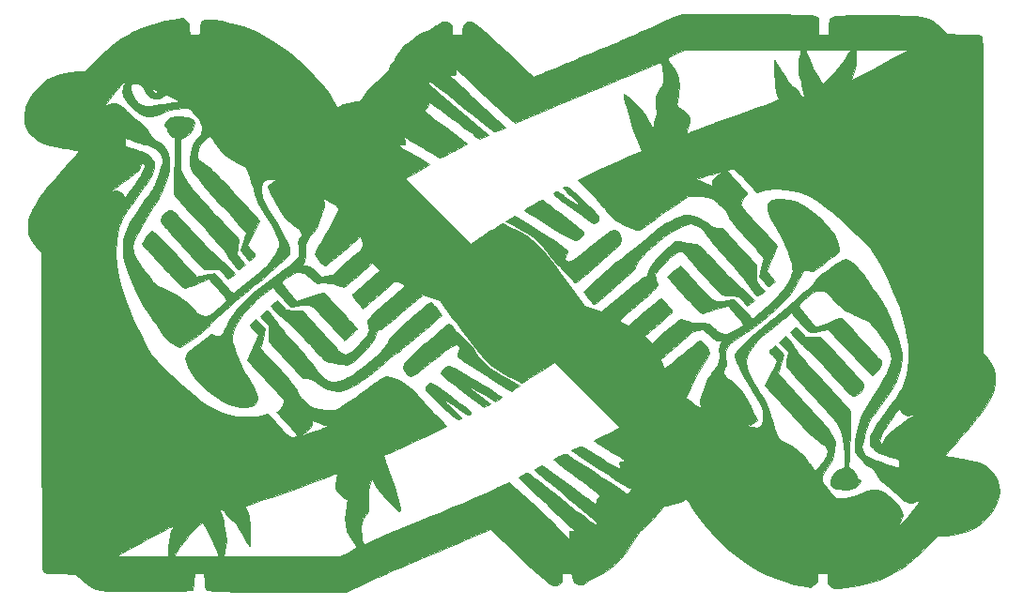
<source format=gbr>
G04 #@! TF.GenerationSoftware,KiCad,Pcbnew,(5.0.0-3-g5ebb6b6)*
G04 #@! TF.CreationDate,2020-09-27T13:58:05+02:00*
G04 #@! TF.ProjectId,solarbird,736F6C6172626972642E6B696361645F,rev?*
G04 #@! TF.SameCoordinates,Original*
G04 #@! TF.FileFunction,Soldermask,Top*
G04 #@! TF.FilePolarity,Negative*
%FSLAX46Y46*%
G04 Gerber Fmt 4.6, Leading zero omitted, Abs format (unit mm)*
G04 Created by KiCad (PCBNEW (5.0.0-3-g5ebb6b6)) date Sunday, 27. September 2020 um 13:58:05*
%MOMM*%
%LPD*%
G01*
G04 APERTURE LIST*
%ADD10C,0.010000*%
%ADD11C,0.900000*%
G04 APERTURE END LIST*
D10*
G04 #@! TO.C,G\002A\002A\002A*
G36*
X130015594Y-63034099D02*
X130271633Y-63106303D01*
X130391956Y-63155846D01*
X130629452Y-63273769D01*
X130746486Y-63382851D01*
X130783953Y-63529240D01*
X130785839Y-63600351D01*
X130744647Y-63831967D01*
X130639598Y-64122626D01*
X130562529Y-64280916D01*
X130334465Y-64606672D01*
X130055731Y-64800073D01*
X129720403Y-64892098D01*
X129657534Y-64910769D01*
X129612364Y-64959503D01*
X129581977Y-65062908D01*
X129563460Y-65245589D01*
X129553895Y-65532153D01*
X129550369Y-65947204D01*
X129549933Y-66330997D01*
X129549933Y-67742128D01*
X129916302Y-68481485D01*
X130029307Y-68700114D01*
X130149299Y-68906346D01*
X130290812Y-69118038D01*
X130468382Y-69353045D01*
X130696543Y-69629224D01*
X130989831Y-69964430D01*
X131362779Y-70376520D01*
X131829924Y-70883350D01*
X132165969Y-71245186D01*
X132641942Y-71756403D01*
X133097760Y-72245219D01*
X133515903Y-72692899D01*
X133878846Y-73080710D01*
X134169068Y-73389917D01*
X134369045Y-73601786D01*
X134426974Y-73662514D01*
X134804681Y-74055497D01*
X134703697Y-74746129D01*
X134602714Y-75436760D01*
X134994155Y-75884237D01*
X135385597Y-76331713D01*
X135158026Y-76569246D01*
X134986137Y-76723214D01*
X134848937Y-76803478D01*
X134828904Y-76806779D01*
X134726172Y-76745992D01*
X134553861Y-76586516D01*
X134349006Y-76362680D01*
X134346120Y-76359295D01*
X134116547Y-76061286D01*
X133909946Y-75744751D01*
X133794995Y-75528255D01*
X133669728Y-75325341D01*
X133421644Y-75005005D01*
X133050662Y-74567150D01*
X132556696Y-74011677D01*
X131939663Y-73338489D01*
X131715370Y-73097294D01*
X131232282Y-72578018D01*
X130767079Y-72075422D01*
X130337764Y-71609144D01*
X129962337Y-71198824D01*
X129658799Y-70864100D01*
X129445151Y-70624612D01*
X129379463Y-70548838D01*
X129259486Y-70411602D01*
X129162545Y-70297956D01*
X129086796Y-70189030D01*
X129030395Y-70065951D01*
X128991496Y-69909848D01*
X128968255Y-69701848D01*
X128958827Y-69423082D01*
X128961367Y-69054676D01*
X128974030Y-68577759D01*
X128994972Y-67973459D01*
X129022348Y-67222905D01*
X129030934Y-66983457D01*
X129053388Y-66326016D01*
X129067808Y-65819626D01*
X129073667Y-65445034D01*
X129070438Y-65182988D01*
X129057596Y-65014233D01*
X129034614Y-64919518D01*
X129000966Y-64879588D01*
X128973276Y-64873893D01*
X128824191Y-64806237D01*
X128648679Y-64640526D01*
X128493541Y-64432644D01*
X128405578Y-64238477D01*
X128399262Y-64188473D01*
X128330681Y-64022961D01*
X128228792Y-63936309D01*
X128099296Y-63842350D01*
X128076940Y-63731566D01*
X128168737Y-63570429D01*
X128349206Y-63360691D01*
X128503102Y-63201760D01*
X128639103Y-63105102D01*
X128807923Y-63052509D01*
X129060275Y-63025771D01*
X129319082Y-63012447D01*
X129719457Y-63005672D01*
X130015594Y-63034099D01*
X130015594Y-63034099D01*
G37*
X130015594Y-63034099D02*
X130271633Y-63106303D01*
X130391956Y-63155846D01*
X130629452Y-63273769D01*
X130746486Y-63382851D01*
X130783953Y-63529240D01*
X130785839Y-63600351D01*
X130744647Y-63831967D01*
X130639598Y-64122626D01*
X130562529Y-64280916D01*
X130334465Y-64606672D01*
X130055731Y-64800073D01*
X129720403Y-64892098D01*
X129657534Y-64910769D01*
X129612364Y-64959503D01*
X129581977Y-65062908D01*
X129563460Y-65245589D01*
X129553895Y-65532153D01*
X129550369Y-65947204D01*
X129549933Y-66330997D01*
X129549933Y-67742128D01*
X129916302Y-68481485D01*
X130029307Y-68700114D01*
X130149299Y-68906346D01*
X130290812Y-69118038D01*
X130468382Y-69353045D01*
X130696543Y-69629224D01*
X130989831Y-69964430D01*
X131362779Y-70376520D01*
X131829924Y-70883350D01*
X132165969Y-71245186D01*
X132641942Y-71756403D01*
X133097760Y-72245219D01*
X133515903Y-72692899D01*
X133878846Y-73080710D01*
X134169068Y-73389917D01*
X134369045Y-73601786D01*
X134426974Y-73662514D01*
X134804681Y-74055497D01*
X134703697Y-74746129D01*
X134602714Y-75436760D01*
X134994155Y-75884237D01*
X135385597Y-76331713D01*
X135158026Y-76569246D01*
X134986137Y-76723214D01*
X134848937Y-76803478D01*
X134828904Y-76806779D01*
X134726172Y-76745992D01*
X134553861Y-76586516D01*
X134349006Y-76362680D01*
X134346120Y-76359295D01*
X134116547Y-76061286D01*
X133909946Y-75744751D01*
X133794995Y-75528255D01*
X133669728Y-75325341D01*
X133421644Y-75005005D01*
X133050662Y-74567150D01*
X132556696Y-74011677D01*
X131939663Y-73338489D01*
X131715370Y-73097294D01*
X131232282Y-72578018D01*
X130767079Y-72075422D01*
X130337764Y-71609144D01*
X129962337Y-71198824D01*
X129658799Y-70864100D01*
X129445151Y-70624612D01*
X129379463Y-70548838D01*
X129259486Y-70411602D01*
X129162545Y-70297956D01*
X129086796Y-70189030D01*
X129030395Y-70065951D01*
X128991496Y-69909848D01*
X128968255Y-69701848D01*
X128958827Y-69423082D01*
X128961367Y-69054676D01*
X128974030Y-68577759D01*
X128994972Y-67973459D01*
X129022348Y-67222905D01*
X129030934Y-66983457D01*
X129053388Y-66326016D01*
X129067808Y-65819626D01*
X129073667Y-65445034D01*
X129070438Y-65182988D01*
X129057596Y-65014233D01*
X129034614Y-64919518D01*
X129000966Y-64879588D01*
X128973276Y-64873893D01*
X128824191Y-64806237D01*
X128648679Y-64640526D01*
X128493541Y-64432644D01*
X128405578Y-64238477D01*
X128399262Y-64188473D01*
X128330681Y-64022961D01*
X128228792Y-63936309D01*
X128099296Y-63842350D01*
X128076940Y-63731566D01*
X128168737Y-63570429D01*
X128349206Y-63360691D01*
X128503102Y-63201760D01*
X128639103Y-63105102D01*
X128807923Y-63052509D01*
X129060275Y-63025771D01*
X129319082Y-63012447D01*
X129719457Y-63005672D01*
X130015594Y-63034099D01*
G36*
X128818159Y-71477288D02*
X128916565Y-71551593D01*
X129114815Y-71736760D01*
X129397995Y-72017595D01*
X129751187Y-72378904D01*
X130159477Y-72805494D01*
X130607948Y-73282169D01*
X130921077Y-73619400D01*
X131403195Y-74136726D01*
X131868768Y-74627675D01*
X132300168Y-75074303D01*
X132679769Y-75458664D01*
X132989945Y-75762815D01*
X133213067Y-75968811D01*
X133293744Y-76034845D01*
X133607269Y-76295009D01*
X133929526Y-76606283D01*
X134097723Y-76792115D01*
X134456194Y-77220270D01*
X134168508Y-77439699D01*
X133979866Y-77575250D01*
X133851352Y-77652378D01*
X133830015Y-77659128D01*
X133753282Y-77598910D01*
X133602194Y-77441446D01*
X133419852Y-77232953D01*
X133060496Y-76806779D01*
X131677289Y-76806779D01*
X130010198Y-74995537D01*
X129447752Y-74384242D01*
X128990002Y-73885537D01*
X128626167Y-73486617D01*
X128345465Y-73174674D01*
X128137113Y-72936902D01*
X127990330Y-72760494D01*
X127894335Y-72632643D01*
X127838344Y-72540542D01*
X127811576Y-72471384D01*
X127803248Y-72412363D01*
X127802617Y-72373372D01*
X127870434Y-72080572D01*
X128047006Y-71809253D01*
X128292020Y-71594987D01*
X128565159Y-71473348D01*
X128818159Y-71477288D01*
X128818159Y-71477288D01*
G37*
X128818159Y-71477288D02*
X128916565Y-71551593D01*
X129114815Y-71736760D01*
X129397995Y-72017595D01*
X129751187Y-72378904D01*
X130159477Y-72805494D01*
X130607948Y-73282169D01*
X130921077Y-73619400D01*
X131403195Y-74136726D01*
X131868768Y-74627675D01*
X132300168Y-75074303D01*
X132679769Y-75458664D01*
X132989945Y-75762815D01*
X133213067Y-75968811D01*
X133293744Y-76034845D01*
X133607269Y-76295009D01*
X133929526Y-76606283D01*
X134097723Y-76792115D01*
X134456194Y-77220270D01*
X134168508Y-77439699D01*
X133979866Y-77575250D01*
X133851352Y-77652378D01*
X133830015Y-77659128D01*
X133753282Y-77598910D01*
X133602194Y-77441446D01*
X133419852Y-77232953D01*
X133060496Y-76806779D01*
X131677289Y-76806779D01*
X130010198Y-74995537D01*
X129447752Y-74384242D01*
X128990002Y-73885537D01*
X128626167Y-73486617D01*
X128345465Y-73174674D01*
X128137113Y-72936902D01*
X127990330Y-72760494D01*
X127894335Y-72632643D01*
X127838344Y-72540542D01*
X127811576Y-72471384D01*
X127803248Y-72412363D01*
X127802617Y-72373372D01*
X127870434Y-72080572D01*
X128047006Y-71809253D01*
X128292020Y-71594987D01*
X128565159Y-71473348D01*
X128818159Y-71477288D01*
G36*
X164340570Y-69324593D02*
X164482620Y-69387589D01*
X164673590Y-69521507D01*
X164931378Y-69737352D01*
X165273883Y-70046127D01*
X165719002Y-70458835D01*
X165817383Y-70550588D01*
X166315176Y-71019545D01*
X166695625Y-71391876D01*
X166969548Y-71683358D01*
X167147762Y-71909768D01*
X167241086Y-72086881D01*
X167260337Y-72230475D01*
X167216334Y-72356325D01*
X167131702Y-72467337D01*
X166947389Y-72594112D01*
X166798022Y-72630269D01*
X166676557Y-72579705D01*
X166437802Y-72435722D01*
X166098775Y-72209886D01*
X165676493Y-71913759D01*
X165187975Y-71558906D01*
X164836352Y-71297262D01*
X164298356Y-70892089D01*
X163883765Y-70575746D01*
X163578792Y-70335875D01*
X163369650Y-70160122D01*
X163242552Y-70036130D01*
X163183711Y-69951543D01*
X163179339Y-69894006D01*
X163215651Y-69851162D01*
X163219531Y-69848269D01*
X163338017Y-69771993D01*
X163446505Y-69749174D01*
X163580650Y-69791871D01*
X163776106Y-69912140D01*
X164068528Y-70122039D01*
X164102259Y-70146795D01*
X164606858Y-70508258D01*
X164997687Y-70769394D01*
X165271518Y-70929951D01*
X165425121Y-70989680D01*
X165455268Y-70948328D01*
X165358730Y-70805644D01*
X165132279Y-70561379D01*
X164772686Y-70215280D01*
X164753449Y-70197424D01*
X164463953Y-69923381D01*
X164231504Y-69692348D01*
X164078691Y-69527596D01*
X164028104Y-69452395D01*
X164028952Y-69451106D01*
X164131634Y-69367355D01*
X164229541Y-69321516D01*
X164340570Y-69324593D01*
X164340570Y-69324593D01*
G37*
X164340570Y-69324593D02*
X164482620Y-69387589D01*
X164673590Y-69521507D01*
X164931378Y-69737352D01*
X165273883Y-70046127D01*
X165719002Y-70458835D01*
X165817383Y-70550588D01*
X166315176Y-71019545D01*
X166695625Y-71391876D01*
X166969548Y-71683358D01*
X167147762Y-71909768D01*
X167241086Y-72086881D01*
X167260337Y-72230475D01*
X167216334Y-72356325D01*
X167131702Y-72467337D01*
X166947389Y-72594112D01*
X166798022Y-72630269D01*
X166676557Y-72579705D01*
X166437802Y-72435722D01*
X166098775Y-72209886D01*
X165676493Y-71913759D01*
X165187975Y-71558906D01*
X164836352Y-71297262D01*
X164298356Y-70892089D01*
X163883765Y-70575746D01*
X163578792Y-70335875D01*
X163369650Y-70160122D01*
X163242552Y-70036130D01*
X163183711Y-69951543D01*
X163179339Y-69894006D01*
X163215651Y-69851162D01*
X163219531Y-69848269D01*
X163338017Y-69771993D01*
X163446505Y-69749174D01*
X163580650Y-69791871D01*
X163776106Y-69912140D01*
X164068528Y-70122039D01*
X164102259Y-70146795D01*
X164606858Y-70508258D01*
X164997687Y-70769394D01*
X165271518Y-70929951D01*
X165425121Y-70989680D01*
X165455268Y-70948328D01*
X165358730Y-70805644D01*
X165132279Y-70561379D01*
X164772686Y-70215280D01*
X164753449Y-70197424D01*
X164463953Y-69923381D01*
X164231504Y-69692348D01*
X164078691Y-69527596D01*
X164028104Y-69452395D01*
X164028952Y-69451106D01*
X164131634Y-69367355D01*
X164229541Y-69321516D01*
X164340570Y-69324593D01*
G36*
X162309277Y-70645404D02*
X162549498Y-70818698D01*
X162872789Y-71056878D01*
X163256587Y-71342856D01*
X163678327Y-71659544D01*
X164115447Y-71989853D01*
X164545382Y-72316695D01*
X164945570Y-72622982D01*
X165293446Y-72891627D01*
X165566446Y-73105539D01*
X165742008Y-73247633D01*
X165796074Y-73296681D01*
X165888255Y-73464089D01*
X165863622Y-73627318D01*
X165711150Y-73829232D01*
X165640356Y-73902236D01*
X165511640Y-74021704D01*
X165386134Y-74104067D01*
X165246957Y-74143106D01*
X165077225Y-74132603D01*
X164860057Y-74066338D01*
X164578571Y-73938094D01*
X164215885Y-73741653D01*
X163755116Y-73470796D01*
X163179382Y-73119305D01*
X162686379Y-72814169D01*
X162144478Y-72476528D01*
X161652712Y-72167450D01*
X161228919Y-71898359D01*
X160890938Y-71680682D01*
X160656608Y-71525846D01*
X160543769Y-71445276D01*
X160536231Y-71436980D01*
X160607613Y-71362000D01*
X160794663Y-71235531D01*
X161058688Y-71078423D01*
X161360998Y-70911524D01*
X161662899Y-70755685D01*
X161925700Y-70631754D01*
X162110709Y-70560582D01*
X162174690Y-70554085D01*
X162309277Y-70645404D01*
X162309277Y-70645404D01*
G37*
X162309277Y-70645404D02*
X162549498Y-70818698D01*
X162872789Y-71056878D01*
X163256587Y-71342856D01*
X163678327Y-71659544D01*
X164115447Y-71989853D01*
X164545382Y-72316695D01*
X164945570Y-72622982D01*
X165293446Y-72891627D01*
X165566446Y-73105539D01*
X165742008Y-73247633D01*
X165796074Y-73296681D01*
X165888255Y-73464089D01*
X165863622Y-73627318D01*
X165711150Y-73829232D01*
X165640356Y-73902236D01*
X165511640Y-74021704D01*
X165386134Y-74104067D01*
X165246957Y-74143106D01*
X165077225Y-74132603D01*
X164860057Y-74066338D01*
X164578571Y-73938094D01*
X164215885Y-73741653D01*
X163755116Y-73470796D01*
X163179382Y-73119305D01*
X162686379Y-72814169D01*
X162144478Y-72476528D01*
X161652712Y-72167450D01*
X161228919Y-71898359D01*
X160890938Y-71680682D01*
X160656608Y-71525846D01*
X160543769Y-71445276D01*
X160536231Y-71436980D01*
X160607613Y-71362000D01*
X160794663Y-71235531D01*
X161058688Y-71078423D01*
X161360998Y-70911524D01*
X161662899Y-70755685D01*
X161925700Y-70631754D01*
X162110709Y-70560582D01*
X162174690Y-70554085D01*
X162309277Y-70645404D01*
G36*
X161192968Y-72900024D02*
X162001630Y-73410529D01*
X162674304Y-73840253D01*
X163221077Y-74196289D01*
X163652035Y-74485729D01*
X163977268Y-74715664D01*
X164206861Y-74893187D01*
X164350903Y-75025391D01*
X164419482Y-75119367D01*
X164426352Y-75173303D01*
X164365554Y-75348077D01*
X164276399Y-75580999D01*
X164269180Y-75599069D01*
X164202759Y-75797457D01*
X164219993Y-75911538D01*
X164315848Y-76000331D01*
X164426830Y-76058892D01*
X164556018Y-76072559D01*
X164717879Y-76032368D01*
X164926879Y-75929354D01*
X165197485Y-75754554D01*
X165544163Y-75499003D01*
X165981379Y-75153739D01*
X166523599Y-74709797D01*
X166889374Y-74405671D01*
X167288007Y-74078682D01*
X167657197Y-73786343D01*
X167971213Y-73548222D01*
X168204323Y-73383886D01*
X168322974Y-73315508D01*
X168646490Y-73266187D01*
X168935093Y-73356224D01*
X169100915Y-73511322D01*
X169197213Y-73763780D01*
X169221353Y-74087536D01*
X169173643Y-74399588D01*
X169097004Y-74567550D01*
X169001507Y-74669235D01*
X168800290Y-74859754D01*
X168512726Y-75122260D01*
X168158190Y-75439904D01*
X167756054Y-75795839D01*
X167325692Y-76173217D01*
X166886479Y-76555190D01*
X166457789Y-76924911D01*
X166058994Y-77265531D01*
X165709469Y-77560203D01*
X165428588Y-77792079D01*
X165235724Y-77944311D01*
X165150252Y-78000052D01*
X165149850Y-78000067D01*
X165060467Y-77938852D01*
X164908690Y-77782037D01*
X164800135Y-77653308D01*
X164626370Y-77454388D01*
X164365504Y-77176765D01*
X164054329Y-76858825D01*
X163762239Y-76570487D01*
X163449373Y-76252289D01*
X163168688Y-75939727D01*
X162952103Y-75670043D01*
X162835794Y-75489562D01*
X162615394Y-75146433D01*
X162274880Y-74754242D01*
X161845806Y-74341759D01*
X161359723Y-73937751D01*
X160848185Y-73570988D01*
X160490201Y-73350880D01*
X160104947Y-73131878D01*
X159733306Y-72920397D01*
X159424356Y-72744373D01*
X159264403Y-72653059D01*
X158890953Y-72439484D01*
X159285290Y-72194043D01*
X159679626Y-71948601D01*
X161192968Y-72900024D01*
X161192968Y-72900024D01*
G37*
X161192968Y-72900024D02*
X162001630Y-73410529D01*
X162674304Y-73840253D01*
X163221077Y-74196289D01*
X163652035Y-74485729D01*
X163977268Y-74715664D01*
X164206861Y-74893187D01*
X164350903Y-75025391D01*
X164419482Y-75119367D01*
X164426352Y-75173303D01*
X164365554Y-75348077D01*
X164276399Y-75580999D01*
X164269180Y-75599069D01*
X164202759Y-75797457D01*
X164219993Y-75911538D01*
X164315848Y-76000331D01*
X164426830Y-76058892D01*
X164556018Y-76072559D01*
X164717879Y-76032368D01*
X164926879Y-75929354D01*
X165197485Y-75754554D01*
X165544163Y-75499003D01*
X165981379Y-75153739D01*
X166523599Y-74709797D01*
X166889374Y-74405671D01*
X167288007Y-74078682D01*
X167657197Y-73786343D01*
X167971213Y-73548222D01*
X168204323Y-73383886D01*
X168322974Y-73315508D01*
X168646490Y-73266187D01*
X168935093Y-73356224D01*
X169100915Y-73511322D01*
X169197213Y-73763780D01*
X169221353Y-74087536D01*
X169173643Y-74399588D01*
X169097004Y-74567550D01*
X169001507Y-74669235D01*
X168800290Y-74859754D01*
X168512726Y-75122260D01*
X168158190Y-75439904D01*
X167756054Y-75795839D01*
X167325692Y-76173217D01*
X166886479Y-76555190D01*
X166457789Y-76924911D01*
X166058994Y-77265531D01*
X165709469Y-77560203D01*
X165428588Y-77792079D01*
X165235724Y-77944311D01*
X165150252Y-78000052D01*
X165149850Y-78000067D01*
X165060467Y-77938852D01*
X164908690Y-77782037D01*
X164800135Y-77653308D01*
X164626370Y-77454388D01*
X164365504Y-77176765D01*
X164054329Y-76858825D01*
X163762239Y-76570487D01*
X163449373Y-76252289D01*
X163168688Y-75939727D01*
X162952103Y-75670043D01*
X162835794Y-75489562D01*
X162615394Y-75146433D01*
X162274880Y-74754242D01*
X161845806Y-74341759D01*
X161359723Y-73937751D01*
X160848185Y-73570988D01*
X160490201Y-73350880D01*
X160104947Y-73131878D01*
X159733306Y-72920397D01*
X159424356Y-72744373D01*
X159264403Y-72653059D01*
X158890953Y-72439484D01*
X159285290Y-72194043D01*
X159679626Y-71948601D01*
X161192968Y-72900024D01*
G36*
X175321074Y-71881758D02*
X175816614Y-71960767D01*
X176306664Y-72148382D01*
X176826692Y-72460300D01*
X177124674Y-72679894D01*
X177407847Y-72886408D01*
X177624660Y-73001224D01*
X177833109Y-73049240D01*
X178001678Y-73056443D01*
X178393760Y-73056443D01*
X179904564Y-74712965D01*
X181415369Y-76369487D01*
X181415369Y-77844709D01*
X181801966Y-78284637D01*
X182188563Y-78724564D01*
X181928474Y-78958960D01*
X181748495Y-79106326D01*
X181617104Y-79187725D01*
X181594848Y-79193356D01*
X181494787Y-79128593D01*
X181324216Y-78955673D01*
X181109584Y-78706650D01*
X180877339Y-78413576D01*
X180653929Y-78108505D01*
X180469547Y-77829598D01*
X180332570Y-77637752D01*
X180098516Y-77344333D01*
X179786809Y-76972216D01*
X179416876Y-76544273D01*
X179008142Y-76083379D01*
X178667606Y-75707766D01*
X178261970Y-75260499D01*
X177897371Y-74850090D01*
X177589036Y-74494365D01*
X177352193Y-74211148D01*
X177202069Y-74018264D01*
X177153624Y-73935490D01*
X177090464Y-73786509D01*
X176924799Y-73572792D01*
X176692352Y-73329372D01*
X176428843Y-73091279D01*
X176169997Y-72893544D01*
X175977439Y-72782070D01*
X175745478Y-72696300D01*
X175525284Y-72666120D01*
X175282606Y-72698587D01*
X174983188Y-72800759D01*
X174592779Y-72979692D01*
X174298255Y-73128041D01*
X173764837Y-73435048D01*
X173197964Y-73819157D01*
X172625013Y-74256422D01*
X172073362Y-74722900D01*
X171570388Y-75194645D01*
X171143468Y-75647713D01*
X170819981Y-76058158D01*
X170674894Y-76297090D01*
X170569674Y-76522333D01*
X170514826Y-76678386D01*
X170514008Y-76717576D01*
X170460802Y-76779610D01*
X170297794Y-76935619D01*
X170044470Y-77168476D01*
X169720317Y-77461051D01*
X169344822Y-77796218D01*
X168937472Y-78156847D01*
X168517755Y-78525810D01*
X168105156Y-78885980D01*
X167719164Y-79220228D01*
X167379264Y-79511425D01*
X167104945Y-79742444D01*
X166915693Y-79896155D01*
X166830995Y-79955432D01*
X166830071Y-79955596D01*
X166755206Y-79896832D01*
X166601509Y-79736006D01*
X166397460Y-79503505D01*
X166318661Y-79409912D01*
X166108510Y-79148545D01*
X165949020Y-78932840D01*
X165866127Y-78798536D01*
X165860000Y-78777914D01*
X165922681Y-78696981D01*
X166097929Y-78524333D01*
X166366554Y-78276418D01*
X166709366Y-77969689D01*
X167107174Y-77620594D01*
X167540788Y-77245584D01*
X167991017Y-76861108D01*
X168438672Y-76483617D01*
X168864561Y-76129562D01*
X169249494Y-75815391D01*
X169574281Y-75557555D01*
X169819731Y-75372504D01*
X169889487Y-75323831D01*
X170178468Y-75115846D01*
X170547395Y-74830298D01*
X170949849Y-74504045D01*
X171339412Y-74173944D01*
X171357651Y-74158058D01*
X172064123Y-73560628D01*
X172690734Y-73073560D01*
X173266614Y-72676143D01*
X173820896Y-72347666D01*
X174127785Y-72188545D01*
X174478308Y-72022464D01*
X174737052Y-71924829D01*
X174961070Y-71880972D01*
X175207420Y-71876224D01*
X175321074Y-71881758D01*
X175321074Y-71881758D01*
G37*
X175321074Y-71881758D02*
X175816614Y-71960767D01*
X176306664Y-72148382D01*
X176826692Y-72460300D01*
X177124674Y-72679894D01*
X177407847Y-72886408D01*
X177624660Y-73001224D01*
X177833109Y-73049240D01*
X178001678Y-73056443D01*
X178393760Y-73056443D01*
X179904564Y-74712965D01*
X181415369Y-76369487D01*
X181415369Y-77844709D01*
X181801966Y-78284637D01*
X182188563Y-78724564D01*
X181928474Y-78958960D01*
X181748495Y-79106326D01*
X181617104Y-79187725D01*
X181594848Y-79193356D01*
X181494787Y-79128593D01*
X181324216Y-78955673D01*
X181109584Y-78706650D01*
X180877339Y-78413576D01*
X180653929Y-78108505D01*
X180469547Y-77829598D01*
X180332570Y-77637752D01*
X180098516Y-77344333D01*
X179786809Y-76972216D01*
X179416876Y-76544273D01*
X179008142Y-76083379D01*
X178667606Y-75707766D01*
X178261970Y-75260499D01*
X177897371Y-74850090D01*
X177589036Y-74494365D01*
X177352193Y-74211148D01*
X177202069Y-74018264D01*
X177153624Y-73935490D01*
X177090464Y-73786509D01*
X176924799Y-73572792D01*
X176692352Y-73329372D01*
X176428843Y-73091279D01*
X176169997Y-72893544D01*
X175977439Y-72782070D01*
X175745478Y-72696300D01*
X175525284Y-72666120D01*
X175282606Y-72698587D01*
X174983188Y-72800759D01*
X174592779Y-72979692D01*
X174298255Y-73128041D01*
X173764837Y-73435048D01*
X173197964Y-73819157D01*
X172625013Y-74256422D01*
X172073362Y-74722900D01*
X171570388Y-75194645D01*
X171143468Y-75647713D01*
X170819981Y-76058158D01*
X170674894Y-76297090D01*
X170569674Y-76522333D01*
X170514826Y-76678386D01*
X170514008Y-76717576D01*
X170460802Y-76779610D01*
X170297794Y-76935619D01*
X170044470Y-77168476D01*
X169720317Y-77461051D01*
X169344822Y-77796218D01*
X168937472Y-78156847D01*
X168517755Y-78525810D01*
X168105156Y-78885980D01*
X167719164Y-79220228D01*
X167379264Y-79511425D01*
X167104945Y-79742444D01*
X166915693Y-79896155D01*
X166830995Y-79955432D01*
X166830071Y-79955596D01*
X166755206Y-79896832D01*
X166601509Y-79736006D01*
X166397460Y-79503505D01*
X166318661Y-79409912D01*
X166108510Y-79148545D01*
X165949020Y-78932840D01*
X165866127Y-78798536D01*
X165860000Y-78777914D01*
X165922681Y-78696981D01*
X166097929Y-78524333D01*
X166366554Y-78276418D01*
X166709366Y-77969689D01*
X167107174Y-77620594D01*
X167540788Y-77245584D01*
X167991017Y-76861108D01*
X168438672Y-76483617D01*
X168864561Y-76129562D01*
X169249494Y-75815391D01*
X169574281Y-75557555D01*
X169819731Y-75372504D01*
X169889487Y-75323831D01*
X170178468Y-75115846D01*
X170547395Y-74830298D01*
X170949849Y-74504045D01*
X171339412Y-74173944D01*
X171357651Y-74158058D01*
X172064123Y-73560628D01*
X172690734Y-73073560D01*
X173266614Y-72676143D01*
X173820896Y-72347666D01*
X174127785Y-72188545D01*
X174478308Y-72022464D01*
X174737052Y-71924829D01*
X174961070Y-71880972D01*
X175207420Y-71876224D01*
X175321074Y-71881758D01*
G36*
X185130732Y-82066467D02*
X185299155Y-82224133D01*
X185490065Y-82432324D01*
X185857042Y-82858457D01*
X186555501Y-82862616D01*
X187253960Y-82866776D01*
X189126435Y-84909498D01*
X189582452Y-85408488D01*
X190002798Y-85871340D01*
X190373174Y-86282084D01*
X190679286Y-86624754D01*
X190906836Y-86883380D01*
X191041528Y-87041995D01*
X191071587Y-87082084D01*
X191115395Y-87319308D01*
X191034494Y-87590189D01*
X190857146Y-87853160D01*
X190611616Y-88066651D01*
X190326166Y-88189094D01*
X190317717Y-88190839D01*
X190086496Y-88192474D01*
X189882669Y-88069755D01*
X189852008Y-88041616D01*
X189742810Y-87930332D01*
X189534358Y-87710539D01*
X189242624Y-87399358D01*
X188883583Y-87013910D01*
X188473207Y-86571316D01*
X188027469Y-86088696D01*
X187827904Y-85872039D01*
X187365334Y-85373731D01*
X186923857Y-84906208D01*
X186520761Y-84487165D01*
X186173336Y-84134301D01*
X185898872Y-83865313D01*
X185714656Y-83697898D01*
X185670154Y-83663365D01*
X185431129Y-83473170D01*
X185146756Y-83212005D01*
X184899859Y-82958986D01*
X184474680Y-82493773D01*
X184708287Y-82249940D01*
X184878834Y-82093961D01*
X185011187Y-82010528D01*
X185032490Y-82006149D01*
X185130732Y-82066467D01*
X185130732Y-82066467D01*
G37*
X185130732Y-82066467D02*
X185299155Y-82224133D01*
X185490065Y-82432324D01*
X185857042Y-82858457D01*
X186555501Y-82862616D01*
X187253960Y-82866776D01*
X189126435Y-84909498D01*
X189582452Y-85408488D01*
X190002798Y-85871340D01*
X190373174Y-86282084D01*
X190679286Y-86624754D01*
X190906836Y-86883380D01*
X191041528Y-87041995D01*
X191071587Y-87082084D01*
X191115395Y-87319308D01*
X191034494Y-87590189D01*
X190857146Y-87853160D01*
X190611616Y-88066651D01*
X190326166Y-88189094D01*
X190317717Y-88190839D01*
X190086496Y-88192474D01*
X189882669Y-88069755D01*
X189852008Y-88041616D01*
X189742810Y-87930332D01*
X189534358Y-87710539D01*
X189242624Y-87399358D01*
X188883583Y-87013910D01*
X188473207Y-86571316D01*
X188027469Y-86088696D01*
X187827904Y-85872039D01*
X187365334Y-85373731D01*
X186923857Y-84906208D01*
X186520761Y-84487165D01*
X186173336Y-84134301D01*
X185898872Y-83865313D01*
X185714656Y-83697898D01*
X185670154Y-83663365D01*
X185431129Y-83473170D01*
X185146756Y-83212005D01*
X184899859Y-82958986D01*
X184474680Y-82493773D01*
X184708287Y-82249940D01*
X184878834Y-82093961D01*
X185011187Y-82010528D01*
X185032490Y-82006149D01*
X185130732Y-82066467D01*
G36*
X184459108Y-83178100D02*
X184709039Y-83489662D01*
X184957745Y-83857390D01*
X185089211Y-84085577D01*
X185217663Y-84291543D01*
X185430044Y-84574150D01*
X185733415Y-84941636D01*
X186134837Y-85402241D01*
X186641370Y-85964206D01*
X187260075Y-86635770D01*
X187441536Y-86830798D01*
X187933179Y-87359751D01*
X188395531Y-87860006D01*
X188813748Y-88315290D01*
X189172984Y-88709328D01*
X189458395Y-89025846D01*
X189655135Y-89248567D01*
X189743102Y-89354014D01*
X189954402Y-89634631D01*
X189902406Y-91467181D01*
X189884021Y-92062331D01*
X189863211Y-92648524D01*
X189841554Y-93186890D01*
X189820630Y-93638561D01*
X189802018Y-93964667D01*
X189799458Y-94001249D01*
X189776451Y-94345734D01*
X189774483Y-94558549D01*
X189801940Y-94678025D01*
X189867208Y-94742491D01*
X189971495Y-94787548D01*
X190176428Y-94930471D01*
X190370187Y-95165658D01*
X190503751Y-95424214D01*
X190535185Y-95579765D01*
X190592962Y-95705932D01*
X190658325Y-95728926D01*
X190803690Y-95781251D01*
X190834185Y-95814743D01*
X190825713Y-95944968D01*
X190717983Y-96133257D01*
X190546534Y-96333328D01*
X190346908Y-96498894D01*
X190277312Y-96539944D01*
X190043331Y-96608718D01*
X189701651Y-96648640D01*
X189312827Y-96658237D01*
X188937415Y-96636040D01*
X188635972Y-96580578D01*
X188633578Y-96579863D01*
X188413494Y-96492013D01*
X188271329Y-96406283D01*
X188170795Y-96221504D01*
X188159213Y-95942580D01*
X188232574Y-95618255D01*
X188358756Y-95343239D01*
X188531914Y-95101971D01*
X188746827Y-94933757D01*
X189055735Y-94803287D01*
X189240860Y-94747049D01*
X189437828Y-94691326D01*
X189379838Y-93356267D01*
X189340962Y-92683239D01*
X189283889Y-92145276D01*
X189199927Y-91707238D01*
X189080379Y-91333987D01*
X188916552Y-90990382D01*
X188712907Y-90660785D01*
X188588275Y-90499291D01*
X188362131Y-90230943D01*
X188049826Y-89872995D01*
X187666714Y-89442700D01*
X187228145Y-88957313D01*
X186749473Y-88434086D01*
X186283578Y-87930589D01*
X185699152Y-87297794D01*
X185197433Y-86744869D01*
X184785171Y-86279613D01*
X184469120Y-85909824D01*
X184256029Y-85643300D01*
X184152652Y-85487839D01*
X184143530Y-85458777D01*
X184157189Y-85286406D01*
X184192038Y-85011062D01*
X184232066Y-84745993D01*
X184319958Y-84204334D01*
X183923150Y-83780115D01*
X183526342Y-83355895D01*
X183808705Y-83064571D01*
X184091067Y-82773247D01*
X184459108Y-83178100D01*
X184459108Y-83178100D01*
G37*
X184459108Y-83178100D02*
X184709039Y-83489662D01*
X184957745Y-83857390D01*
X185089211Y-84085577D01*
X185217663Y-84291543D01*
X185430044Y-84574150D01*
X185733415Y-84941636D01*
X186134837Y-85402241D01*
X186641370Y-85964206D01*
X187260075Y-86635770D01*
X187441536Y-86830798D01*
X187933179Y-87359751D01*
X188395531Y-87860006D01*
X188813748Y-88315290D01*
X189172984Y-88709328D01*
X189458395Y-89025846D01*
X189655135Y-89248567D01*
X189743102Y-89354014D01*
X189954402Y-89634631D01*
X189902406Y-91467181D01*
X189884021Y-92062331D01*
X189863211Y-92648524D01*
X189841554Y-93186890D01*
X189820630Y-93638561D01*
X189802018Y-93964667D01*
X189799458Y-94001249D01*
X189776451Y-94345734D01*
X189774483Y-94558549D01*
X189801940Y-94678025D01*
X189867208Y-94742491D01*
X189971495Y-94787548D01*
X190176428Y-94930471D01*
X190370187Y-95165658D01*
X190503751Y-95424214D01*
X190535185Y-95579765D01*
X190592962Y-95705932D01*
X190658325Y-95728926D01*
X190803690Y-95781251D01*
X190834185Y-95814743D01*
X190825713Y-95944968D01*
X190717983Y-96133257D01*
X190546534Y-96333328D01*
X190346908Y-96498894D01*
X190277312Y-96539944D01*
X190043331Y-96608718D01*
X189701651Y-96648640D01*
X189312827Y-96658237D01*
X188937415Y-96636040D01*
X188635972Y-96580578D01*
X188633578Y-96579863D01*
X188413494Y-96492013D01*
X188271329Y-96406283D01*
X188170795Y-96221504D01*
X188159213Y-95942580D01*
X188232574Y-95618255D01*
X188358756Y-95343239D01*
X188531914Y-95101971D01*
X188746827Y-94933757D01*
X189055735Y-94803287D01*
X189240860Y-94747049D01*
X189437828Y-94691326D01*
X189379838Y-93356267D01*
X189340962Y-92683239D01*
X189283889Y-92145276D01*
X189199927Y-91707238D01*
X189080379Y-91333987D01*
X188916552Y-90990382D01*
X188712907Y-90660785D01*
X188588275Y-90499291D01*
X188362131Y-90230943D01*
X188049826Y-89872995D01*
X187666714Y-89442700D01*
X187228145Y-88957313D01*
X186749473Y-88434086D01*
X186283578Y-87930589D01*
X185699152Y-87297794D01*
X185197433Y-86744869D01*
X184785171Y-86279613D01*
X184469120Y-85909824D01*
X184256029Y-85643300D01*
X184152652Y-85487839D01*
X184143530Y-85458777D01*
X184157189Y-85286406D01*
X184192038Y-85011062D01*
X184232066Y-84745993D01*
X184319958Y-84204334D01*
X183923150Y-83780115D01*
X183526342Y-83355895D01*
X183808705Y-83064571D01*
X184091067Y-82773247D01*
X184459108Y-83178100D01*
G36*
X153844208Y-81741371D02*
X154009082Y-81895388D01*
X154182819Y-82094160D01*
X154399059Y-82340475D01*
X154695332Y-82648894D01*
X155023037Y-82969661D01*
X155188309Y-83123527D01*
X155560915Y-83489590D01*
X155850658Y-83827649D01*
X156028910Y-84104208D01*
X156032007Y-84110718D01*
X156169618Y-84334364D01*
X156395607Y-84629043D01*
X156673721Y-84949484D01*
X156860608Y-85145450D01*
X157146851Y-85421180D01*
X157428645Y-85660642D01*
X157742178Y-85889608D01*
X158123636Y-86133844D01*
X158609205Y-86419120D01*
X158806926Y-86531442D01*
X160103790Y-87263823D01*
X159729035Y-87532952D01*
X159516701Y-87680550D01*
X159368177Y-87774631D01*
X159325596Y-87793654D01*
X159247823Y-87747351D01*
X159050774Y-87624544D01*
X158758796Y-87440560D01*
X158396235Y-87210724D01*
X158103624Y-87024477D01*
X157244740Y-86475546D01*
X156521762Y-86010290D01*
X155925668Y-85622627D01*
X155447439Y-85306475D01*
X155078054Y-85055751D01*
X154808494Y-84864372D01*
X154629738Y-84726255D01*
X154532766Y-84635319D01*
X154510260Y-84601330D01*
X154510457Y-84438749D01*
X154578240Y-84211724D01*
X154602083Y-84158091D01*
X154689755Y-83955691D01*
X154696381Y-83834977D01*
X154618739Y-83725965D01*
X154580379Y-83686926D01*
X154478579Y-83595442D01*
X154384367Y-83570025D01*
X154246207Y-83615912D01*
X154012563Y-83738339D01*
X153998377Y-83746059D01*
X153753868Y-83892872D01*
X153456439Y-84098292D01*
X153090762Y-84374164D01*
X152641511Y-84732332D01*
X152093359Y-85184642D01*
X151601996Y-85597962D01*
X151266402Y-85868180D01*
X150944218Y-86103439D01*
X150675121Y-86276121D01*
X150516613Y-86353452D01*
X150290150Y-86411649D01*
X150132023Y-86388639D01*
X149979445Y-86292457D01*
X149761885Y-86031227D01*
X149661917Y-85690483D01*
X149695515Y-85327581D01*
X149703596Y-85301877D01*
X149773739Y-85180303D01*
X149927627Y-84999255D01*
X150174680Y-84749705D01*
X150524316Y-84422628D01*
X150985954Y-84008993D01*
X151569012Y-83499776D01*
X151719334Y-83369866D01*
X152207991Y-82950388D01*
X152657563Y-82568551D01*
X153051242Y-82238309D01*
X153372217Y-81973616D01*
X153603682Y-81788423D01*
X153728828Y-81696685D01*
X153743780Y-81689325D01*
X153844208Y-81741371D01*
X153844208Y-81741371D01*
G37*
X153844208Y-81741371D02*
X154009082Y-81895388D01*
X154182819Y-82094160D01*
X154399059Y-82340475D01*
X154695332Y-82648894D01*
X155023037Y-82969661D01*
X155188309Y-83123527D01*
X155560915Y-83489590D01*
X155850658Y-83827649D01*
X156028910Y-84104208D01*
X156032007Y-84110718D01*
X156169618Y-84334364D01*
X156395607Y-84629043D01*
X156673721Y-84949484D01*
X156860608Y-85145450D01*
X157146851Y-85421180D01*
X157428645Y-85660642D01*
X157742178Y-85889608D01*
X158123636Y-86133844D01*
X158609205Y-86419120D01*
X158806926Y-86531442D01*
X160103790Y-87263823D01*
X159729035Y-87532952D01*
X159516701Y-87680550D01*
X159368177Y-87774631D01*
X159325596Y-87793654D01*
X159247823Y-87747351D01*
X159050774Y-87624544D01*
X158758796Y-87440560D01*
X158396235Y-87210724D01*
X158103624Y-87024477D01*
X157244740Y-86475546D01*
X156521762Y-86010290D01*
X155925668Y-85622627D01*
X155447439Y-85306475D01*
X155078054Y-85055751D01*
X154808494Y-84864372D01*
X154629738Y-84726255D01*
X154532766Y-84635319D01*
X154510260Y-84601330D01*
X154510457Y-84438749D01*
X154578240Y-84211724D01*
X154602083Y-84158091D01*
X154689755Y-83955691D01*
X154696381Y-83834977D01*
X154618739Y-83725965D01*
X154580379Y-83686926D01*
X154478579Y-83595442D01*
X154384367Y-83570025D01*
X154246207Y-83615912D01*
X154012563Y-83738339D01*
X153998377Y-83746059D01*
X153753868Y-83892872D01*
X153456439Y-84098292D01*
X153090762Y-84374164D01*
X152641511Y-84732332D01*
X152093359Y-85184642D01*
X151601996Y-85597962D01*
X151266402Y-85868180D01*
X150944218Y-86103439D01*
X150675121Y-86276121D01*
X150516613Y-86353452D01*
X150290150Y-86411649D01*
X150132023Y-86388639D01*
X149979445Y-86292457D01*
X149761885Y-86031227D01*
X149661917Y-85690483D01*
X149695515Y-85327581D01*
X149703596Y-85301877D01*
X149773739Y-85180303D01*
X149927627Y-84999255D01*
X150174680Y-84749705D01*
X150524316Y-84422628D01*
X150985954Y-84008993D01*
X151569012Y-83499776D01*
X151719334Y-83369866D01*
X152207991Y-82950388D01*
X152657563Y-82568551D01*
X153051242Y-82238309D01*
X153372217Y-81973616D01*
X153603682Y-81788423D01*
X153728828Y-81696685D01*
X153743780Y-81689325D01*
X153844208Y-81741371D01*
G36*
X152209778Y-79809971D02*
X152371146Y-79983684D01*
X152561786Y-80212788D01*
X152754051Y-80461390D01*
X152920298Y-80693597D01*
X153032881Y-80873517D01*
X153064156Y-80965255D01*
X153061187Y-80968598D01*
X152975868Y-81037697D01*
X152779535Y-81203553D01*
X152489810Y-81451061D01*
X152124312Y-81765118D01*
X151700665Y-82130621D01*
X151236489Y-82532465D01*
X151222945Y-82544210D01*
X150747179Y-82953638D01*
X150300578Y-83332020D01*
X149903032Y-83662971D01*
X149574431Y-83930102D01*
X149334664Y-84117026D01*
X149205629Y-84206291D01*
X149039513Y-84315420D01*
X148778732Y-84509384D01*
X148457723Y-84761695D01*
X148110923Y-85045869D01*
X148076692Y-85074564D01*
X147468359Y-85583451D01*
X146967824Y-85996221D01*
X146554208Y-86328571D01*
X146206635Y-86596199D01*
X145904227Y-86814804D01*
X145626105Y-87000084D01*
X145351394Y-87167736D01*
X145109731Y-87305461D01*
X144718055Y-87516032D01*
X144422503Y-87652094D01*
X144175412Y-87730709D01*
X143929117Y-87768940D01*
X143788590Y-87778378D01*
X143245310Y-87749472D01*
X142881318Y-87645517D01*
X142577822Y-87499478D01*
X142242988Y-87304070D01*
X142084002Y-87197464D01*
X141723919Y-86943788D01*
X141464623Y-86775428D01*
X141270722Y-86675159D01*
X141106821Y-86625757D01*
X140937528Y-86609995D01*
X140875362Y-86609241D01*
X140725986Y-86602547D01*
X140597783Y-86569370D01*
X140463630Y-86489419D01*
X140296400Y-86342403D01*
X140068969Y-86108032D01*
X139767309Y-85780361D01*
X139386707Y-85364565D01*
X138954760Y-84894407D01*
X138532303Y-84436028D01*
X138265201Y-84147225D01*
X137519396Y-83342520D01*
X137519396Y-81828335D01*
X137122059Y-81403550D01*
X136724723Y-80978765D01*
X136967536Y-80725322D01*
X137137882Y-80566133D01*
X137266776Y-80478057D01*
X137290201Y-80471879D01*
X137400753Y-80537076D01*
X137579728Y-80711249D01*
X137799890Y-80962276D01*
X138034004Y-81258033D01*
X138254836Y-81566395D01*
X138371745Y-81747549D01*
X138511408Y-81944245D01*
X138747994Y-82242441D01*
X139062019Y-82619098D01*
X139434002Y-83051177D01*
X139844458Y-83515640D01*
X140192163Y-83900222D01*
X140609672Y-84363656D01*
X140995319Y-84804069D01*
X141331737Y-85200647D01*
X141601555Y-85532571D01*
X141787404Y-85779026D01*
X141867390Y-85907977D01*
X142075648Y-86220461D01*
X142415992Y-86546178D01*
X142505621Y-86616259D01*
X142857589Y-86847468D01*
X143181430Y-86969348D01*
X143515376Y-86982217D01*
X143897657Y-86886388D01*
X144366502Y-86682176D01*
X144466040Y-86632409D01*
X145015707Y-86322955D01*
X145584842Y-85948016D01*
X146152320Y-85526746D01*
X146697009Y-85078298D01*
X147197784Y-84621826D01*
X147633515Y-84176483D01*
X147983073Y-83761423D01*
X148225332Y-83395798D01*
X148333880Y-83126119D01*
X148387284Y-83017674D01*
X148517105Y-82856282D01*
X148733846Y-82631750D01*
X149048010Y-82333882D01*
X149470102Y-81952482D01*
X150010624Y-81477357D01*
X150219396Y-81295989D01*
X150692643Y-80888053D01*
X151124253Y-80520277D01*
X151497527Y-80206550D01*
X151795765Y-79960759D01*
X152002267Y-79796794D01*
X152100332Y-79728544D01*
X152105325Y-79727542D01*
X152209778Y-79809971D01*
X152209778Y-79809971D01*
G37*
X152209778Y-79809971D02*
X152371146Y-79983684D01*
X152561786Y-80212788D01*
X152754051Y-80461390D01*
X152920298Y-80693597D01*
X153032881Y-80873517D01*
X153064156Y-80965255D01*
X153061187Y-80968598D01*
X152975868Y-81037697D01*
X152779535Y-81203553D01*
X152489810Y-81451061D01*
X152124312Y-81765118D01*
X151700665Y-82130621D01*
X151236489Y-82532465D01*
X151222945Y-82544210D01*
X150747179Y-82953638D01*
X150300578Y-83332020D01*
X149903032Y-83662971D01*
X149574431Y-83930102D01*
X149334664Y-84117026D01*
X149205629Y-84206291D01*
X149039513Y-84315420D01*
X148778732Y-84509384D01*
X148457723Y-84761695D01*
X148110923Y-85045869D01*
X148076692Y-85074564D01*
X147468359Y-85583451D01*
X146967824Y-85996221D01*
X146554208Y-86328571D01*
X146206635Y-86596199D01*
X145904227Y-86814804D01*
X145626105Y-87000084D01*
X145351394Y-87167736D01*
X145109731Y-87305461D01*
X144718055Y-87516032D01*
X144422503Y-87652094D01*
X144175412Y-87730709D01*
X143929117Y-87768940D01*
X143788590Y-87778378D01*
X143245310Y-87749472D01*
X142881318Y-87645517D01*
X142577822Y-87499478D01*
X142242988Y-87304070D01*
X142084002Y-87197464D01*
X141723919Y-86943788D01*
X141464623Y-86775428D01*
X141270722Y-86675159D01*
X141106821Y-86625757D01*
X140937528Y-86609995D01*
X140875362Y-86609241D01*
X140725986Y-86602547D01*
X140597783Y-86569370D01*
X140463630Y-86489419D01*
X140296400Y-86342403D01*
X140068969Y-86108032D01*
X139767309Y-85780361D01*
X139386707Y-85364565D01*
X138954760Y-84894407D01*
X138532303Y-84436028D01*
X138265201Y-84147225D01*
X137519396Y-83342520D01*
X137519396Y-81828335D01*
X137122059Y-81403550D01*
X136724723Y-80978765D01*
X136967536Y-80725322D01*
X137137882Y-80566133D01*
X137266776Y-80478057D01*
X137290201Y-80471879D01*
X137400753Y-80537076D01*
X137579728Y-80711249D01*
X137799890Y-80962276D01*
X138034004Y-81258033D01*
X138254836Y-81566395D01*
X138371745Y-81747549D01*
X138511408Y-81944245D01*
X138747994Y-82242441D01*
X139062019Y-82619098D01*
X139434002Y-83051177D01*
X139844458Y-83515640D01*
X140192163Y-83900222D01*
X140609672Y-84363656D01*
X140995319Y-84804069D01*
X141331737Y-85200647D01*
X141601555Y-85532571D01*
X141787404Y-85779026D01*
X141867390Y-85907977D01*
X142075648Y-86220461D01*
X142415992Y-86546178D01*
X142505621Y-86616259D01*
X142857589Y-86847468D01*
X143181430Y-86969348D01*
X143515376Y-86982217D01*
X143897657Y-86886388D01*
X144366502Y-86682176D01*
X144466040Y-86632409D01*
X145015707Y-86322955D01*
X145584842Y-85948016D01*
X146152320Y-85526746D01*
X146697009Y-85078298D01*
X147197784Y-84621826D01*
X147633515Y-84176483D01*
X147983073Y-83761423D01*
X148225332Y-83395798D01*
X148333880Y-83126119D01*
X148387284Y-83017674D01*
X148517105Y-82856282D01*
X148733846Y-82631750D01*
X149048010Y-82333882D01*
X149470102Y-81952482D01*
X150010624Y-81477357D01*
X150219396Y-81295989D01*
X150692643Y-80888053D01*
X151124253Y-80520277D01*
X151497527Y-80206550D01*
X151795765Y-79960759D01*
X152002267Y-79796794D01*
X152100332Y-79728544D01*
X152105325Y-79727542D01*
X152209778Y-79809971D01*
G36*
X153823050Y-85515142D02*
X153947980Y-85563980D01*
X154190491Y-85687918D01*
X154529111Y-85874021D01*
X154942368Y-86109357D01*
X155408791Y-86380992D01*
X155906908Y-86675991D01*
X156415249Y-86981422D01*
X156912342Y-87284350D01*
X157376715Y-87571843D01*
X157786898Y-87830967D01*
X158121419Y-88048787D01*
X158358806Y-88212370D01*
X158477588Y-88308784D01*
X158487181Y-88324656D01*
X158422134Y-88402680D01*
X158260824Y-88524355D01*
X158210745Y-88557012D01*
X157934308Y-88732039D01*
X157635409Y-88550627D01*
X157147573Y-88258107D01*
X156690620Y-87990730D01*
X156286490Y-87760722D01*
X155957121Y-87580305D01*
X155724454Y-87461703D01*
X155610425Y-87417139D01*
X155603430Y-87418494D01*
X155613294Y-87471107D01*
X155712414Y-87575047D01*
X155913678Y-87740870D01*
X156229972Y-87979135D01*
X156674182Y-88300399D01*
X156718557Y-88332091D01*
X157022425Y-88553274D01*
X157266611Y-88739279D01*
X157422485Y-88867766D01*
X157464362Y-88914048D01*
X157395318Y-88978999D01*
X157224184Y-89077534D01*
X157172164Y-89103136D01*
X156879966Y-89242476D01*
X154956057Y-87793618D01*
X154339596Y-87325479D01*
X153853696Y-86947325D01*
X153489216Y-86651452D01*
X153237013Y-86430153D01*
X153087948Y-86275724D01*
X153032879Y-86180459D01*
X153032148Y-86171898D01*
X153089791Y-86005691D01*
X153233676Y-85801727D01*
X153290332Y-85740851D01*
X153501456Y-85567105D01*
X153699404Y-85509390D01*
X153823050Y-85515142D01*
X153823050Y-85515142D01*
G37*
X153823050Y-85515142D02*
X153947980Y-85563980D01*
X154190491Y-85687918D01*
X154529111Y-85874021D01*
X154942368Y-86109357D01*
X155408791Y-86380992D01*
X155906908Y-86675991D01*
X156415249Y-86981422D01*
X156912342Y-87284350D01*
X157376715Y-87571843D01*
X157786898Y-87830967D01*
X158121419Y-88048787D01*
X158358806Y-88212370D01*
X158477588Y-88308784D01*
X158487181Y-88324656D01*
X158422134Y-88402680D01*
X158260824Y-88524355D01*
X158210745Y-88557012D01*
X157934308Y-88732039D01*
X157635409Y-88550627D01*
X157147573Y-88258107D01*
X156690620Y-87990730D01*
X156286490Y-87760722D01*
X155957121Y-87580305D01*
X155724454Y-87461703D01*
X155610425Y-87417139D01*
X155603430Y-87418494D01*
X155613294Y-87471107D01*
X155712414Y-87575047D01*
X155913678Y-87740870D01*
X156229972Y-87979135D01*
X156674182Y-88300399D01*
X156718557Y-88332091D01*
X157022425Y-88553274D01*
X157266611Y-88739279D01*
X157422485Y-88867766D01*
X157464362Y-88914048D01*
X157395318Y-88978999D01*
X157224184Y-89077534D01*
X157172164Y-89103136D01*
X156879966Y-89242476D01*
X154956057Y-87793618D01*
X154339596Y-87325479D01*
X153853696Y-86947325D01*
X153489216Y-86651452D01*
X153237013Y-86430153D01*
X153087948Y-86275724D01*
X153032879Y-86180459D01*
X153032148Y-86171898D01*
X153089791Y-86005691D01*
X153233676Y-85801727D01*
X153290332Y-85740851D01*
X153501456Y-85567105D01*
X153699404Y-85509390D01*
X153823050Y-85515142D01*
G36*
X152237864Y-87106987D02*
X152447477Y-87215826D01*
X152728182Y-87393600D01*
X153096243Y-87649700D01*
X153567924Y-87993512D01*
X154076531Y-88372258D01*
X154617448Y-88778765D01*
X155034595Y-89096639D01*
X155341679Y-89338044D01*
X155552406Y-89515142D01*
X155680483Y-89640098D01*
X155739618Y-89725075D01*
X155743517Y-89782237D01*
X155709374Y-89821252D01*
X155546933Y-89911749D01*
X155463538Y-89932953D01*
X155360886Y-89884961D01*
X155154102Y-89754887D01*
X154874939Y-89563587D01*
X154608051Y-89371068D01*
X154117827Y-89018370D01*
X153750873Y-88772694D01*
X153508811Y-88633730D01*
X153393264Y-88601170D01*
X153405856Y-88674704D01*
X153548210Y-88854025D01*
X153821948Y-89138822D01*
X154152864Y-89457696D01*
X154444905Y-89737194D01*
X154681600Y-89972527D01*
X154840563Y-90140774D01*
X154899406Y-90219015D01*
X154898669Y-90221273D01*
X154804468Y-90279476D01*
X154685574Y-90343809D01*
X154617000Y-90364161D01*
X154531551Y-90348370D01*
X154412504Y-90283523D01*
X154243136Y-90156703D01*
X154006723Y-89954997D01*
X153686543Y-89665492D01*
X153265871Y-89275271D01*
X153095041Y-89115544D01*
X152686015Y-88729087D01*
X152319089Y-88375638D01*
X152012772Y-88073580D01*
X151785573Y-87841296D01*
X151656000Y-87697168D01*
X151633699Y-87664150D01*
X151636660Y-87482740D01*
X151726148Y-87267973D01*
X151866077Y-87104920D01*
X151872928Y-87100198D01*
X151966853Y-87058562D01*
X152083077Y-87057695D01*
X152237864Y-87106987D01*
X152237864Y-87106987D01*
G37*
X152237864Y-87106987D02*
X152447477Y-87215826D01*
X152728182Y-87393600D01*
X153096243Y-87649700D01*
X153567924Y-87993512D01*
X154076531Y-88372258D01*
X154617448Y-88778765D01*
X155034595Y-89096639D01*
X155341679Y-89338044D01*
X155552406Y-89515142D01*
X155680483Y-89640098D01*
X155739618Y-89725075D01*
X155743517Y-89782237D01*
X155709374Y-89821252D01*
X155546933Y-89911749D01*
X155463538Y-89932953D01*
X155360886Y-89884961D01*
X155154102Y-89754887D01*
X154874939Y-89563587D01*
X154608051Y-89371068D01*
X154117827Y-89018370D01*
X153750873Y-88772694D01*
X153508811Y-88633730D01*
X153393264Y-88601170D01*
X153405856Y-88674704D01*
X153548210Y-88854025D01*
X153821948Y-89138822D01*
X154152864Y-89457696D01*
X154444905Y-89737194D01*
X154681600Y-89972527D01*
X154840563Y-90140774D01*
X154899406Y-90219015D01*
X154898669Y-90221273D01*
X154804468Y-90279476D01*
X154685574Y-90343809D01*
X154617000Y-90364161D01*
X154531551Y-90348370D01*
X154412504Y-90283523D01*
X154243136Y-90156703D01*
X154006723Y-89954997D01*
X153686543Y-89665492D01*
X153265871Y-89275271D01*
X153095041Y-89115544D01*
X152686015Y-88729087D01*
X152319089Y-88375638D01*
X152012772Y-88073580D01*
X151785573Y-87841296D01*
X151656000Y-87697168D01*
X151633699Y-87664150D01*
X151636660Y-87482740D01*
X151726148Y-87267973D01*
X151866077Y-87104920D01*
X151872928Y-87100198D01*
X151966853Y-87058562D01*
X152083077Y-87057695D01*
X152237864Y-87106987D01*
G36*
X180615754Y-53793675D02*
X181759269Y-53793868D01*
X182744742Y-53794544D01*
X183584601Y-53796045D01*
X184291275Y-53798712D01*
X184877191Y-53802887D01*
X185354777Y-53808913D01*
X185736462Y-53817132D01*
X186034674Y-53827886D01*
X186261840Y-53841516D01*
X186430388Y-53858365D01*
X186552747Y-53878775D01*
X186641345Y-53903088D01*
X186708609Y-53931646D01*
X186763859Y-53962891D01*
X187040873Y-54131790D01*
X187040873Y-55583289D01*
X187954097Y-55583289D01*
X188001635Y-54889728D01*
X188013538Y-54656972D01*
X188024103Y-54463007D01*
X188047701Y-54304287D01*
X188098706Y-54177268D01*
X188191492Y-54078403D01*
X188340431Y-54004147D01*
X188559897Y-53950954D01*
X188864263Y-53915278D01*
X189267901Y-53893575D01*
X189785185Y-53882298D01*
X190430489Y-53877902D01*
X191218184Y-53876842D01*
X192112349Y-53875692D01*
X193138479Y-53873974D01*
X194010608Y-53876114D01*
X194745204Y-53885297D01*
X195358735Y-53904705D01*
X195867668Y-53937523D01*
X196288471Y-53986933D01*
X196637612Y-54056120D01*
X196931558Y-54148266D01*
X197186777Y-54266556D01*
X197419737Y-54414174D01*
X197646906Y-54594302D01*
X197884751Y-54810124D01*
X198121409Y-55037377D01*
X198675436Y-55574052D01*
X200142918Y-55599979D01*
X200700248Y-55612509D01*
X201110936Y-55629108D01*
X201398800Y-55652140D01*
X201587660Y-55683969D01*
X201701335Y-55726958D01*
X201743017Y-55758747D01*
X201760135Y-55788203D01*
X201775726Y-55845718D01*
X201789859Y-55938812D01*
X201802600Y-56075008D01*
X201814019Y-56261827D01*
X201824182Y-56506791D01*
X201833158Y-56817421D01*
X201841015Y-57201241D01*
X201847821Y-57665770D01*
X201853643Y-58218531D01*
X201858550Y-58867046D01*
X201862609Y-59618836D01*
X201865888Y-60481423D01*
X201868456Y-61462328D01*
X201870380Y-62569074D01*
X201871728Y-63809183D01*
X201872568Y-65190175D01*
X201872969Y-66719572D01*
X201872996Y-68404897D01*
X201872747Y-70125287D01*
X201869860Y-84358985D01*
X202134111Y-84610231D01*
X202559230Y-85126915D01*
X202850556Y-85726174D01*
X202996574Y-86374270D01*
X202985768Y-87037463D01*
X202978680Y-87084586D01*
X202896437Y-87497718D01*
X202778592Y-87898509D01*
X202614972Y-88302910D01*
X202395403Y-88726874D01*
X202109713Y-89186354D01*
X201747728Y-89697303D01*
X201299274Y-90275672D01*
X200754178Y-90937414D01*
X200102267Y-91698482D01*
X199856454Y-91980446D01*
X199478173Y-92414340D01*
X199138773Y-92806517D01*
X198853999Y-93138549D01*
X198639596Y-93392008D01*
X198511307Y-93548466D01*
X198481282Y-93590079D01*
X198549933Y-93629042D01*
X198754186Y-93684979D01*
X199061007Y-93749919D01*
X199376248Y-93805993D01*
X200104371Y-93930590D01*
X200688218Y-94043358D01*
X201152895Y-94151683D01*
X201523509Y-94262952D01*
X201825166Y-94384550D01*
X202082974Y-94523864D01*
X202287335Y-94662424D01*
X202785308Y-95122478D01*
X203132012Y-95650141D01*
X203326624Y-96232859D01*
X203368318Y-96858077D01*
X203256270Y-97513238D01*
X202989655Y-98185789D01*
X202567651Y-98863174D01*
X202563510Y-98868762D01*
X201979898Y-99514784D01*
X201283148Y-100039050D01*
X200485243Y-100435584D01*
X199598164Y-100698408D01*
X198650210Y-100820688D01*
X197772635Y-100867902D01*
X196645006Y-101995532D01*
X195633803Y-102930755D01*
X194621935Y-103707335D01*
X193587835Y-104335811D01*
X192509936Y-104826723D01*
X191366670Y-105190610D01*
X190136472Y-105438012D01*
X189416537Y-105528095D01*
X188871148Y-105569911D01*
X188470583Y-105560972D01*
X188193731Y-105489582D01*
X188019482Y-105344045D01*
X187926727Y-105112668D01*
X187894354Y-104783755D01*
X187893222Y-104684194D01*
X187893222Y-104252416D01*
X186955638Y-104252416D01*
X186955635Y-104614665D01*
X186936333Y-104859384D01*
X186852364Y-105032073D01*
X186664631Y-105208979D01*
X186641251Y-105227759D01*
X186326869Y-105478605D01*
X185497354Y-105337055D01*
X184861355Y-105201648D01*
X184140522Y-105004253D01*
X183394726Y-104764454D01*
X182683844Y-104501835D01*
X182067748Y-104235981D01*
X181939544Y-104173318D01*
X181416756Y-103879738D01*
X180812024Y-103489409D01*
X180161337Y-103028679D01*
X179500679Y-102523895D01*
X178866040Y-102001403D01*
X178372891Y-101562074D01*
X177772973Y-100970444D01*
X177179481Y-100322971D01*
X176621982Y-99655703D01*
X176130041Y-99004687D01*
X175733223Y-98405970D01*
X175610307Y-98193842D01*
X175439982Y-97896083D01*
X175296201Y-97665430D01*
X175200516Y-97535537D01*
X175178019Y-97518859D01*
X175071849Y-97558547D01*
X174884777Y-97656848D01*
X174834622Y-97685898D01*
X174614955Y-97785995D01*
X174305843Y-97891506D01*
X173960846Y-97988314D01*
X173633525Y-98062303D01*
X173377440Y-98099356D01*
X173274810Y-98096998D01*
X173176439Y-98151580D01*
X173003308Y-98319596D01*
X172779558Y-98575637D01*
X172575683Y-98832875D01*
X172070145Y-99429620D01*
X171538497Y-99936885D01*
X171369293Y-100073039D01*
X170973855Y-100406059D01*
X170694006Y-100707543D01*
X170581116Y-100883300D01*
X170440435Y-101145601D01*
X170253886Y-101460122D01*
X170135501Y-101646156D01*
X169926732Y-101965666D01*
X169689841Y-102331908D01*
X169539548Y-102566304D01*
X169217393Y-102974809D01*
X168777777Y-103398785D01*
X168266158Y-103803539D01*
X167727994Y-104154376D01*
X167208746Y-104416602D01*
X167023435Y-104486606D01*
X166728908Y-104617985D01*
X166399964Y-104812109D01*
X166211114Y-104947313D01*
X165953041Y-105142275D01*
X165769996Y-105241745D01*
X165606723Y-105260164D01*
X165407964Y-105211974D01*
X165316893Y-105181035D01*
X165048587Y-105026404D01*
X164909769Y-104780586D01*
X164879799Y-104513724D01*
X164872345Y-104364345D01*
X164822007Y-104286595D01*
X164686821Y-104257083D01*
X164424821Y-104252417D01*
X164411007Y-104252416D01*
X163942215Y-104252416D01*
X163942215Y-104629787D01*
X163919691Y-104899772D01*
X163832157Y-105076800D01*
X163717633Y-105183814D01*
X163495209Y-105309029D01*
X163279638Y-105360470D01*
X163138772Y-105325041D01*
X162934578Y-105214811D01*
X162660088Y-105023866D01*
X162308336Y-104746294D01*
X161872352Y-104376180D01*
X161345170Y-103907611D01*
X160719822Y-103334675D01*
X159989341Y-102651456D01*
X159154906Y-101859816D01*
X157478670Y-100260887D01*
X155063630Y-101284741D01*
X154332572Y-101593346D01*
X153534927Y-101927770D01*
X152716841Y-102268823D01*
X151924455Y-102597312D01*
X151203912Y-102894045D01*
X150688188Y-103104616D01*
X150034470Y-103374994D01*
X149331240Y-103674328D01*
X148627166Y-103981328D01*
X147970917Y-104274702D01*
X147411158Y-104533160D01*
X147278792Y-104596157D01*
X146762700Y-104841356D01*
X146243460Y-105083594D01*
X145762494Y-105303858D01*
X145361224Y-105483136D01*
X145131436Y-105581779D01*
X144433072Y-105871879D01*
X138300778Y-105871879D01*
X137088549Y-105872666D01*
X136035572Y-105873921D01*
X135130644Y-105873988D01*
X134362559Y-105871207D01*
X133720114Y-105863923D01*
X133192104Y-105850476D01*
X132767325Y-105829211D01*
X132434572Y-105798469D01*
X132182642Y-105756592D01*
X132000330Y-105701924D01*
X131876431Y-105632807D01*
X131799743Y-105547582D01*
X131759059Y-105444593D01*
X131743177Y-105322183D01*
X131740891Y-105178692D01*
X131740997Y-105012465D01*
X131737539Y-104900928D01*
X131704791Y-104252416D01*
X130803889Y-104252416D01*
X130773096Y-104930493D01*
X130742902Y-105299505D01*
X130693510Y-105575248D01*
X130632020Y-105718916D01*
X130520760Y-105746898D01*
X130259531Y-105771856D01*
X129868807Y-105793706D01*
X129369063Y-105812363D01*
X128780773Y-105827745D01*
X128124411Y-105839768D01*
X127420453Y-105848346D01*
X126689374Y-105853398D01*
X125951647Y-105854838D01*
X125227747Y-105852582D01*
X124538150Y-105846548D01*
X123903330Y-105836651D01*
X123343761Y-105822806D01*
X122879919Y-105804931D01*
X122532277Y-105782942D01*
X122321311Y-105756753D01*
X122304966Y-105753030D01*
X121708140Y-105549204D01*
X121169710Y-105240670D01*
X120640097Y-104798547D01*
X120600269Y-104760093D01*
X120088859Y-104262127D01*
X118696746Y-104235963D01*
X118174794Y-104224526D01*
X117796937Y-104210645D01*
X117536799Y-104190980D01*
X117368006Y-104162191D01*
X117264185Y-104120938D01*
X117198961Y-104063880D01*
X117183826Y-104044347D01*
X117168121Y-104003944D01*
X117153799Y-103922853D01*
X117140799Y-103793801D01*
X117129060Y-103609514D01*
X117118521Y-103362718D01*
X117109122Y-103046141D01*
X117100803Y-102652509D01*
X117100709Y-102646307D01*
X123843456Y-102646307D01*
X123903474Y-102664947D01*
X124113257Y-102681790D01*
X124452105Y-102696184D01*
X124899318Y-102707475D01*
X125434195Y-102715011D01*
X126036036Y-102718139D01*
X126123490Y-102718188D01*
X128484497Y-102718188D01*
X128484567Y-102665856D01*
X128995906Y-102665856D01*
X129077216Y-102680589D01*
X129305454Y-102693717D01*
X129657081Y-102704625D01*
X130108557Y-102712699D01*
X130636343Y-102717323D01*
X130998926Y-102718188D01*
X131562829Y-102716435D01*
X132065312Y-102711514D01*
X132482833Y-102703933D01*
X132791855Y-102694198D01*
X132968838Y-102682819D01*
X133001946Y-102675001D01*
X132965275Y-102509464D01*
X132864872Y-102236635D01*
X132715153Y-101885346D01*
X132530534Y-101484428D01*
X132325432Y-101062714D01*
X132114262Y-100649035D01*
X131911441Y-100272222D01*
X131731385Y-99961107D01*
X131588509Y-99744522D01*
X131497231Y-99651298D01*
X131489277Y-99649732D01*
X131386731Y-99711677D01*
X131199066Y-99880895D01*
X130948792Y-100132462D01*
X130658416Y-100441451D01*
X130350447Y-100782938D01*
X130047394Y-101131998D01*
X129771765Y-101463704D01*
X129546068Y-101753132D01*
X129400613Y-101962668D01*
X129221255Y-102256567D01*
X129082651Y-102494070D01*
X129005287Y-102639576D01*
X128995906Y-102665856D01*
X128484567Y-102665856D01*
X128485508Y-101972383D01*
X128517535Y-101353558D01*
X128606662Y-100798079D01*
X128745059Y-100344445D01*
X128863711Y-100113189D01*
X128946726Y-99972801D01*
X128941212Y-99919124D01*
X128827603Y-99950485D01*
X128586337Y-100065211D01*
X128545027Y-100085934D01*
X128323145Y-100200572D01*
X127996316Y-100373445D01*
X127586857Y-100592400D01*
X127117084Y-100845284D01*
X126609315Y-101119945D01*
X126085865Y-101404229D01*
X125569051Y-101685982D01*
X125081190Y-101953053D01*
X124644598Y-102193287D01*
X124281591Y-102394532D01*
X124014487Y-102544634D01*
X123865601Y-102631442D01*
X123843456Y-102646307D01*
X117100709Y-102646307D01*
X117093501Y-102174549D01*
X117087158Y-101604986D01*
X117081711Y-100936548D01*
X117077100Y-100161960D01*
X117073264Y-99273950D01*
X117070856Y-98495264D01*
X133102923Y-98495264D01*
X133118036Y-98598113D01*
X133193498Y-98804875D01*
X133257651Y-98967853D01*
X133356039Y-99259328D01*
X133418257Y-99523990D01*
X133429404Y-99631578D01*
X133459664Y-99863029D01*
X133532911Y-100143346D01*
X133553515Y-100203759D01*
X133653815Y-100670483D01*
X133665827Y-101240505D01*
X133589494Y-101871264D01*
X133555973Y-102036309D01*
X133493443Y-102327663D01*
X133448442Y-102550751D01*
X133431115Y-102654262D01*
X133513385Y-102665575D01*
X133751586Y-102676249D01*
X134131181Y-102686106D01*
X134637632Y-102694970D01*
X135256401Y-102702662D01*
X135972951Y-102709006D01*
X136772745Y-102713825D01*
X137641244Y-102716940D01*
X138563911Y-102718175D01*
X138671770Y-102718188D01*
X143915420Y-102718188D01*
X144680831Y-102333776D01*
X145002290Y-102167603D01*
X145257245Y-102026813D01*
X145413243Y-101929860D01*
X145446242Y-101898558D01*
X145397960Y-101807026D01*
X145275721Y-101633596D01*
X145201673Y-101537165D01*
X144841610Y-100988702D01*
X144579102Y-100398012D01*
X144425943Y-99804512D01*
X144393924Y-99247616D01*
X144432980Y-98967853D01*
X144489949Y-98661048D01*
X144542263Y-98286986D01*
X144566604Y-98056733D01*
X144613095Y-97529170D01*
X144325149Y-97408859D01*
X144089412Y-97268054D01*
X143840637Y-97057900D01*
X143761521Y-96974563D01*
X143542470Y-96617568D01*
X143483859Y-96221264D01*
X143584282Y-95773520D01*
X143613691Y-95699456D01*
X143717402Y-95429127D01*
X143740517Y-95270983D01*
X143664703Y-95214178D01*
X143471627Y-95247871D01*
X143142957Y-95361216D01*
X143080973Y-95384363D01*
X141638078Y-95923664D01*
X140352225Y-96400129D01*
X139222172Y-96814211D01*
X138246676Y-97166364D01*
X137424494Y-97457040D01*
X136849753Y-97654598D01*
X136388286Y-97811526D01*
X135985832Y-97950394D01*
X135669014Y-98061852D01*
X135464457Y-98136548D01*
X135398674Y-98164208D01*
X135410540Y-98252482D01*
X135480484Y-98433699D01*
X135506231Y-98489720D01*
X135609155Y-98760151D01*
X135701003Y-99088134D01*
X135725906Y-99204798D01*
X135753630Y-99420375D01*
X135778430Y-99738330D01*
X135799243Y-100121611D01*
X135815007Y-100533165D01*
X135824660Y-100935939D01*
X135827141Y-101292880D01*
X135821387Y-101566936D01*
X135806336Y-101721053D01*
X135798565Y-101739914D01*
X135768832Y-101726571D01*
X135704614Y-101645378D01*
X135596566Y-101481400D01*
X135435345Y-101219705D01*
X135211606Y-100845358D01*
X134916006Y-100343428D01*
X134788044Y-100124941D01*
X134544706Y-99771974D01*
X134277255Y-99483903D01*
X134147599Y-99381284D01*
X133888098Y-99157351D01*
X133659930Y-98880540D01*
X133613263Y-98805265D01*
X133438273Y-98560944D01*
X133274363Y-98458289D01*
X133252197Y-98456443D01*
X133147772Y-98460113D01*
X133102923Y-98495264D01*
X117070856Y-98495264D01*
X117070144Y-98265245D01*
X117067677Y-97128569D01*
X117065803Y-95856651D01*
X117064461Y-94442217D01*
X117063591Y-92877992D01*
X117063133Y-91156705D01*
X117063020Y-89577966D01*
X117063020Y-75277037D01*
X117043078Y-75257095D01*
X123723765Y-75257095D01*
X123823558Y-76423703D01*
X123833101Y-76485632D01*
X123983468Y-77343222D01*
X124159194Y-78141368D01*
X124371561Y-78914037D01*
X124631852Y-79695195D01*
X124951347Y-80518809D01*
X125341330Y-81418847D01*
X125794105Y-82389665D01*
X126133079Y-83081794D01*
X126428556Y-83644855D01*
X126699170Y-84108524D01*
X126963554Y-84502476D01*
X127240342Y-84856388D01*
X127548168Y-85199936D01*
X127579187Y-85232571D01*
X127809889Y-85463207D01*
X128145883Y-85784204D01*
X128563701Y-86174205D01*
X129039876Y-86611854D01*
X129550939Y-87075794D01*
X130073423Y-87544668D01*
X130583859Y-87997121D01*
X131058780Y-88411796D01*
X131309000Y-88626825D01*
X131895341Y-89054487D01*
X132589282Y-89443324D01*
X133328094Y-89761492D01*
X133896913Y-89940572D01*
X134510102Y-90055991D01*
X135189149Y-90113274D01*
X135871390Y-90111468D01*
X136494158Y-90049619D01*
X136807203Y-89984871D01*
X137091206Y-89913368D01*
X137309245Y-89863750D01*
X137405217Y-89847718D01*
X137484388Y-89907761D01*
X137657004Y-90074096D01*
X137902779Y-90326028D01*
X138201425Y-90642867D01*
X138455654Y-90919149D01*
X138812218Y-91309176D01*
X139075318Y-91589677D01*
X139266013Y-91777397D01*
X139405362Y-91889084D01*
X139514424Y-91941482D01*
X139614257Y-91951338D01*
X139725919Y-91935397D01*
X139732158Y-91934229D01*
X139950702Y-91885741D01*
X140090811Y-91841118D01*
X140099719Y-91836353D01*
X140066808Y-91764050D01*
X140051136Y-91743577D01*
X140364153Y-91743577D01*
X140386813Y-91765657D01*
X140527733Y-91740194D01*
X140797700Y-91665252D01*
X141207500Y-91538895D01*
X141759582Y-91361887D01*
X142145437Y-91230286D01*
X142459391Y-91110378D01*
X142672754Y-91014103D01*
X142756836Y-90953399D01*
X142756062Y-90947228D01*
X142637045Y-90873483D01*
X142607151Y-90870470D01*
X142483460Y-90835939D01*
X142255641Y-90745360D01*
X141972425Y-90618148D01*
X141965266Y-90614765D01*
X141695657Y-90488475D01*
X141495546Y-90397111D01*
X141405756Y-90359289D01*
X141404693Y-90359128D01*
X141401447Y-90432574D01*
X141421361Y-90610252D01*
X141422721Y-90619604D01*
X141400772Y-90864253D01*
X141251465Y-91103289D01*
X140960982Y-91353193D01*
X140630470Y-91564532D01*
X140448967Y-91675891D01*
X140364153Y-91743577D01*
X140051136Y-91743577D01*
X139933430Y-91589815D01*
X139717232Y-91334636D01*
X139435861Y-91019499D01*
X139183262Y-90746385D01*
X138199614Y-89697942D01*
X138420651Y-89553113D01*
X138615276Y-89355897D01*
X138781916Y-89072945D01*
X138875779Y-88786582D01*
X138883154Y-88703105D01*
X138825871Y-88549992D01*
X138725086Y-88423354D01*
X138626083Y-88320569D01*
X138429495Y-88110430D01*
X138152556Y-87811586D01*
X137812503Y-87442682D01*
X137426570Y-87022365D01*
X137068751Y-86631402D01*
X135570483Y-84991932D01*
X136575353Y-82673778D01*
X136179387Y-82250459D01*
X135783421Y-81827139D01*
X136368725Y-81254853D01*
X137167989Y-82147641D01*
X136968480Y-83032947D01*
X136768971Y-83918252D01*
X137200491Y-84389865D01*
X137816160Y-85063607D01*
X138327385Y-85625720D01*
X138745470Y-86089721D01*
X139081722Y-86469129D01*
X139347445Y-86777462D01*
X139553943Y-87028239D01*
X139712522Y-87234978D01*
X139834487Y-87411198D01*
X139931144Y-87570416D01*
X140013796Y-87726152D01*
X140047025Y-87793717D01*
X140268301Y-88193605D01*
X140485658Y-88458105D01*
X140632119Y-88570214D01*
X140845850Y-88728213D01*
X140998492Y-88886698D01*
X141017955Y-88917474D01*
X141234387Y-89147140D01*
X141601744Y-89320942D01*
X142108559Y-89434878D01*
X142633490Y-89481385D01*
X143019463Y-89493651D01*
X143284903Y-89487021D01*
X143479423Y-89453080D01*
X143652636Y-89383415D01*
X143843061Y-89276228D01*
X144239261Y-89030473D01*
X144729535Y-88711733D01*
X145271350Y-88348995D01*
X145822173Y-87971247D01*
X146339471Y-87607478D01*
X146780712Y-87286675D01*
X146950922Y-87158065D01*
X147264436Y-86921196D01*
X147546243Y-86715885D01*
X147757315Y-86570190D01*
X147835938Y-86521888D01*
X148123238Y-86458955D01*
X148523290Y-86512611D01*
X149026150Y-86681102D01*
X149224209Y-86766702D01*
X149573441Y-86946427D01*
X149908375Y-87168811D01*
X150255237Y-87456223D01*
X150640254Y-87831031D01*
X151089652Y-88315605D01*
X151244801Y-88490092D01*
X151605139Y-88890513D01*
X152027824Y-89348114D01*
X152454239Y-89799961D01*
X152751438Y-90107633D01*
X153548907Y-90921574D01*
X151521903Y-91910015D01*
X150925805Y-92197080D01*
X150330426Y-92477253D01*
X149768003Y-92735847D01*
X149270769Y-92958173D01*
X148870960Y-93129545D01*
X148663859Y-93212254D01*
X148321266Y-93343297D01*
X148047322Y-93451282D01*
X147875178Y-93522940D01*
X147832819Y-93544845D01*
X147860116Y-93627031D01*
X147936121Y-93844681D01*
X148052000Y-94172793D01*
X148198922Y-94586367D01*
X148368056Y-95060401D01*
X148379986Y-95093766D01*
X148620946Y-95788542D01*
X148838012Y-96455107D01*
X149024983Y-97071223D01*
X149175661Y-97614654D01*
X149283847Y-98063160D01*
X149343341Y-98394506D01*
X149350153Y-98574017D01*
X149323929Y-98647464D01*
X149259323Y-98649167D01*
X149132406Y-98565729D01*
X148919250Y-98383750D01*
X148770403Y-98249389D01*
X148142413Y-97637511D01*
X147648495Y-97062088D01*
X147265309Y-96494141D01*
X147083803Y-96155101D01*
X146771772Y-95515839D01*
X146722291Y-95856779D01*
X146663357Y-96129957D01*
X146582415Y-96360802D01*
X146568078Y-96389233D01*
X146514197Y-96593386D01*
X146485614Y-96963300D01*
X146482238Y-97500296D01*
X146483978Y-97599198D01*
X146504611Y-98617650D01*
X146223277Y-99009400D01*
X146014900Y-99331751D01*
X145886313Y-99630984D01*
X145828204Y-99955478D01*
X145831257Y-100353610D01*
X145877453Y-100805766D01*
X145928566Y-101151617D01*
X145983092Y-101422945D01*
X146032841Y-101582905D01*
X146056244Y-101610134D01*
X146169435Y-101574119D01*
X146381247Y-101481057D01*
X146573975Y-101387075D01*
X146763156Y-101299254D01*
X147086885Y-101157979D01*
X147521472Y-100973204D01*
X148043229Y-100754887D01*
X148628466Y-100512984D01*
X149253495Y-100257450D01*
X149490437Y-100161305D01*
X150725744Y-99658830D01*
X151920885Y-99168269D01*
X153061403Y-98695747D01*
X154132840Y-98247390D01*
X155120740Y-97829324D01*
X156010646Y-97447674D01*
X156788102Y-97108565D01*
X157438649Y-96818124D01*
X157947831Y-96582475D01*
X158032056Y-96542158D01*
X159153777Y-96001338D01*
X159651519Y-96436907D01*
X160266344Y-96984092D01*
X160965737Y-97622319D01*
X161715823Y-98320027D01*
X162482727Y-99045655D01*
X163232577Y-99767643D01*
X163369246Y-99900751D01*
X164630927Y-101131973D01*
X164606202Y-100753100D01*
X164597677Y-100520023D01*
X164629691Y-100412505D01*
X164727816Y-100386296D01*
X164815873Y-100390275D01*
X164985883Y-100392272D01*
X165050269Y-100375550D01*
X164990246Y-100312484D01*
X164818909Y-100145345D01*
X164549360Y-99886599D01*
X164194696Y-99548713D01*
X163768016Y-99144152D01*
X163282422Y-98685384D01*
X162751010Y-98184873D01*
X162535839Y-97982620D01*
X161990251Y-97469418D01*
X161485402Y-96993275D01*
X161034389Y-96566637D01*
X160650308Y-96201950D01*
X160346257Y-95911661D01*
X160135330Y-95708215D01*
X160030625Y-95604059D01*
X160021409Y-95593052D01*
X160088719Y-95533948D01*
X160254965Y-95428747D01*
X160466626Y-95307619D01*
X160670179Y-95200730D01*
X160812103Y-95138249D01*
X160838630Y-95132425D01*
X160919137Y-95184153D01*
X161118781Y-95332187D01*
X161423947Y-95565894D01*
X161821017Y-95874640D01*
X162296375Y-96247790D01*
X162836403Y-96674711D01*
X163427486Y-97144770D01*
X163942215Y-97556145D01*
X164562461Y-98050215D01*
X165141385Y-98506112D01*
X165665675Y-98913734D01*
X166122016Y-99262974D01*
X166497097Y-99543729D01*
X166777604Y-99745894D01*
X166950224Y-99859364D01*
X167002143Y-99878653D01*
X167082751Y-99750013D01*
X167102874Y-99733529D01*
X167056316Y-99668811D01*
X166886061Y-99503230D01*
X166600342Y-99243880D01*
X166207394Y-98897851D01*
X165715449Y-98472236D01*
X165132742Y-97974127D01*
X164467507Y-97410615D01*
X163727976Y-96788793D01*
X162922385Y-96115753D01*
X162354598Y-95643691D01*
X162031674Y-95371615D01*
X161761847Y-95136486D01*
X161569656Y-94960275D01*
X161479640Y-94864952D01*
X161475983Y-94857001D01*
X161541465Y-94784765D01*
X161713530Y-94673726D01*
X161816051Y-94618470D01*
X162161699Y-94442134D01*
X163712528Y-95589779D01*
X164226303Y-95970498D01*
X164754855Y-96363071D01*
X165261813Y-96740422D01*
X165710808Y-97075473D01*
X166065471Y-97341148D01*
X166115705Y-97378925D01*
X166968054Y-98020425D01*
X167020005Y-97718147D01*
X167122825Y-97426982D01*
X167308069Y-97282785D01*
X167429917Y-97264460D01*
X167394277Y-97215422D01*
X167236740Y-97076971D01*
X166972421Y-96861116D01*
X166616439Y-96579870D01*
X166183910Y-96245242D01*
X165689951Y-95869242D01*
X165384279Y-95639198D01*
X164854364Y-95240567D01*
X164369941Y-94873409D01*
X163947496Y-94550437D01*
X163603517Y-94284364D01*
X163354492Y-94087904D01*
X163216907Y-93973768D01*
X163194789Y-93950946D01*
X163250836Y-93880223D01*
X163420230Y-93774999D01*
X163655391Y-93657012D01*
X163908740Y-93547999D01*
X164132698Y-93469697D01*
X164279685Y-93443844D01*
X164297030Y-93447378D01*
X164402144Y-93506471D01*
X164627488Y-93645732D01*
X164953808Y-93852553D01*
X165361854Y-94114325D01*
X165832373Y-94418438D01*
X166346114Y-94752284D01*
X166883824Y-95103254D01*
X167426252Y-95458738D01*
X167954145Y-95806128D01*
X168448252Y-96132815D01*
X168889321Y-96426190D01*
X169258099Y-96673643D01*
X169535335Y-96862567D01*
X169701777Y-96980351D01*
X169741918Y-97013485D01*
X169820671Y-97010466D01*
X169955372Y-96907136D01*
X170106272Y-96744257D01*
X170233620Y-96562593D01*
X170283388Y-96458202D01*
X170316162Y-96346476D01*
X170271666Y-96359084D01*
X170178191Y-96440908D01*
X170130647Y-96476142D01*
X170072181Y-96491559D01*
X169988408Y-96479013D01*
X169864941Y-96430356D01*
X169687393Y-96337439D01*
X169441378Y-96192116D01*
X169112507Y-95986239D01*
X168686396Y-95711661D01*
X168148657Y-95360232D01*
X167484902Y-94923807D01*
X167396021Y-94865285D01*
X164777828Y-93141265D01*
X165148444Y-92947336D01*
X165387033Y-92832539D01*
X165572603Y-92760942D01*
X165626143Y-92749556D01*
X165726141Y-92791642D01*
X165949072Y-92911852D01*
X166273455Y-93097734D01*
X166677809Y-93336835D01*
X167140652Y-93616702D01*
X167453707Y-93809025D01*
X167937039Y-94106124D01*
X168369972Y-94369151D01*
X168732265Y-94586061D01*
X169003675Y-94744811D01*
X169163961Y-94833356D01*
X169199026Y-94847507D01*
X169195985Y-94757557D01*
X169154021Y-94575504D01*
X169153205Y-94572610D01*
X169109805Y-94308300D01*
X169174899Y-94161882D01*
X169360926Y-94110419D01*
X169404351Y-94109463D01*
X169580870Y-94089468D01*
X169652953Y-94042268D01*
X169582692Y-93980725D01*
X169386850Y-93848664D01*
X169087842Y-93660173D01*
X168708080Y-93429338D01*
X168269979Y-93170245D01*
X168207325Y-93133717D01*
X167765630Y-92873136D01*
X167381781Y-92639934D01*
X167077522Y-92447888D01*
X166874602Y-92310773D01*
X166794766Y-92242363D01*
X166794727Y-92238918D01*
X166881323Y-92185493D01*
X167092472Y-92079770D01*
X167396275Y-91937140D01*
X167753994Y-91776021D01*
X168140338Y-91599620D01*
X168486828Y-91431215D01*
X168752981Y-91291104D01*
X168889578Y-91206583D01*
X169098926Y-91046599D01*
X163211918Y-85154305D01*
X161791975Y-86094636D01*
X161356020Y-86381448D01*
X160968239Y-86632974D01*
X160651030Y-86834980D01*
X160426788Y-86973233D01*
X160317911Y-87033499D01*
X160312353Y-87034967D01*
X160221392Y-86996143D01*
X160006635Y-86888546D01*
X159693692Y-86725481D01*
X159308174Y-86520259D01*
X158965934Y-86335331D01*
X158282517Y-85947675D01*
X157758801Y-85614768D01*
X157395386Y-85337002D01*
X157301966Y-85248586D01*
X156991235Y-84908726D01*
X156989808Y-84907040D01*
X172818027Y-84907040D01*
X172964502Y-85337963D01*
X173059953Y-85575211D01*
X173149093Y-85725447D01*
X173193207Y-85754664D01*
X173278824Y-85697135D01*
X173473715Y-85543668D01*
X173758544Y-85310216D01*
X174113975Y-85012731D01*
X174520672Y-84667166D01*
X174750462Y-84469919D01*
X175181260Y-84104872D01*
X175577063Y-83780825D01*
X175917316Y-83513700D01*
X176181466Y-83319419D01*
X176348957Y-83213902D01*
X176390699Y-83199396D01*
X176540686Y-83270027D01*
X176730125Y-83455407D01*
X176926464Y-83715773D01*
X177097150Y-84011357D01*
X177148917Y-84125616D01*
X177187427Y-84240898D01*
X177190577Y-84355545D01*
X177146444Y-84500942D01*
X177043106Y-84708474D01*
X176868640Y-85009526D01*
X176718589Y-85258450D01*
X176488286Y-85649318D01*
X176238751Y-86091297D01*
X175983886Y-86557625D01*
X175737592Y-87021542D01*
X175513773Y-87456285D01*
X175326331Y-87835092D01*
X175189167Y-88131203D01*
X175116186Y-88317855D01*
X175107987Y-88358804D01*
X175172695Y-88435302D01*
X175341712Y-88578629D01*
X175577379Y-88761248D01*
X175842036Y-88955623D01*
X176098023Y-89134219D01*
X176307680Y-89269498D01*
X176433348Y-89333925D01*
X176444278Y-89335877D01*
X176444999Y-89259623D01*
X176430647Y-89063199D01*
X176414240Y-88888826D01*
X176401376Y-88641688D01*
X176427083Y-88417379D01*
X176503937Y-88160997D01*
X176644514Y-87817641D01*
X176676103Y-87745655D01*
X176814791Y-87412655D01*
X176920889Y-87122168D01*
X176977840Y-86921036D01*
X176983154Y-86876957D01*
X177037000Y-86731262D01*
X177179019Y-86507427D01*
X177379935Y-86250867D01*
X177406680Y-86219961D01*
X177752147Y-85796221D01*
X177979293Y-85434457D01*
X178104819Y-85092584D01*
X178145427Y-84728518D01*
X178128758Y-84400644D01*
X178103612Y-84062684D01*
X178114716Y-83832304D01*
X178170109Y-83648965D01*
X178248161Y-83501486D01*
X178426399Y-83199396D01*
X178093184Y-83199396D01*
X177904000Y-83181944D01*
X177723270Y-83114470D01*
X177508454Y-82974297D01*
X177217015Y-82738746D01*
X177196486Y-82721359D01*
X176633002Y-82243321D01*
X176158325Y-82302628D01*
X175784776Y-82382524D01*
X175540776Y-82518871D01*
X175502361Y-82556297D01*
X175381971Y-82671996D01*
X175155718Y-82877355D01*
X174847339Y-83151292D01*
X174480572Y-83472727D01*
X174079152Y-83820576D01*
X174069550Y-83828849D01*
X172818027Y-84907040D01*
X156989808Y-84907040D01*
X156597257Y-84443465D01*
X156132423Y-83868516D01*
X155609122Y-83199594D01*
X155039744Y-82452413D01*
X154436678Y-81642689D01*
X154140825Y-81239089D01*
X152928689Y-79577104D01*
X151383733Y-79040078D01*
X149571334Y-80608328D01*
X149095206Y-81015748D01*
X148654863Y-81383874D01*
X148268259Y-81698382D01*
X147953352Y-81944944D01*
X147728097Y-82109234D01*
X147610451Y-82176925D01*
X147604098Y-82177883D01*
X147397679Y-82220558D01*
X147268792Y-82366459D01*
X147188489Y-82645565D01*
X147092394Y-82889646D01*
X146893257Y-83213476D01*
X146616092Y-83589302D01*
X146285915Y-83989371D01*
X145927740Y-84385927D01*
X145566583Y-84751219D01*
X145227459Y-85057492D01*
X144935383Y-85276993D01*
X144723893Y-85379963D01*
X144515731Y-85392024D01*
X144200477Y-85363595D01*
X143835284Y-85299834D01*
X143834816Y-85299733D01*
X143481544Y-85231297D01*
X143157813Y-85181437D01*
X142928496Y-85160000D01*
X142913015Y-85159799D01*
X142824158Y-85149548D01*
X142725387Y-85109817D01*
X142602326Y-85027137D01*
X142440600Y-84888041D01*
X142225834Y-84679060D01*
X141943653Y-84386726D01*
X141579682Y-83997571D01*
X141119546Y-83498126D01*
X140998054Y-83365641D01*
X140553776Y-82887107D01*
X140126361Y-82438304D01*
X139734884Y-82038381D01*
X139398418Y-81706488D01*
X139136039Y-81461774D01*
X138966821Y-81323388D01*
X138958033Y-81317583D01*
X138692479Y-81120896D01*
X138384538Y-80854580D01*
X138115765Y-80591470D01*
X137669166Y-80119257D01*
X137908550Y-79869394D01*
X138080716Y-79711206D01*
X138214704Y-79624939D01*
X138238531Y-79619572D01*
X138337390Y-79679841D01*
X138505431Y-79836961D01*
X138684703Y-80032510D01*
X139040278Y-80445405D01*
X139805505Y-80499723D01*
X140570732Y-80554040D01*
X141077024Y-81088295D01*
X141443446Y-81479016D01*
X141853612Y-81923114D01*
X142282162Y-82392478D01*
X142703734Y-82858998D01*
X143092968Y-83294560D01*
X143424504Y-83671053D01*
X143672982Y-83960366D01*
X143731216Y-84030436D01*
X143959573Y-84277007D01*
X144174939Y-84425187D01*
X144395800Y-84468949D01*
X144640645Y-84402268D01*
X144927962Y-84219117D01*
X145276238Y-83913472D01*
X145703962Y-83479305D01*
X145828349Y-83346894D01*
X146158928Y-82983495D01*
X146380728Y-82706645D01*
X146507303Y-82484170D01*
X146552206Y-82283895D01*
X146528988Y-82073646D01*
X146460198Y-81846852D01*
X146408634Y-81593675D01*
X146417514Y-81372076D01*
X146500578Y-81248281D01*
X146707049Y-81027389D01*
X147027165Y-80718724D01*
X147451164Y-80331610D01*
X147969282Y-79875370D01*
X148131075Y-79735486D01*
X148579884Y-79346951D01*
X148982762Y-78994460D01*
X149322578Y-78693304D01*
X149582202Y-78458775D01*
X149744504Y-78306166D01*
X149793222Y-78251711D01*
X149722707Y-78190006D01*
X149541050Y-78086024D01*
X149370231Y-78001558D01*
X149115168Y-77891064D01*
X148957559Y-77855632D01*
X148845490Y-77888165D01*
X148796117Y-77923062D01*
X148687391Y-78013825D01*
X148472020Y-78197414D01*
X148172070Y-78454880D01*
X147809606Y-78767274D01*
X147406695Y-79115647D01*
X147327579Y-79184178D01*
X146010163Y-80325671D01*
X145723672Y-79993909D01*
X145421114Y-79639600D01*
X145218839Y-79388958D01*
X145102974Y-79219049D01*
X145059646Y-79106936D01*
X145074983Y-79029686D01*
X145112969Y-78984286D01*
X145215228Y-78892360D01*
X145422611Y-78710061D01*
X145711133Y-78458332D01*
X146056808Y-78158114D01*
X146341208Y-77911941D01*
X146705624Y-77594950D01*
X147022261Y-77315705D01*
X147269613Y-77093483D01*
X147426174Y-76947559D01*
X147471579Y-76898765D01*
X147428372Y-76813463D01*
X147293451Y-76654375D01*
X147173257Y-76531751D01*
X146852617Y-76220158D01*
X145915034Y-77034411D01*
X145546048Y-77353800D01*
X145190749Y-77659460D01*
X144884457Y-77921129D01*
X144662494Y-78108545D01*
X144624400Y-78140183D01*
X144271350Y-78431702D01*
X143688754Y-78212413D01*
X143301723Y-78085027D01*
X142954569Y-78022643D01*
X142553727Y-78010159D01*
X142450661Y-78012562D01*
X141795164Y-78031999D01*
X141227309Y-77547241D01*
X140940788Y-77309811D01*
X140733857Y-77165428D01*
X140560965Y-77091379D01*
X140376565Y-77064950D01*
X140255179Y-77062483D01*
X140017637Y-77079514D01*
X139793072Y-77143960D01*
X139529480Y-77275855D01*
X139239177Y-77453861D01*
X138961584Y-77639108D01*
X138749766Y-77795015D01*
X138637222Y-77896330D01*
X138627450Y-77914999D01*
X138681194Y-78021275D01*
X138827682Y-78225708D01*
X139044793Y-78500492D01*
X139310408Y-78817824D01*
X139602407Y-79149897D01*
X139662838Y-79216523D01*
X140033826Y-79623247D01*
X141264166Y-79235310D01*
X141756595Y-79083476D01*
X142111494Y-78983507D01*
X142352085Y-78930535D01*
X142501590Y-78919691D01*
X142583233Y-78946108D01*
X142594395Y-78956439D01*
X143289651Y-79716614D01*
X143875146Y-80359179D01*
X144357260Y-80891307D01*
X144742374Y-81320171D01*
X145036868Y-81652945D01*
X145247123Y-81896804D01*
X145379518Y-82058921D01*
X145440435Y-82146469D01*
X145446242Y-82162936D01*
X145387292Y-82246203D01*
X145234456Y-82406553D01*
X145023753Y-82610684D01*
X144791202Y-82825297D01*
X144572824Y-83017092D01*
X144404637Y-83152766D01*
X144325151Y-83199396D01*
X144260170Y-83139056D01*
X144096235Y-82969159D01*
X143848947Y-82706389D01*
X143533908Y-82367428D01*
X143166721Y-81968961D01*
X142810659Y-81579933D01*
X142356642Y-81080758D01*
X141999460Y-80691935D01*
X141717624Y-80401100D01*
X141489642Y-80195894D01*
X141294021Y-80063953D01*
X141109272Y-79992916D01*
X140913901Y-79970421D01*
X140686419Y-79984106D01*
X140405334Y-80021609D01*
X140161185Y-80055951D01*
X139451708Y-80151431D01*
X137816202Y-78402455D01*
X137177698Y-78910870D01*
X136446609Y-79532490D01*
X135798339Y-80163059D01*
X135244210Y-80787449D01*
X134795542Y-81390537D01*
X134463656Y-81957196D01*
X134259872Y-82472301D01*
X134195235Y-82895699D01*
X134238734Y-83279406D01*
X134359609Y-83769968D01*
X134543426Y-84330603D01*
X134775752Y-84924531D01*
X135042154Y-85514971D01*
X135328198Y-86065142D01*
X135619450Y-86538264D01*
X135631533Y-86555830D01*
X135989332Y-87110447D01*
X136259423Y-87607914D01*
X136431579Y-88026896D01*
X136495569Y-88346058D01*
X136495745Y-88358451D01*
X136425804Y-88704929D01*
X136226410Y-88967543D01*
X135916956Y-89145516D01*
X135516840Y-89238072D01*
X135045456Y-89244435D01*
X134522200Y-89163827D01*
X133966469Y-88995474D01*
X133397657Y-88738597D01*
X132991437Y-88498746D01*
X132222469Y-87947785D01*
X131549332Y-87368159D01*
X130983727Y-86774652D01*
X130537354Y-86182045D01*
X130221913Y-85605123D01*
X130049105Y-85058669D01*
X130018725Y-84742703D01*
X130023519Y-84620409D01*
X130050643Y-84514247D01*
X130119207Y-84404375D01*
X130248323Y-84270949D01*
X130457100Y-84094127D01*
X130764649Y-83854066D01*
X131174257Y-83542896D01*
X132329790Y-82668554D01*
X132721760Y-82778299D01*
X132962896Y-82838924D01*
X133104653Y-82837518D01*
X133210851Y-82761304D01*
X133292234Y-82664100D01*
X133418972Y-82464651D01*
X133566766Y-82174229D01*
X133679182Y-81915151D01*
X133960860Y-81337144D01*
X134342855Y-80739620D01*
X134779944Y-80191827D01*
X134864287Y-80100352D01*
X135254785Y-79715689D01*
X135758932Y-79262319D01*
X136347266Y-78764156D01*
X136990322Y-78245117D01*
X137658639Y-77729116D01*
X138322753Y-77240068D01*
X138801067Y-76904871D01*
X139267238Y-76563033D01*
X139446793Y-76410798D01*
X140533464Y-76410798D01*
X140662968Y-76456956D01*
X140888448Y-76487158D01*
X141121535Y-76532667D01*
X141328310Y-76629552D01*
X141560683Y-76807464D01*
X141746637Y-76977383D01*
X142218996Y-77424120D01*
X142745874Y-77364626D01*
X143031967Y-77317376D01*
X143246144Y-77254327D01*
X143332349Y-77199111D01*
X143412667Y-77113527D01*
X143602482Y-76935804D01*
X143881438Y-76684249D01*
X144229174Y-76377164D01*
X144625334Y-76032854D01*
X144723367Y-75948425D01*
X145182675Y-75553103D01*
X145526754Y-75249282D01*
X145768413Y-75015920D01*
X145920464Y-74831974D01*
X145995714Y-74676404D01*
X146006975Y-74528166D01*
X145967056Y-74366219D01*
X145888768Y-74169520D01*
X145855052Y-74089477D01*
X145744564Y-73825852D01*
X144211064Y-75145846D01*
X143773616Y-75517664D01*
X143373342Y-75848951D01*
X143029884Y-76124164D01*
X142762884Y-76327767D01*
X142591985Y-76444218D01*
X142542532Y-76465839D01*
X142395539Y-76396936D01*
X142206261Y-76219756D01*
X142008452Y-75978592D01*
X141835867Y-75717739D01*
X141722262Y-75481489D01*
X141695906Y-75354886D01*
X141737218Y-75245203D01*
X141850808Y-75018556D01*
X142021159Y-74704104D01*
X142232754Y-74331006D01*
X142325593Y-74171658D01*
X142619981Y-73659562D01*
X142911296Y-73133652D01*
X143184319Y-72623200D01*
X143423829Y-72157483D01*
X143614606Y-71765772D01*
X143741429Y-71477343D01*
X143775507Y-71382934D01*
X143783492Y-71284772D01*
X143726759Y-71183350D01*
X143581530Y-71055094D01*
X143324028Y-70876429D01*
X143152224Y-70764981D01*
X142853886Y-70576474D01*
X142611932Y-70428971D01*
X142460171Y-70342807D01*
X142427229Y-70328926D01*
X142420368Y-70396860D01*
X142465130Y-70547562D01*
X142531875Y-70799934D01*
X142530189Y-71064879D01*
X142453519Y-71383543D01*
X142295307Y-71797070D01*
X142248892Y-71904897D01*
X142112849Y-72237674D01*
X142009530Y-72530646D01*
X141955678Y-72734790D01*
X141951611Y-72775333D01*
X141894986Y-72933306D01*
X141742270Y-73171050D01*
X141519200Y-73449099D01*
X141492663Y-73479117D01*
X141173788Y-73855257D01*
X140962217Y-74167271D01*
X140838423Y-74464933D01*
X140782877Y-74798015D01*
X140776051Y-75216293D01*
X140778341Y-75299770D01*
X140783306Y-75676779D01*
X140765763Y-75925020D01*
X140719875Y-76085377D01*
X140651779Y-76185847D01*
X140536529Y-76329079D01*
X140533464Y-76410798D01*
X139446793Y-76410798D01*
X139665974Y-76224968D01*
X139977049Y-75911041D01*
X140180237Y-75641616D01*
X140255184Y-75440720D01*
X140250250Y-75243961D01*
X140227727Y-74949845D01*
X140200561Y-74692609D01*
X140171567Y-74382331D01*
X140182469Y-74179208D01*
X140242587Y-74022689D01*
X140321862Y-73904475D01*
X140439291Y-73725634D01*
X140456873Y-73591078D01*
X140382977Y-73413376D01*
X140371075Y-73390248D01*
X140195492Y-73161020D01*
X139969877Y-72985093D01*
X139510948Y-72662079D01*
X139045888Y-72187922D01*
X138588444Y-71580785D01*
X138152367Y-70858833D01*
X137766388Y-70074130D01*
X137623164Y-69744197D01*
X137510963Y-69471901D01*
X137445136Y-69295241D01*
X137434248Y-69251956D01*
X137502580Y-69173914D01*
X137679974Y-69045827D01*
X137881731Y-68922551D01*
X138329128Y-68666846D01*
X137860336Y-68620869D01*
X137436980Y-68623858D01*
X137135937Y-68736381D01*
X136945170Y-68970033D01*
X136852642Y-69336410D01*
X136839249Y-69604430D01*
X136848375Y-69879315D01*
X136884647Y-70132213D01*
X136959781Y-70390914D01*
X137085495Y-70683208D01*
X137273504Y-71036885D01*
X137535525Y-71479736D01*
X137830470Y-71955454D01*
X138319096Y-72756050D01*
X138721786Y-73461373D01*
X139034389Y-74063093D01*
X139252750Y-74552879D01*
X139372718Y-74922400D01*
X139395978Y-75095894D01*
X139386344Y-75224415D01*
X139343812Y-75349010D01*
X139249869Y-75493654D01*
X139086002Y-75682327D01*
X138833697Y-75939007D01*
X138479703Y-76282612D01*
X138091423Y-76642515D01*
X137613872Y-77064691D01*
X137093936Y-77508838D01*
X136578500Y-77934654D01*
X136283490Y-78170412D01*
X135825975Y-78535038D01*
X135363446Y-78912067D01*
X134933098Y-79270592D01*
X134572129Y-79579709D01*
X134365705Y-79763841D01*
X134006694Y-80087080D01*
X133584155Y-80457181D01*
X133167203Y-80813931D01*
X132993761Y-80959087D01*
X132663678Y-81248915D01*
X132391272Y-81519092D01*
X132206876Y-81738172D01*
X132150625Y-81833157D01*
X132059908Y-81972926D01*
X131880156Y-82153190D01*
X131596170Y-82386679D01*
X131192750Y-82686126D01*
X130807017Y-82958622D01*
X129573865Y-83817425D01*
X129227647Y-83713696D01*
X128927202Y-83563169D01*
X128579981Y-83291909D01*
X128217249Y-82930743D01*
X127870271Y-82510496D01*
X127595766Y-82104702D01*
X127395659Y-81791914D01*
X127133705Y-81407809D01*
X126853250Y-81015214D01*
X126724216Y-80841443D01*
X126271405Y-80167965D01*
X125820765Y-79359339D01*
X125389197Y-78450249D01*
X124993598Y-77475379D01*
X124758434Y-76806779D01*
X124594176Y-76297160D01*
X124480237Y-75906550D01*
X124407954Y-75594015D01*
X124368668Y-75318621D01*
X124353717Y-75039435D01*
X124352650Y-74888993D01*
X124426704Y-74157184D01*
X124646350Y-73380162D01*
X125014216Y-72551960D01*
X125532930Y-71666612D01*
X126168451Y-70766340D01*
X126459951Y-70377993D01*
X126726684Y-70015368D01*
X126945729Y-69710156D01*
X127094167Y-69494050D01*
X127131987Y-69434036D01*
X127246478Y-69200130D01*
X127384917Y-68858025D01*
X127533849Y-68448693D01*
X127679816Y-68013106D01*
X127809364Y-67592234D01*
X127909035Y-67227048D01*
X127965373Y-66958520D01*
X127973087Y-66873076D01*
X127893774Y-66566063D01*
X127675514Y-66256732D01*
X127347829Y-65968815D01*
X126940242Y-65726040D01*
X126482274Y-65552139D01*
X126268389Y-65502816D01*
X126043374Y-65447763D01*
X125891633Y-65386018D01*
X125882943Y-65379869D01*
X125762429Y-65324901D01*
X125525506Y-65243484D01*
X125220729Y-65152145D01*
X125182993Y-65141605D01*
X124570167Y-64971783D01*
X124577731Y-65348636D01*
X124591754Y-65584659D01*
X124651291Y-65708950D01*
X124801303Y-65780245D01*
X124936742Y-65817644D01*
X125496351Y-65968948D01*
X125919451Y-66096796D01*
X126236125Y-66213897D01*
X126476454Y-66332954D01*
X126670520Y-66466675D01*
X126843725Y-66623114D01*
X127050747Y-66843002D01*
X127159270Y-67018161D01*
X127200183Y-67214853D01*
X127205141Y-67398416D01*
X127187840Y-67647614D01*
X127129621Y-67901864D01*
X127019491Y-68181222D01*
X126846453Y-68505746D01*
X126599514Y-68895495D01*
X126267680Y-69370524D01*
X125839954Y-69950893D01*
X125714547Y-70117719D01*
X125369494Y-70584746D01*
X125044429Y-71042056D01*
X124759675Y-71459717D01*
X124535559Y-71807800D01*
X124392404Y-72056374D01*
X124377638Y-72086463D01*
X124001337Y-73084176D01*
X123783202Y-74142486D01*
X123723765Y-75257095D01*
X117043078Y-75257095D01*
X116684678Y-74898695D01*
X116426894Y-74601572D01*
X116181817Y-74255881D01*
X116070747Y-74065411D01*
X115943491Y-73789770D01*
X115870763Y-73532381D01*
X115838063Y-73224391D01*
X115831135Y-72927390D01*
X115834356Y-72606856D01*
X115857736Y-72357463D01*
X115915247Y-72125516D01*
X116020858Y-71857315D01*
X116188542Y-71499165D01*
X116219226Y-71435779D01*
X116475815Y-70959154D01*
X116808714Y-70434898D01*
X117227648Y-69850162D01*
X117292454Y-69767304D01*
X123263455Y-69767304D01*
X123285168Y-69764962D01*
X123682714Y-69696758D01*
X124040096Y-69761427D01*
X124265307Y-69902693D01*
X124410755Y-70069916D01*
X124477925Y-70207444D01*
X124478456Y-70215932D01*
X124504533Y-70319745D01*
X124521470Y-70328926D01*
X124585594Y-70264493D01*
X124730040Y-70088402D01*
X124934327Y-69826468D01*
X125177973Y-69504503D01*
X125214596Y-69455384D01*
X125494525Y-69064492D01*
X125762799Y-68663950D01*
X125987198Y-68303356D01*
X126125063Y-68053869D01*
X126261737Y-67761776D01*
X126325283Y-67568707D01*
X126325866Y-67424947D01*
X126280205Y-67294983D01*
X126187976Y-67151358D01*
X126100835Y-67157285D01*
X126007848Y-67319950D01*
X125936637Y-67520814D01*
X125894245Y-67633996D01*
X125832736Y-67741932D01*
X125735158Y-67859164D01*
X125584555Y-68000230D01*
X125363975Y-68179673D01*
X125056464Y-68412032D01*
X124645066Y-68711848D01*
X124112829Y-69093662D01*
X124052282Y-69136930D01*
X123721539Y-69378363D01*
X123467668Y-69573852D01*
X123308897Y-69708473D01*
X123263455Y-69767304D01*
X117292454Y-69767304D01*
X117742345Y-69192096D01*
X118362529Y-68447849D01*
X119097925Y-67604573D01*
X119238692Y-67446418D01*
X119586671Y-67052539D01*
X119889285Y-66702382D01*
X120130338Y-66415329D01*
X120293633Y-66210761D01*
X120362971Y-66108061D01*
X120363564Y-66100388D01*
X120269600Y-66072703D01*
X120037892Y-66023478D01*
X119698936Y-65958674D01*
X119283224Y-65884251D01*
X119073821Y-65848293D01*
X118349803Y-65713960D01*
X117765393Y-65576258D01*
X117289896Y-65424352D01*
X116892615Y-65247404D01*
X116542854Y-65034579D01*
X116341112Y-64883621D01*
X115948941Y-64501064D01*
X115686895Y-64069310D01*
X115541928Y-63557265D01*
X115500997Y-62933838D01*
X115501735Y-62882894D01*
X115558352Y-62332114D01*
X115622371Y-62121037D01*
X122059863Y-62121037D01*
X122177114Y-62132918D01*
X122298116Y-62119523D01*
X122283658Y-62089927D01*
X122109152Y-62078669D01*
X122070571Y-62089927D01*
X122059863Y-62121037D01*
X115622371Y-62121037D01*
X115671341Y-61959580D01*
X122768786Y-61959580D01*
X122771243Y-61960862D01*
X122909228Y-61955908D01*
X123118157Y-61902185D01*
X123129228Y-61898378D01*
X123445255Y-61808456D01*
X123708208Y-61795169D01*
X123955563Y-61871916D01*
X124224796Y-62052097D01*
X124553384Y-62349112D01*
X124647041Y-62441052D01*
X124997321Y-62774025D01*
X125386584Y-63121761D01*
X125750161Y-63427177D01*
X125879938Y-63529323D01*
X126249857Y-63838517D01*
X126507193Y-64123781D01*
X126694360Y-64432156D01*
X126694930Y-64433308D01*
X126901134Y-64772122D01*
X127151414Y-65007341D01*
X127296468Y-65098205D01*
X127843519Y-65471045D01*
X128231667Y-65887820D01*
X128469729Y-66361964D01*
X128566520Y-66906911D01*
X128569732Y-67038415D01*
X128505239Y-67870695D01*
X128307878Y-68716523D01*
X127971820Y-69592191D01*
X127491238Y-70513990D01*
X127103171Y-71138658D01*
X126706910Y-71756496D01*
X126333391Y-72366260D01*
X125996809Y-72942786D01*
X125711360Y-73460915D01*
X125491240Y-73895484D01*
X125350644Y-74221331D01*
X125329953Y-74281692D01*
X125265456Y-74742036D01*
X125333459Y-75250208D01*
X125509676Y-75720306D01*
X125624778Y-75916077D01*
X125820089Y-76213317D01*
X126072355Y-76578017D01*
X126358318Y-76976166D01*
X126496911Y-77164055D01*
X126809601Y-77579780D01*
X127046235Y-77879568D01*
X127229520Y-78086432D01*
X127382161Y-78223384D01*
X127526863Y-78313435D01*
X127686330Y-78379598D01*
X127701514Y-78384935D01*
X128035608Y-78518536D01*
X128445878Y-78707840D01*
X128886111Y-78928771D01*
X129310093Y-79157255D01*
X129671611Y-79369216D01*
X129924452Y-79540577D01*
X129933490Y-79547710D01*
X130143516Y-79740969D01*
X130396587Y-80010005D01*
X130615369Y-80268946D01*
X130997951Y-80672234D01*
X131378133Y-80908962D01*
X131765720Y-80982602D01*
X132170520Y-80896626D01*
X132268139Y-80854142D01*
X132447895Y-80736796D01*
X132701769Y-80530467D01*
X132987426Y-80270661D01*
X133126814Y-80133947D01*
X133713333Y-79542899D01*
X133416761Y-79162236D01*
X133214179Y-78915573D01*
X132944711Y-78605096D01*
X132659749Y-78289752D01*
X132600294Y-78225803D01*
X132080398Y-77670033D01*
X131113488Y-78036254D01*
X130720295Y-78184233D01*
X130371604Y-78313735D01*
X130106142Y-78410486D01*
X129965293Y-78459389D01*
X129893786Y-78460903D01*
X129796553Y-78417011D01*
X129659545Y-78314710D01*
X129468710Y-78140997D01*
X129209996Y-77882866D01*
X128869355Y-77527315D01*
X128432733Y-77061339D01*
X128297336Y-76915735D01*
X127870563Y-76455894D01*
X127461959Y-76014940D01*
X127092278Y-75615322D01*
X126782274Y-75279490D01*
X126552700Y-75029893D01*
X126448988Y-74916325D01*
X126087312Y-74517483D01*
X126232147Y-74234446D01*
X126416567Y-73921550D01*
X126624825Y-73640668D01*
X126825894Y-73427836D01*
X126988744Y-73319090D01*
X127026265Y-73312148D01*
X127118674Y-73373444D01*
X127312275Y-73548594D01*
X127594500Y-73824490D01*
X127952784Y-74188024D01*
X128374561Y-74626086D01*
X128847265Y-75125570D01*
X129358330Y-75673366D01*
X129895191Y-76256367D01*
X130445281Y-76861463D01*
X130700604Y-77145067D01*
X130998926Y-77477496D01*
X131766040Y-77315967D01*
X132115313Y-77244262D01*
X132405458Y-77188096D01*
X132593021Y-77155728D01*
X132633569Y-77151078D01*
X132722021Y-77212179D01*
X132894521Y-77382012D01*
X133128277Y-77636474D01*
X133400495Y-77951464D01*
X133476737Y-78042685D01*
X133751279Y-78369157D01*
X133987810Y-78642285D01*
X134165026Y-78838073D01*
X134261622Y-78932527D01*
X134271289Y-78937547D01*
X134356069Y-78887223D01*
X134539825Y-78752494D01*
X134790146Y-78557572D01*
X134927257Y-78447446D01*
X135236349Y-78198731D01*
X135629055Y-77885584D01*
X136054560Y-77548398D01*
X136455177Y-77232953D01*
X136870646Y-76898290D01*
X137184279Y-76619211D01*
X137435023Y-76355178D01*
X137661826Y-76065651D01*
X137872379Y-75757827D01*
X138086274Y-75412850D01*
X138265154Y-75087937D01*
X138385228Y-74828288D01*
X138420311Y-74716792D01*
X138426366Y-74393112D01*
X138332123Y-73995209D01*
X138132600Y-73510531D01*
X137822820Y-72926527D01*
X137494160Y-72382388D01*
X137159403Y-71845243D01*
X136900677Y-71412755D01*
X136699990Y-71047389D01*
X136539350Y-70711609D01*
X136400762Y-70367879D01*
X136266235Y-69978661D01*
X136121695Y-69519195D01*
X135933491Y-68905427D01*
X135784488Y-68431758D01*
X135661559Y-68076044D01*
X135551579Y-67816144D01*
X135441421Y-67629916D01*
X135317959Y-67495217D01*
X135168066Y-67389905D01*
X134978617Y-67291839D01*
X134736484Y-67178876D01*
X134733470Y-67177464D01*
X134366464Y-67000035D01*
X134063182Y-66834206D01*
X133800947Y-66658287D01*
X133557080Y-66450588D01*
X133308905Y-66189419D01*
X133033742Y-65853090D01*
X132813635Y-65559563D01*
X149153960Y-65559563D01*
X149367047Y-65724785D01*
X149524564Y-65832056D01*
X149792214Y-65999202D01*
X150131477Y-66202663D01*
X150475101Y-66402453D01*
X150861061Y-66624587D01*
X151226168Y-66836731D01*
X151526057Y-67012991D01*
X151699353Y-67116979D01*
X152028638Y-67319059D01*
X150906601Y-67945855D01*
X149784563Y-68572650D01*
X152761492Y-71549579D01*
X155738420Y-74526508D01*
X156196526Y-74189567D01*
X156418914Y-74032387D01*
X156720083Y-73828265D01*
X157071325Y-73595657D01*
X157443933Y-73353016D01*
X157809200Y-73118798D01*
X158138420Y-72911455D01*
X158402885Y-72749442D01*
X158573888Y-72651214D01*
X158622136Y-72630269D01*
X158708221Y-72669024D01*
X158918387Y-72776395D01*
X159227240Y-72939042D01*
X159609388Y-73143621D01*
X159941102Y-73323229D01*
X160451518Y-73606157D01*
X160842116Y-73837860D01*
X161146380Y-74041675D01*
X161397789Y-74240939D01*
X161629827Y-74458989D01*
X161751933Y-74585414D01*
X162156410Y-75037840D01*
X162644100Y-75626031D01*
X163216615Y-76352041D01*
X163875563Y-77217925D01*
X164622555Y-78225740D01*
X164887817Y-78588662D01*
X165968793Y-80072224D01*
X166745745Y-80349632D01*
X167522697Y-80627041D01*
X169365311Y-79036541D01*
X169843694Y-78628118D01*
X170284498Y-78260354D01*
X170670294Y-77947114D01*
X170983648Y-77702261D01*
X171207129Y-77539661D01*
X171323306Y-77473177D01*
X171331729Y-77472538D01*
X171519359Y-77437519D01*
X171656156Y-77276912D01*
X171701611Y-77073356D01*
X171715451Y-76923561D01*
X171763721Y-76773124D01*
X171862939Y-76596609D01*
X172029619Y-76368579D01*
X172280279Y-76063599D01*
X172593557Y-75699740D01*
X173101200Y-75143626D01*
X173542375Y-74717440D01*
X173911412Y-74425910D01*
X174202640Y-74273763D01*
X174330698Y-74251212D01*
X174526478Y-74269482D01*
X174823428Y-74315901D01*
X175150572Y-74379064D01*
X175492255Y-74443522D01*
X175804970Y-74489053D01*
X176012614Y-74505436D01*
X176102007Y-74516566D01*
X176202707Y-74559072D01*
X176329283Y-74646631D01*
X176496308Y-74792919D01*
X176718352Y-75011612D01*
X177009985Y-75316387D01*
X177385779Y-75720919D01*
X177860304Y-76238885D01*
X177865435Y-76244507D01*
X178386851Y-76807281D01*
X178870531Y-77312878D01*
X179299724Y-77744578D01*
X179657679Y-78085663D01*
X179927644Y-78319416D01*
X179997164Y-78372008D01*
X180324422Y-78629341D01*
X180650062Y-78923978D01*
X180892875Y-79180116D01*
X181244249Y-79599794D01*
X180931178Y-79838585D01*
X180618106Y-80077376D01*
X180228315Y-79635335D01*
X180006560Y-79396456D01*
X179840177Y-79262798D01*
X179680260Y-79204725D01*
X179497584Y-79192584D01*
X179198758Y-79181211D01*
X178848871Y-79153430D01*
X178720000Y-79139409D01*
X178283355Y-79086943D01*
X176814547Y-77478466D01*
X176399231Y-77020903D01*
X176009372Y-76586230D01*
X175663957Y-76196022D01*
X175381975Y-75871850D01*
X175182413Y-75635290D01*
X175098476Y-75528652D01*
X174921628Y-75314112D01*
X174761957Y-75213039D01*
X174558638Y-75187323D01*
X174553682Y-75187316D01*
X174397681Y-75204306D01*
X174240723Y-75269470D01*
X174050061Y-75404094D01*
X173792949Y-75629466D01*
X173611086Y-75800065D01*
X173292661Y-76111121D01*
X172978632Y-76432417D01*
X172717569Y-76713693D01*
X172622694Y-76822880D01*
X172279367Y-77232946D01*
X172425483Y-77697489D01*
X172504918Y-77967038D01*
X172528616Y-78137380D01*
X172495420Y-78270801D01*
X172412109Y-78416928D01*
X172303356Y-78543619D01*
X172084548Y-78761105D01*
X171776095Y-79050461D01*
X171398412Y-79392766D01*
X170971911Y-79769097D01*
X170697081Y-80006779D01*
X170263212Y-80381362D01*
X169876048Y-80719917D01*
X169553333Y-81006571D01*
X169312811Y-81225455D01*
X169172229Y-81360699D01*
X169142772Y-81396907D01*
X169211794Y-81465144D01*
X169388104Y-81582117D01*
X169549266Y-81675464D01*
X169954531Y-81898847D01*
X171401897Y-80635057D01*
X171820429Y-80272331D01*
X172196218Y-79951835D01*
X172510399Y-79689233D01*
X172744107Y-79500191D01*
X172878478Y-79400373D01*
X172902640Y-79388855D01*
X172978176Y-79457574D01*
X173135022Y-79626489D01*
X173345178Y-79864991D01*
X173449154Y-79986248D01*
X173684174Y-80270532D01*
X173817778Y-80458269D01*
X173865051Y-80577357D01*
X173841079Y-80655696D01*
X173821950Y-80675697D01*
X173720359Y-80764968D01*
X173512699Y-80945039D01*
X173222314Y-81195751D01*
X172872550Y-81496944D01*
X172538252Y-81784244D01*
X171374893Y-82783147D01*
X172073869Y-83435145D01*
X173271297Y-82395218D01*
X173655996Y-82062564D01*
X174000442Y-81767439D01*
X174282447Y-81528637D01*
X174479822Y-81364951D01*
X174569474Y-81295694D01*
X174693919Y-81294685D01*
X174927410Y-81347788D01*
X175221558Y-81443729D01*
X175249415Y-81454103D01*
X175641096Y-81582299D01*
X175994624Y-81643994D01*
X176405661Y-81654686D01*
X176476526Y-81652898D01*
X176813407Y-81647583D01*
X177037223Y-81666224D01*
X177205155Y-81724005D01*
X177374381Y-81836114D01*
X177479974Y-81919397D01*
X177678832Y-82091048D01*
X177807863Y-82225159D01*
X177835503Y-82273889D01*
X177910995Y-82374155D01*
X178101635Y-82476257D01*
X178353667Y-82558966D01*
X178613339Y-82601051D01*
X178668169Y-82602752D01*
X178810456Y-82594374D01*
X178956653Y-82560541D01*
X179133448Y-82488201D01*
X179367526Y-82364305D01*
X179685574Y-82175802D01*
X180114279Y-81909640D01*
X180215332Y-81846139D01*
X180255783Y-81764521D01*
X180205747Y-81616070D01*
X180057153Y-81388723D01*
X179801928Y-81070419D01*
X179432002Y-80649097D01*
X179363820Y-80573731D01*
X178889116Y-80050682D01*
X177829591Y-80376009D01*
X177415292Y-80503402D01*
X177047758Y-80616753D01*
X176764345Y-80704516D01*
X176602407Y-80755149D01*
X176593528Y-80757984D01*
X176522955Y-80758284D01*
X176425068Y-80711103D01*
X176286212Y-80603493D01*
X176092732Y-80422504D01*
X175830975Y-80155187D01*
X175487285Y-79788594D01*
X175048009Y-79309774D01*
X174931447Y-79181782D01*
X174531369Y-78739933D01*
X174172077Y-78339102D01*
X173868756Y-77996560D01*
X173636593Y-77729576D01*
X173490772Y-77555422D01*
X173445906Y-77492316D01*
X173505502Y-77408518D01*
X173660222Y-77252031D01*
X173873961Y-77054424D01*
X174110616Y-76847269D01*
X174334085Y-76662135D01*
X174508262Y-76530591D01*
X174597046Y-76484208D01*
X174598351Y-76484586D01*
X174669956Y-76551489D01*
X174840311Y-76727323D01*
X175093361Y-76995004D01*
X175413053Y-77337446D01*
X175783333Y-77737566D01*
X176122515Y-78106611D01*
X176575037Y-78602057D01*
X176930700Y-78987426D01*
X177211238Y-79275099D01*
X177438384Y-79477457D01*
X177633870Y-79606880D01*
X177819431Y-79675751D01*
X178016799Y-79696448D01*
X178247708Y-79681355D01*
X178533890Y-79642850D01*
X178762815Y-79610733D01*
X179461526Y-79516701D01*
X180289287Y-80383713D01*
X181117047Y-81250724D01*
X181798926Y-80706383D01*
X182411336Y-80181580D01*
X182985546Y-79620833D01*
X183505045Y-79045422D01*
X183953321Y-78476626D01*
X184313863Y-77935724D01*
X184570160Y-77443998D01*
X184705700Y-77022725D01*
X184717270Y-76945260D01*
X184714182Y-76608329D01*
X184650276Y-76212099D01*
X184614594Y-76073459D01*
X184454600Y-75582897D01*
X184244150Y-75033232D01*
X184003513Y-74469873D01*
X183752957Y-73938232D01*
X183512751Y-73483718D01*
X183322499Y-73178603D01*
X182889186Y-72510717D01*
X182599033Y-71935279D01*
X182452060Y-71452160D01*
X182448283Y-71061234D01*
X182587721Y-70762371D01*
X182870392Y-70555445D01*
X183296315Y-70440328D01*
X183713282Y-70414161D01*
X184395354Y-70488913D01*
X185095082Y-70715326D01*
X185818431Y-71096634D01*
X186571365Y-71636073D01*
X187359848Y-72336878D01*
X187485802Y-72460327D01*
X187885973Y-72871064D01*
X188180113Y-73209124D01*
X188395148Y-73508518D01*
X188558003Y-73803259D01*
X188571525Y-73831795D01*
X188727259Y-74216994D01*
X188837308Y-74593873D01*
X188893350Y-74921404D01*
X188887065Y-75158558D01*
X188855783Y-75233362D01*
X188751459Y-75333005D01*
X188543403Y-75504924D01*
X188259765Y-75728108D01*
X187928696Y-75981542D01*
X187578349Y-76244212D01*
X187236874Y-76495106D01*
X186932424Y-76713209D01*
X186693150Y-76877508D01*
X186547203Y-76966990D01*
X186519532Y-76977249D01*
X186371216Y-76949834D01*
X186153854Y-76883207D01*
X186136260Y-76876920D01*
X185954494Y-76830119D01*
X185803817Y-76850568D01*
X185663891Y-76958143D01*
X185514378Y-77172721D01*
X185334938Y-77514176D01*
X185205027Y-77786980D01*
X184999409Y-78193898D01*
X184762971Y-78611429D01*
X184536886Y-78968170D01*
X184467784Y-79065504D01*
X184161148Y-79429831D01*
X183733598Y-79865751D01*
X183208119Y-80353455D01*
X182607692Y-80873137D01*
X181955300Y-81404987D01*
X181273925Y-81929197D01*
X180586550Y-82425959D01*
X180495216Y-82489378D01*
X179910912Y-82898502D01*
X179456589Y-83234282D01*
X179118256Y-83514653D01*
X178881920Y-83757550D01*
X178733589Y-83980907D01*
X178659273Y-84202658D01*
X178644979Y-84440740D01*
X178676715Y-84713085D01*
X178692383Y-84800254D01*
X178744982Y-85109059D01*
X178754541Y-85316189D01*
X178714521Y-85486488D01*
X178618381Y-85684798D01*
X178599698Y-85719170D01*
X178484647Y-85943742D01*
X178449569Y-86085286D01*
X178488458Y-86207972D01*
X178545322Y-86300030D01*
X178694691Y-86464070D01*
X178933386Y-86662911D01*
X179143257Y-86809637D01*
X179605546Y-87184266D01*
X180067624Y-87709167D01*
X180516076Y-88364657D01*
X180937489Y-89131051D01*
X181318448Y-89988664D01*
X181330687Y-90019590D01*
X181499102Y-90446863D01*
X180605638Y-90998389D01*
X181074430Y-91047425D01*
X181439641Y-91059763D01*
X181683685Y-91002576D01*
X181730694Y-90976517D01*
X181931801Y-90752699D01*
X182048645Y-90415877D01*
X182079936Y-90001961D01*
X182024384Y-89546861D01*
X181880699Y-89086487D01*
X181804517Y-88921168D01*
X181666650Y-88670067D01*
X181463351Y-88325709D01*
X181223824Y-87936622D01*
X181015278Y-87609633D01*
X180582853Y-86919340D01*
X180213709Y-86280211D01*
X179916462Y-85709665D01*
X179722635Y-85276334D01*
X180495514Y-85276334D01*
X180568798Y-85621354D01*
X180723451Y-86031525D01*
X180965836Y-86523640D01*
X181302311Y-87114492D01*
X181739237Y-87820874D01*
X181751229Y-87839730D01*
X182009804Y-88259483D01*
X182211519Y-88626805D01*
X182380382Y-88994583D01*
X182540403Y-89415705D01*
X182715589Y-89943060D01*
X182737892Y-90013220D01*
X182939747Y-90650317D01*
X183100789Y-91146675D01*
X183233480Y-91523486D01*
X183350279Y-91801942D01*
X183463649Y-92003235D01*
X183586050Y-92148558D01*
X183729943Y-92259103D01*
X183907789Y-92356061D01*
X184132049Y-92460626D01*
X184193626Y-92488960D01*
X184769196Y-92800058D01*
X185275745Y-93179745D01*
X185749164Y-93659768D01*
X186225348Y-94271873D01*
X186252106Y-94309682D01*
X186728078Y-94985089D01*
X187217694Y-94478516D01*
X187588036Y-94033128D01*
X187801019Y-93620193D01*
X187862910Y-93224351D01*
X187828389Y-92981706D01*
X187758162Y-92808481D01*
X187622331Y-92661795D01*
X187382311Y-92505255D01*
X187241185Y-92427832D01*
X187090191Y-92338885D01*
X186925974Y-92222053D01*
X186735543Y-92064666D01*
X186505903Y-91854050D01*
X186224063Y-91577536D01*
X185877028Y-91222451D01*
X185451808Y-90776125D01*
X184935407Y-90225886D01*
X184460984Y-89716438D01*
X182197448Y-87280300D01*
X182743993Y-86233204D01*
X182943280Y-85842837D01*
X183110036Y-85499878D01*
X183229628Y-85235673D01*
X183287422Y-85081573D01*
X183290537Y-85062399D01*
X183233164Y-84937905D01*
X183085497Y-84748787D01*
X182949597Y-84605772D01*
X182762326Y-84411465D01*
X182638490Y-84261048D01*
X182608658Y-84203715D01*
X182666868Y-84109074D01*
X182812894Y-83954271D01*
X182880504Y-83891683D01*
X183152349Y-83648789D01*
X183550524Y-84081821D01*
X183948698Y-84514853D01*
X183663602Y-85361424D01*
X183378505Y-86207995D01*
X184341650Y-87239434D01*
X185071367Y-88021330D01*
X185694143Y-88690044D01*
X186219708Y-89256688D01*
X186657788Y-89732372D01*
X187018110Y-90128209D01*
X187310402Y-90455309D01*
X187544390Y-90724784D01*
X187729802Y-90947747D01*
X187876366Y-91135307D01*
X187993807Y-91298577D01*
X188091854Y-91448669D01*
X188180234Y-91596692D01*
X188224937Y-91675357D01*
X188599270Y-92341571D01*
X188491924Y-93076356D01*
X188408601Y-93571841D01*
X188313081Y-93944020D01*
X188185992Y-94239905D01*
X188007964Y-94506509D01*
X187806005Y-94741003D01*
X187526471Y-95112305D01*
X187373013Y-95470574D01*
X187370168Y-95482810D01*
X187342288Y-95675913D01*
X187361984Y-95857149D01*
X187443963Y-96053816D01*
X187602933Y-96293213D01*
X187853604Y-96602636D01*
X188165297Y-96958536D01*
X188609630Y-97457067D01*
X189412048Y-97404358D01*
X189835939Y-97367547D01*
X190169684Y-97309297D01*
X190487373Y-97210604D01*
X190863098Y-97052463D01*
X190964586Y-97006110D01*
X191485321Y-96789486D01*
X191907527Y-96674452D01*
X192267817Y-96658699D01*
X192602809Y-96739915D01*
X192896300Y-96884219D01*
X193344915Y-97188983D01*
X193761850Y-97550760D01*
X194122584Y-97940499D01*
X194402594Y-98329150D01*
X194577360Y-98687661D01*
X194624907Y-98932098D01*
X194588449Y-99106305D01*
X194493014Y-99360044D01*
X194414048Y-99528743D01*
X194296770Y-99766225D01*
X194219353Y-99935092D01*
X194200961Y-99986661D01*
X194251906Y-99969888D01*
X194391653Y-99844824D01*
X194599327Y-99633685D01*
X194854054Y-99358682D01*
X195134961Y-99042031D01*
X195421173Y-98705944D01*
X195540728Y-98560920D01*
X195785822Y-98250886D01*
X195978727Y-97988567D01*
X196100307Y-97801344D01*
X196131424Y-97716601D01*
X196131078Y-97716224D01*
X196022790Y-97704304D01*
X195819038Y-97740916D01*
X195746802Y-97760908D01*
X195481773Y-97831947D01*
X195265904Y-97856346D01*
X195067715Y-97820764D01*
X194855724Y-97711862D01*
X194680613Y-97578755D01*
X196640400Y-97578755D01*
X196757651Y-97590636D01*
X196878653Y-97577241D01*
X196864195Y-97547645D01*
X196689689Y-97536387D01*
X196651107Y-97547645D01*
X196640400Y-97578755D01*
X194680613Y-97578755D01*
X194598448Y-97516300D01*
X194264406Y-97220739D01*
X194087352Y-97057754D01*
X193731829Y-96733928D01*
X193383403Y-96425467D01*
X193079437Y-96164894D01*
X192857294Y-95984729D01*
X192836846Y-95969262D01*
X192483132Y-95624745D01*
X192198892Y-95198387D01*
X192004251Y-94877732D01*
X191806951Y-94675347D01*
X191623767Y-94569331D01*
X191314453Y-94376611D01*
X190990241Y-94089324D01*
X190694037Y-93754763D01*
X190468745Y-93420220D01*
X190368870Y-93186126D01*
X190322063Y-92810479D01*
X190342214Y-92317751D01*
X190424069Y-91745282D01*
X190562375Y-91130410D01*
X190740850Y-90542229D01*
X190880890Y-90170984D01*
X191047302Y-89806128D01*
X191259251Y-89412001D01*
X191535901Y-88952944D01*
X191892849Y-88398725D01*
X192211966Y-87900782D01*
X192534579Y-87375586D01*
X192833331Y-86869164D01*
X193080868Y-86427543D01*
X193201062Y-86197605D01*
X193433519Y-85695086D01*
X193580783Y-85261871D01*
X193637904Y-84868517D01*
X193599932Y-84485582D01*
X193461916Y-84083626D01*
X193218904Y-83633205D01*
X192865946Y-83104878D01*
X192625229Y-82773222D01*
X192260504Y-82285703D01*
X191971429Y-81918157D01*
X191736792Y-81650276D01*
X191535380Y-81461756D01*
X191345982Y-81332288D01*
X191147387Y-81241568D01*
X190962920Y-81181883D01*
X190659371Y-81079156D01*
X190392582Y-80963193D01*
X190279799Y-80898638D01*
X190072277Y-80775194D01*
X189793416Y-80633605D01*
X189665137Y-80574988D01*
X189361832Y-80395042D01*
X188991145Y-80100117D01*
X188581848Y-79715999D01*
X188162715Y-79268473D01*
X188012677Y-79094092D01*
X187787690Y-78874217D01*
X187538490Y-78759627D01*
X187346302Y-78721174D01*
X187037703Y-78701248D01*
X186791865Y-78732882D01*
X186749881Y-78748333D01*
X186585188Y-78850569D01*
X186351155Y-79029379D01*
X186079734Y-79256088D01*
X185802875Y-79502019D01*
X185552529Y-79738495D01*
X185360648Y-79936840D01*
X185259182Y-80068377D01*
X185250940Y-80093651D01*
X185309183Y-80220573D01*
X185476787Y-80455228D01*
X185743060Y-80784319D01*
X186097314Y-81194550D01*
X186460467Y-81598039D01*
X186827785Y-81999703D01*
X187935839Y-81577550D01*
X188339922Y-81424743D01*
X188684856Y-81296462D01*
X188940492Y-81203756D01*
X189076684Y-81157673D01*
X189090045Y-81154578D01*
X189162144Y-81214580D01*
X189331150Y-81382889D01*
X189580044Y-81641001D01*
X189891807Y-81970411D01*
X190249420Y-82352617D01*
X190635864Y-82769114D01*
X191034121Y-83201398D01*
X191427172Y-83630966D01*
X191797998Y-84039313D01*
X192129580Y-84407937D01*
X192404899Y-84718332D01*
X192606937Y-84951996D01*
X192718674Y-85090424D01*
X192735314Y-85117923D01*
X192711026Y-85299507D01*
X192597678Y-85549348D01*
X192426330Y-85823501D01*
X192228038Y-86078017D01*
X192033863Y-86268950D01*
X191874861Y-86352353D01*
X191862393Y-86353087D01*
X191778839Y-86292581D01*
X191594753Y-86120845D01*
X191324529Y-85852557D01*
X190982559Y-85502395D01*
X190583235Y-85085037D01*
X190140951Y-84615158D01*
X189826802Y-84277238D01*
X187906416Y-82201389D01*
X187077165Y-82360969D01*
X186750431Y-82425808D01*
X186507524Y-82464675D01*
X186319165Y-82462554D01*
X186156077Y-82404427D01*
X185988985Y-82275279D01*
X185788611Y-82060091D01*
X185525678Y-81743849D01*
X185273555Y-81435863D01*
X184619862Y-80641376D01*
X184317448Y-80928722D01*
X184140757Y-81084491D01*
X183861933Y-81316136D01*
X183514542Y-81596357D01*
X183132151Y-81897856D01*
X182992215Y-82006480D01*
X182612303Y-82302323D01*
X182261433Y-82579666D01*
X181970934Y-82813452D01*
X181772132Y-82978624D01*
X181725758Y-83019453D01*
X181533128Y-83230242D01*
X181293327Y-83541325D01*
X181040279Y-83903051D01*
X180807906Y-84265768D01*
X180630131Y-84579825D01*
X180567617Y-84714574D01*
X180497241Y-84979671D01*
X180495514Y-85276334D01*
X179722635Y-85276334D01*
X179699729Y-85225125D01*
X179572129Y-84844009D01*
X179540012Y-84627224D01*
X179545871Y-84478965D01*
X179576134Y-84350040D01*
X179649569Y-84214283D01*
X179784947Y-84045526D01*
X180001036Y-83817603D01*
X180316605Y-83504348D01*
X180413670Y-83409214D01*
X180784543Y-83060180D01*
X181246051Y-82647271D01*
X181753051Y-82209685D01*
X182260400Y-81786619D01*
X182566040Y-81540310D01*
X183050468Y-81150598D01*
X183565782Y-80726210D01*
X184066537Y-80305212D01*
X184507287Y-79925672D01*
X184739530Y-79719721D01*
X185108158Y-79392453D01*
X185475207Y-79075712D01*
X185801320Y-78802897D01*
X186047143Y-78607404D01*
X186073705Y-78587519D01*
X186348477Y-78348980D01*
X186593573Y-78076747D01*
X186712966Y-77902058D01*
X186794551Y-77768876D01*
X186895945Y-77639937D01*
X187035675Y-77500192D01*
X187232262Y-77334592D01*
X187504233Y-77128087D01*
X187870111Y-76865630D01*
X188348420Y-76532171D01*
X188684516Y-76300398D01*
X188996179Y-76088850D01*
X189207968Y-75960573D01*
X189359804Y-75901282D01*
X189491608Y-75896692D01*
X189643303Y-75932519D01*
X189681176Y-75943767D01*
X189980836Y-76095513D01*
X190329377Y-76373116D01*
X190700274Y-76749549D01*
X191067000Y-77197781D01*
X191403031Y-77690787D01*
X191415193Y-77710622D01*
X191672214Y-78111293D01*
X191971723Y-78548271D01*
X192254386Y-78935336D01*
X192288953Y-78980269D01*
X192711634Y-79601928D01*
X193134543Y-80371962D01*
X193547245Y-81268610D01*
X193939301Y-82270110D01*
X194128470Y-82815839D01*
X194301083Y-83344411D01*
X194423616Y-83748519D01*
X194504001Y-84063996D01*
X194550171Y-84326672D01*
X194570058Y-84572380D01*
X194571890Y-84818859D01*
X194508340Y-85453101D01*
X194332601Y-86119953D01*
X194038520Y-86832756D01*
X193619944Y-87604849D01*
X193070718Y-88449573D01*
X192594528Y-89105452D01*
X192259051Y-89553629D01*
X192007532Y-89902214D01*
X191820048Y-90186777D01*
X191676679Y-90442892D01*
X191557505Y-90706129D01*
X191442603Y-91012059D01*
X191312708Y-91394286D01*
X191178709Y-91819168D01*
X191068352Y-92212494D01*
X190992530Y-92532275D01*
X190962141Y-92736519D01*
X190961997Y-92745830D01*
X191042751Y-93155930D01*
X191283715Y-93508771D01*
X191684349Y-93803828D01*
X192244110Y-94040578D01*
X192325436Y-94066104D01*
X192626964Y-94162055D01*
X192892654Y-94254040D01*
X193007315Y-94298334D01*
X193200693Y-94367704D01*
X193491601Y-94458605D01*
X193774430Y-94539489D01*
X194053775Y-94616485D01*
X194255585Y-94673523D01*
X194336575Y-94698368D01*
X194336630Y-94698414D01*
X194339875Y-94627026D01*
X194338730Y-94437407D01*
X194336630Y-94320122D01*
X194322748Y-94080535D01*
X194266334Y-93953897D01*
X194125211Y-93882689D01*
X193987517Y-93844012D01*
X193452406Y-93701928D01*
X193053854Y-93591501D01*
X192763690Y-93500518D01*
X192553744Y-93416766D01*
X192395846Y-93328032D01*
X192261828Y-93222105D01*
X192123517Y-93086770D01*
X192039238Y-92999358D01*
X191823138Y-92768326D01*
X191704109Y-92606406D01*
X191659695Y-92461162D01*
X191667443Y-92280159D01*
X191670909Y-92254670D01*
X192587997Y-92254670D01*
X192632878Y-92440412D01*
X192701516Y-92554978D01*
X192780244Y-92535904D01*
X192882826Y-92372074D01*
X192977553Y-92162111D01*
X193051244Y-92006616D01*
X193143790Y-91865265D01*
X193276754Y-91718402D01*
X193471699Y-91546369D01*
X193750189Y-91329509D01*
X194133786Y-91048165D01*
X194442934Y-90826237D01*
X194847182Y-90534796D01*
X195196592Y-90278159D01*
X195470147Y-90072157D01*
X195646834Y-89932619D01*
X195705636Y-89875374D01*
X195705508Y-89875218D01*
X195614762Y-89880847D01*
X195431913Y-89932568D01*
X195412986Y-89939069D01*
X195129460Y-89968696D01*
X194841071Y-89892246D01*
X194606672Y-89735181D01*
X194488762Y-89539246D01*
X194430800Y-89386483D01*
X194383142Y-89340534D01*
X194302573Y-89409595D01*
X194148925Y-89591713D01*
X193943315Y-89857865D01*
X193706861Y-90179024D01*
X193460680Y-90526168D01*
X193225888Y-90870271D01*
X193023603Y-91182309D01*
X192925451Y-91344065D01*
X192718122Y-91729050D01*
X192608989Y-92020025D01*
X192587997Y-92254670D01*
X191670909Y-92254670D01*
X191682823Y-92167078D01*
X191729133Y-91922983D01*
X191803812Y-91681044D01*
X191919079Y-91420099D01*
X192087157Y-91118982D01*
X192320267Y-90756531D01*
X192630630Y-90311579D01*
X193030467Y-89762964D01*
X193214186Y-89515137D01*
X193676999Y-88883441D01*
X194044953Y-88356008D01*
X194332754Y-87906506D01*
X194555110Y-87508600D01*
X194726725Y-87135959D01*
X194862306Y-86762247D01*
X194976560Y-86361133D01*
X194977385Y-86357909D01*
X195111605Y-85717616D01*
X195183258Y-85068940D01*
X195191068Y-84383816D01*
X195133761Y-83634182D01*
X195010064Y-82791975D01*
X194818701Y-81829131D01*
X194759700Y-81564350D01*
X194597853Y-80961850D01*
X194369294Y-80267694D01*
X194086942Y-79510282D01*
X193763717Y-78718012D01*
X193412537Y-77919283D01*
X193046324Y-77142495D01*
X192677995Y-76416045D01*
X192320472Y-75768334D01*
X191986673Y-75227761D01*
X191696582Y-74831193D01*
X191480291Y-74593348D01*
X191149204Y-74259568D01*
X190718621Y-73844079D01*
X190203842Y-73361106D01*
X189620166Y-72824876D01*
X188982893Y-72249612D01*
X188307322Y-71649541D01*
X187747065Y-71159001D01*
X186951677Y-70568664D01*
X186079711Y-70104305D01*
X185156042Y-69771851D01*
X184205543Y-69577229D01*
X183253089Y-69526365D01*
X182323553Y-69625187D01*
X181823891Y-69747641D01*
X181480683Y-69850469D01*
X181085778Y-69429127D01*
X180850927Y-69177556D01*
X180549408Y-68853174D01*
X180230045Y-68508551D01*
X180073841Y-68339567D01*
X179798957Y-68044422D01*
X179607738Y-67854432D01*
X179468377Y-67749346D01*
X179349066Y-67708917D01*
X179217999Y-67712894D01*
X179114949Y-67729106D01*
X178901715Y-67778250D01*
X178782313Y-67831230D01*
X178773087Y-67846545D01*
X178828911Y-67925179D01*
X178983465Y-68105132D01*
X179217370Y-68364798D01*
X179511249Y-68682569D01*
X179756104Y-68942601D01*
X180115359Y-69323347D01*
X180369499Y-69600387D01*
X180531919Y-69792549D01*
X180616018Y-69918660D01*
X180635193Y-69997549D01*
X180602840Y-70048043D01*
X180561274Y-70074156D01*
X180358699Y-70250672D01*
X180178513Y-70516936D01*
X180067222Y-70796351D01*
X180051929Y-70913032D01*
X180103798Y-71053684D01*
X180263436Y-71285850D01*
X180536427Y-71616637D01*
X180928356Y-72053151D01*
X181056689Y-72191556D01*
X181678786Y-72860603D01*
X182189239Y-73413782D01*
X182594421Y-73858237D01*
X182900702Y-74201114D01*
X183114452Y-74449559D01*
X183242044Y-74610717D01*
X183289849Y-74691735D01*
X183290537Y-74697006D01*
X183258662Y-74798432D01*
X183171138Y-75025892D01*
X183040118Y-75349015D01*
X182877756Y-75737428D01*
X182817718Y-75878625D01*
X182344899Y-76985861D01*
X182735928Y-77420779D01*
X183126956Y-77855697D01*
X182894478Y-78098352D01*
X182722084Y-78254136D01*
X182585365Y-78336918D01*
X182563436Y-78341007D01*
X182461564Y-78280080D01*
X182291749Y-78120844D01*
X182103504Y-77912445D01*
X181742136Y-77483884D01*
X181919692Y-76712719D01*
X181998024Y-76359560D01*
X182058700Y-76061363D01*
X182092865Y-75862839D01*
X182097248Y-75816135D01*
X182041721Y-75722038D01*
X181885217Y-75520875D01*
X181642851Y-75230410D01*
X181329741Y-74868408D01*
X180961002Y-74452632D01*
X180563020Y-74013167D01*
X180154803Y-73562674D01*
X179787462Y-73149345D01*
X179476096Y-72790816D01*
X179235802Y-72504721D01*
X179081679Y-72308697D01*
X179028792Y-72221107D01*
X178982350Y-72063754D01*
X178865832Y-71828798D01*
X178713449Y-71573487D01*
X178559412Y-71355065D01*
X178437933Y-71230780D01*
X178436396Y-71229843D01*
X178306795Y-71127553D01*
X178109987Y-70946150D01*
X177949704Y-70786966D01*
X177544722Y-70467410D01*
X177057523Y-70264814D01*
X176467407Y-70172741D01*
X175969935Y-70171142D01*
X175315368Y-70201074D01*
X174055561Y-71040387D01*
X173556385Y-71377732D01*
X173022996Y-71746256D01*
X172506438Y-72110185D01*
X172057757Y-72433745D01*
X171884924Y-72561638D01*
X171514653Y-72836937D01*
X171249456Y-73024351D01*
X171058506Y-73138906D01*
X170910974Y-73195629D01*
X170776034Y-73209546D01*
X170622858Y-73195683D01*
X170592494Y-73191605D01*
X170198784Y-73094112D01*
X169738990Y-72913464D01*
X169275508Y-72678542D01*
X168870735Y-72418229D01*
X168794295Y-72359245D01*
X168605895Y-72187910D01*
X168341007Y-71920553D01*
X168032723Y-71591737D01*
X167714137Y-71236021D01*
X167667213Y-71182143D01*
X167293565Y-70759077D01*
X166871374Y-70293206D01*
X166455767Y-69844780D01*
X166141272Y-69514512D01*
X165392413Y-68742715D01*
X165537869Y-68671572D01*
X176004294Y-68671572D01*
X176516338Y-68858272D01*
X176815260Y-68977503D01*
X177068896Y-69096544D01*
X177197546Y-69172829D01*
X177376337Y-69284523D01*
X177465895Y-69258705D01*
X177493909Y-69081507D01*
X177494564Y-69024076D01*
X177515434Y-68807579D01*
X177596289Y-68628726D01*
X177764496Y-68452779D01*
X178047425Y-68245000D01*
X178174499Y-68161007D01*
X178397403Y-68009380D01*
X178535267Y-67902511D01*
X178558661Y-67863245D01*
X178558056Y-67863283D01*
X178451616Y-67890583D01*
X178213529Y-67961725D01*
X177874103Y-68067346D01*
X177463649Y-68198086D01*
X177239530Y-68270512D01*
X176004294Y-68671572D01*
X165537869Y-68671572D01*
X167416140Y-67752910D01*
X168011175Y-67465279D01*
X168605022Y-67184384D01*
X169165547Y-66924970D01*
X169660613Y-66701785D01*
X170058087Y-66529576D01*
X170263132Y-66446451D01*
X171086398Y-66129797D01*
X170786431Y-65310067D01*
X170546398Y-64637782D01*
X170317505Y-63965970D01*
X170105645Y-63314802D01*
X169916710Y-62704446D01*
X169756594Y-62155072D01*
X169631191Y-61686851D01*
X169546394Y-61319950D01*
X169508095Y-61074541D01*
X169519249Y-60973145D01*
X169600712Y-61003673D01*
X169774253Y-61131953D01*
X170013169Y-61333466D01*
X170290754Y-61583692D01*
X170580304Y-61858112D01*
X170855115Y-62132206D01*
X171088482Y-62381454D01*
X171213467Y-62528753D01*
X171432899Y-62838845D01*
X171663139Y-63216628D01*
X171828073Y-63527964D01*
X171994029Y-63846991D01*
X172110125Y-64007225D01*
X172180408Y-64011599D01*
X172208922Y-63863042D01*
X172210000Y-63804660D01*
X172242623Y-63605529D01*
X172323498Y-63348308D01*
X172348261Y-63286148D01*
X172415048Y-63083877D01*
X172448383Y-62849935D01*
X172451565Y-62537688D01*
X172429984Y-62130735D01*
X172408501Y-61660907D01*
X172427356Y-61305399D01*
X172499508Y-61010271D01*
X172637922Y-60721587D01*
X172846121Y-60399061D01*
X172949198Y-60242354D01*
X173014721Y-60103920D01*
X173048801Y-59942622D01*
X173057545Y-59717321D01*
X173047062Y-59386879D01*
X173034542Y-59130104D01*
X173008740Y-58745534D01*
X172975170Y-58423572D01*
X172938587Y-58202720D01*
X172910373Y-58124736D01*
X172796723Y-58120564D01*
X172561432Y-58189219D01*
X172232615Y-58322080D01*
X172159263Y-58355068D01*
X171895897Y-58471142D01*
X171503778Y-58638394D01*
X171012364Y-58844535D01*
X170451115Y-59077273D01*
X169849490Y-59324316D01*
X169312013Y-59542995D01*
X167968832Y-60090846D01*
X166545435Y-60678473D01*
X165091651Y-61285001D01*
X163657311Y-61889553D01*
X162292247Y-62471257D01*
X161274597Y-62910028D01*
X159672416Y-63605111D01*
X158552514Y-62598730D01*
X158149667Y-62231782D01*
X157662373Y-61780086D01*
X157127686Y-61278464D01*
X156582664Y-60761739D01*
X156064361Y-60264731D01*
X155916907Y-60122047D01*
X155498175Y-59717695D01*
X155119849Y-59355869D01*
X154799013Y-59052621D01*
X154552746Y-58824002D01*
X154398132Y-58686064D01*
X154352248Y-58651745D01*
X154326696Y-58726719D01*
X154324535Y-58912721D01*
X154328291Y-58971376D01*
X154336098Y-59179545D01*
X154286112Y-59264713D01*
X154135156Y-59273725D01*
X154054966Y-59267903D01*
X153756644Y-59244799D01*
X154116936Y-59566225D01*
X154264140Y-59700547D01*
X154518110Y-59935630D01*
X154861545Y-60255325D01*
X155277149Y-60643481D01*
X155747623Y-61083949D01*
X156255669Y-61560578D01*
X156651573Y-61932647D01*
X158825918Y-63977642D01*
X158389914Y-64170063D01*
X158134655Y-64276408D01*
X157939510Y-64346290D01*
X157868695Y-64362483D01*
X157786353Y-64310816D01*
X157585162Y-64163024D01*
X157279028Y-63929922D01*
X156881858Y-63622325D01*
X156407557Y-63251046D01*
X155870031Y-62826902D01*
X155283187Y-62360706D01*
X154856168Y-62019677D01*
X154150542Y-61455819D01*
X153565721Y-60990976D01*
X153090131Y-60616758D01*
X152712196Y-60324777D01*
X152420344Y-60106642D01*
X152202998Y-59953965D01*
X152048585Y-59858356D01*
X151945530Y-59811427D01*
X151882260Y-59804787D01*
X151847198Y-59830048D01*
X151843611Y-59836155D01*
X151835532Y-59886138D01*
X151864314Y-59957140D01*
X151940756Y-60059162D01*
X152075658Y-60202208D01*
X152279816Y-60396282D01*
X152564031Y-60651385D01*
X152939101Y-60977522D01*
X153415824Y-61384696D01*
X154004999Y-61882908D01*
X154530925Y-62325483D01*
X157303487Y-64655526D01*
X156484161Y-65021358D01*
X156228456Y-64832892D01*
X156095657Y-64734434D01*
X155846005Y-64548794D01*
X155499294Y-64290712D01*
X155075318Y-63974927D01*
X154593869Y-63616177D01*
X154074741Y-63229204D01*
X153954693Y-63139696D01*
X153442650Y-62759211D01*
X152974810Y-62414080D01*
X152568556Y-62116928D01*
X152241269Y-61880378D01*
X152010334Y-61717055D01*
X151893132Y-61639581D01*
X151882717Y-61634967D01*
X151865285Y-61688872D01*
X151879054Y-61716282D01*
X151902769Y-61893894D01*
X151829394Y-62110999D01*
X151689285Y-62293877D01*
X151621991Y-62340595D01*
X151571582Y-62375183D01*
X151555224Y-62420042D01*
X151585903Y-62486780D01*
X151676605Y-62587003D01*
X151840314Y-62732317D01*
X152090014Y-62934331D01*
X152438692Y-63204650D01*
X152899332Y-63554881D01*
X153419752Y-63947543D01*
X155414677Y-65450388D01*
X154212735Y-66104746D01*
X153797382Y-66323921D01*
X153428123Y-66505751D01*
X153133176Y-66637353D01*
X152940759Y-66705841D01*
X152885196Y-66710908D01*
X152776297Y-66652645D01*
X152547268Y-66518867D01*
X152222620Y-66324277D01*
X151826861Y-66083578D01*
X151384501Y-65811475D01*
X151340336Y-65784149D01*
X150896041Y-65509239D01*
X150497681Y-65262981D01*
X150169403Y-65060283D01*
X149935351Y-64916051D01*
X149819671Y-64845194D01*
X149815558Y-64842728D01*
X149754876Y-64843173D01*
X149741674Y-64963523D01*
X149763218Y-65167820D01*
X149816392Y-65555772D01*
X149485176Y-65557667D01*
X149153960Y-65559563D01*
X132813635Y-65559563D01*
X132708914Y-65419912D01*
X132311744Y-64868195D01*
X132296171Y-64846355D01*
X132230407Y-64776282D01*
X132152577Y-64773759D01*
X132031328Y-64854992D01*
X131835304Y-65036185D01*
X131730583Y-65138657D01*
X131362669Y-65550885D01*
X131139433Y-65929219D01*
X131046298Y-66300574D01*
X131041544Y-66410987D01*
X131070986Y-66677040D01*
X131178702Y-66885663D01*
X131393779Y-67073916D01*
X131706629Y-67258396D01*
X131856705Y-67348386D01*
X132025639Y-67472242D01*
X132226237Y-67642513D01*
X132471306Y-67871744D01*
X132773650Y-68172484D01*
X133146075Y-68557280D01*
X133601388Y-69038678D01*
X134152394Y-69629227D01*
X134412384Y-69909533D01*
X134907730Y-70445547D01*
X135365866Y-70943736D01*
X135773982Y-71389986D01*
X136119268Y-71770182D01*
X136388913Y-72070207D01*
X136570106Y-72275948D01*
X136650038Y-72373289D01*
X136652581Y-72377882D01*
X136624687Y-72478221D01*
X136528844Y-72699083D01*
X136378722Y-73011328D01*
X136187994Y-73385820D01*
X136110692Y-73532777D01*
X135540651Y-74607317D01*
X135831435Y-74918625D01*
X136075791Y-75183854D01*
X136213783Y-75360778D01*
X136254457Y-75486557D01*
X136206859Y-75598347D01*
X136080033Y-75733307D01*
X136039357Y-75772744D01*
X135756419Y-76046978D01*
X135361388Y-75584590D01*
X134966357Y-75122201D01*
X135220058Y-74371655D01*
X135331667Y-74030105D01*
X135418244Y-73743523D01*
X135467254Y-73554464D01*
X135473758Y-73510324D01*
X135417480Y-73424759D01*
X135257237Y-73229577D01*
X135005918Y-72939277D01*
X134676411Y-72568359D01*
X134281604Y-72131325D01*
X133834386Y-71642675D01*
X133347643Y-71116909D01*
X133321577Y-71088916D01*
X132609807Y-70317942D01*
X132012514Y-69654950D01*
X131521687Y-69089357D01*
X131129318Y-68610584D01*
X130827393Y-68208051D01*
X130607903Y-67871178D01*
X130462838Y-67589385D01*
X130384185Y-67352091D01*
X130363613Y-67182217D01*
X130384247Y-66821630D01*
X130445851Y-66397753D01*
X130535490Y-65975777D01*
X130640227Y-65620891D01*
X130703275Y-65470537D01*
X130870605Y-65206527D01*
X131071217Y-64971199D01*
X131083965Y-64959128D01*
X131381767Y-64595994D01*
X131532332Y-64210349D01*
X131530991Y-63827498D01*
X131373075Y-63472746D01*
X131361175Y-63456454D01*
X131207365Y-63260186D01*
X130988855Y-62993438D01*
X130754176Y-62715398D01*
X130536017Y-62467920D01*
X130378141Y-62323602D01*
X130231628Y-62254704D01*
X130047557Y-62233489D01*
X129901827Y-62232105D01*
X129076907Y-62300335D01*
X128285341Y-62511336D01*
X127831954Y-62698412D01*
X127338813Y-62900315D01*
X126935141Y-62996913D01*
X126577794Y-62990016D01*
X126223627Y-62881433D01*
X126007022Y-62774944D01*
X125641675Y-62539212D01*
X125267140Y-62234551D01*
X124918182Y-61896066D01*
X124629565Y-61558864D01*
X124436055Y-61258053D01*
X124388108Y-61140101D01*
X124329110Y-60698143D01*
X124365074Y-60504591D01*
X125028404Y-60504591D01*
X125136886Y-60888113D01*
X125212807Y-61061361D01*
X125472598Y-61488647D01*
X125785573Y-61813318D01*
X126123859Y-62011604D01*
X126387721Y-62063241D01*
X126560777Y-62052320D01*
X126867095Y-62020799D01*
X127271269Y-61972796D01*
X127737894Y-61912426D01*
X128036829Y-61871463D01*
X128499199Y-61803998D01*
X128896087Y-61740869D01*
X129199545Y-61686946D01*
X129381625Y-61647098D01*
X129421896Y-61630125D01*
X129350945Y-61573326D01*
X129162756Y-61465542D01*
X128894605Y-61327790D01*
X128827781Y-61295161D01*
X128526825Y-61152451D01*
X128337442Y-61078150D01*
X128218315Y-61065273D01*
X128128125Y-61106836D01*
X128059346Y-61165248D01*
X127840005Y-61280624D01*
X127510582Y-61352492D01*
X127435111Y-61360164D01*
X127146961Y-61370764D01*
X126951431Y-61330004D01*
X126773686Y-61218459D01*
X126720078Y-61174564D01*
X126520780Y-60952300D01*
X126342014Y-60665339D01*
X126297841Y-60569803D01*
X126286018Y-60546234D01*
X126998740Y-60546234D01*
X127032483Y-60642444D01*
X127078121Y-60697383D01*
X127220880Y-60834191D01*
X127330328Y-60853720D01*
X127442788Y-60796096D01*
X127479865Y-60725378D01*
X127362965Y-60641398D01*
X127332234Y-60626931D01*
X127101153Y-60540372D01*
X126998740Y-60546234D01*
X126286018Y-60546234D01*
X126171025Y-60316997D01*
X126015366Y-60167972D01*
X125768958Y-60061113D01*
X125417782Y-59990163D01*
X125173919Y-60046502D01*
X125042437Y-60221016D01*
X125028404Y-60504591D01*
X124365074Y-60504591D01*
X124407198Y-60277898D01*
X124565931Y-59989398D01*
X124703982Y-59794475D01*
X124725418Y-59716255D01*
X124638401Y-59755293D01*
X124451094Y-59912143D01*
X124382157Y-59976897D01*
X124148287Y-60214231D01*
X123882194Y-60505583D01*
X123604587Y-60825443D01*
X123336180Y-61148303D01*
X123097685Y-61448655D01*
X122909813Y-61700991D01*
X122793276Y-61879802D01*
X122768786Y-61959580D01*
X115671341Y-61959580D01*
X115715993Y-61812362D01*
X115989418Y-61291519D01*
X116393387Y-60737463D01*
X116599533Y-60493977D01*
X116907867Y-60160243D01*
X117181654Y-59918321D01*
X117483560Y-59719988D01*
X117856942Y-59526349D01*
X118684128Y-59198954D01*
X119552628Y-58987838D01*
X120400479Y-58907767D01*
X120454051Y-58907450D01*
X121014096Y-58907450D01*
X121616914Y-58254726D01*
X122209625Y-57655802D01*
X122874566Y-57056849D01*
X123571712Y-56489908D01*
X124261042Y-55987017D01*
X124902532Y-55580215D01*
X125083562Y-55479620D01*
X126030260Y-55041029D01*
X127082174Y-54671988D01*
X128181908Y-54390887D01*
X128862305Y-54268876D01*
X129780198Y-54132510D01*
X130063777Y-54367799D01*
X130227294Y-54519874D01*
X130313111Y-54669028D01*
X130346982Y-54879742D01*
X130353511Y-55093188D01*
X130359664Y-55583289D01*
X130876818Y-55583289D01*
X131160557Y-55578642D01*
X131308761Y-55556210D01*
X131356289Y-55503251D01*
X131340220Y-55413934D01*
X131315306Y-55181116D01*
X131343342Y-54881851D01*
X131411253Y-54587999D01*
X131505964Y-54371415D01*
X131536901Y-54332994D01*
X131732462Y-54248696D01*
X132083457Y-54230211D01*
X132588139Y-54277360D01*
X133244763Y-54389967D01*
X134051583Y-54567855D01*
X134195235Y-54602544D01*
X134763833Y-54747349D01*
X135227500Y-54883429D01*
X135645048Y-55032408D01*
X136075289Y-55215905D01*
X136577034Y-55455544D01*
X136752282Y-55542609D01*
X138059935Y-56284538D01*
X139318530Y-57180132D01*
X140535295Y-58234850D01*
X141220819Y-58917594D01*
X141775471Y-59508524D01*
X142225324Y-60016879D01*
X142593737Y-60472491D01*
X142904069Y-60905194D01*
X143179679Y-61344818D01*
X143333139Y-61615293D01*
X143673512Y-62234882D01*
X143946820Y-62065968D01*
X144242668Y-61925563D01*
X144634794Y-61793795D01*
X145049416Y-61691156D01*
X145412757Y-61638136D01*
X145498668Y-61634967D01*
X145680547Y-61611341D01*
X145818433Y-61514356D01*
X145964208Y-61304852D01*
X145986973Y-61266408D01*
X146313120Y-60798418D01*
X146743025Y-60309448D01*
X147226995Y-59852773D01*
X147533168Y-59608664D01*
X147918826Y-59279079D01*
X148203702Y-58915789D01*
X148317998Y-58718547D01*
X148476537Y-58434531D01*
X148621072Y-58197217D01*
X148714246Y-58065782D01*
X148817443Y-57921694D01*
X148967577Y-57681508D01*
X149119502Y-57419481D01*
X149327127Y-57092244D01*
X149570033Y-56772125D01*
X149741047Y-56583903D01*
X150007944Y-56353040D01*
X150358901Y-56088091D01*
X150751103Y-55817394D01*
X151141732Y-55569284D01*
X151487972Y-55372098D01*
X151747004Y-55254175D01*
X151753624Y-55251945D01*
X151968394Y-55155370D01*
X152262545Y-54990807D01*
X152578012Y-54791106D01*
X152626858Y-54757900D01*
X152914146Y-54564211D01*
X153107455Y-54453785D01*
X153252378Y-54412008D01*
X153394507Y-54424264D01*
X153541743Y-54464621D01*
X153824631Y-54591445D01*
X153985695Y-54786337D01*
X154050371Y-55087567D01*
X154054966Y-55236746D01*
X154054966Y-55583289D01*
X154992550Y-55583289D01*
X154992550Y-55195643D01*
X155015222Y-54917908D01*
X155103917Y-54728402D01*
X155226946Y-54601693D01*
X155434778Y-54461440D01*
X155630047Y-54393727D01*
X155647306Y-54392694D01*
X155792481Y-54439158D01*
X156026505Y-54583683D01*
X156353132Y-54829537D01*
X156776117Y-55179988D01*
X157299215Y-55638303D01*
X157926180Y-56207750D01*
X158660767Y-56891597D01*
X159506730Y-57693112D01*
X160172283Y-58330838D01*
X160534941Y-58675952D01*
X160857621Y-58975954D01*
X161119652Y-59212193D01*
X161300361Y-59366023D01*
X161378316Y-59418859D01*
X161471011Y-59386815D01*
X161703287Y-59295451D01*
X162057746Y-59151916D01*
X162516993Y-58963363D01*
X163063631Y-58736941D01*
X163680265Y-58479802D01*
X164349497Y-58199097D01*
X164508986Y-58131972D01*
X165249187Y-57820956D01*
X165392135Y-57761144D01*
X173411088Y-57761144D01*
X173704462Y-58131880D01*
X174138421Y-58796740D01*
X174404019Y-59484371D01*
X174502482Y-60200213D01*
X174435034Y-60949704D01*
X174387371Y-61163201D01*
X174301395Y-61580304D01*
X174293772Y-61875161D01*
X174371935Y-62080542D01*
X174543319Y-62229218D01*
X174640889Y-62280745D01*
X174967303Y-62498039D01*
X175240045Y-62792611D01*
X175407496Y-63106889D01*
X175419629Y-63149305D01*
X175440328Y-63287457D01*
X175429114Y-63453636D01*
X175378842Y-63685091D01*
X175282367Y-64019069D01*
X175205858Y-64263621D01*
X175157712Y-64453584D01*
X175181172Y-64516295D01*
X175218277Y-64509450D01*
X175320896Y-64470974D01*
X175563091Y-64380315D01*
X175924764Y-64244993D01*
X176385817Y-64072526D01*
X176926152Y-63870432D01*
X177525671Y-63646231D01*
X177835503Y-63530373D01*
X178553296Y-63263951D01*
X179308769Y-62987046D01*
X180062889Y-62713720D01*
X180776624Y-62458036D01*
X181410942Y-62234058D01*
X181926811Y-62055849D01*
X181948070Y-62048638D01*
X182511850Y-61854811D01*
X182929920Y-61703681D01*
X183219494Y-61587779D01*
X183397784Y-61499634D01*
X183482002Y-61431778D01*
X183490535Y-61379262D01*
X183348793Y-61019320D01*
X183246218Y-60663479D01*
X183175267Y-60268935D01*
X183128395Y-59792884D01*
X183098059Y-59192524D01*
X183096275Y-59142311D01*
X183084982Y-58705488D01*
X183082975Y-58339924D01*
X183089811Y-58074083D01*
X183105049Y-57936432D01*
X183115196Y-57924238D01*
X183181372Y-58009068D01*
X183313570Y-58210023D01*
X183491896Y-58495994D01*
X183673653Y-58797431D01*
X183960778Y-59278171D01*
X184178613Y-59633679D01*
X184343590Y-59886072D01*
X184472141Y-60057467D01*
X184580697Y-60169981D01*
X184685692Y-60245730D01*
X184790481Y-60300634D01*
X185018461Y-60472880D01*
X185228891Y-60738316D01*
X185263831Y-60797923D01*
X185452886Y-61066701D01*
X185637774Y-61189649D01*
X185657086Y-61193412D01*
X185782401Y-61206370D01*
X185832183Y-61175451D01*
X185808218Y-61066174D01*
X185712294Y-60844055D01*
X185678986Y-60770617D01*
X185574662Y-60484610D01*
X185514317Y-60210883D01*
X185508516Y-60132763D01*
X185477955Y-59880178D01*
X185404255Y-59581484D01*
X185378792Y-59504094D01*
X185280101Y-59049264D01*
X185255831Y-58492560D01*
X185304007Y-57884498D01*
X185422655Y-57275598D01*
X185472938Y-57096208D01*
X185474847Y-57065655D01*
X185452412Y-57039577D01*
X185393301Y-57017622D01*
X185365328Y-57012918D01*
X185932819Y-57012918D01*
X185964064Y-57134268D01*
X186046788Y-57370269D01*
X186164470Y-57679248D01*
X186300590Y-58019536D01*
X186438629Y-58349462D01*
X186562066Y-58627354D01*
X186621872Y-58751041D01*
X186762082Y-59006444D01*
X186934676Y-59293629D01*
X187115086Y-59575204D01*
X187278750Y-59813779D01*
X187401102Y-59971963D01*
X187452583Y-60015504D01*
X187526086Y-59957780D01*
X187693769Y-59799962D01*
X187745959Y-59748487D01*
X189973040Y-59748487D01*
X189978725Y-59759799D01*
X190064553Y-59721557D01*
X190274763Y-59615683D01*
X190583689Y-59455452D01*
X190965666Y-59254141D01*
X191280289Y-59086518D01*
X191934740Y-58735525D01*
X192573426Y-58391499D01*
X193178722Y-58064061D01*
X193733004Y-57762833D01*
X194218648Y-57497433D01*
X194618031Y-57277484D01*
X194913527Y-57112606D01*
X195087512Y-57012418D01*
X195126867Y-56986780D01*
X195055875Y-56976451D01*
X194835624Y-56967122D01*
X194487324Y-56959156D01*
X194032186Y-56952916D01*
X193491418Y-56948765D01*
X192886231Y-56947069D01*
X192808434Y-56947047D01*
X190450269Y-56947047D01*
X190450269Y-57582114D01*
X190406477Y-58315790D01*
X190279474Y-58960265D01*
X190097095Y-59440168D01*
X190007409Y-59635401D01*
X189973040Y-59748487D01*
X187745959Y-59748487D01*
X187931915Y-59565081D01*
X188216804Y-59276169D01*
X188264545Y-59227081D01*
X188614889Y-58844981D01*
X188971803Y-58419938D01*
X189288904Y-58009019D01*
X189484365Y-57726274D01*
X189676563Y-57421863D01*
X189828524Y-57175180D01*
X189920535Y-57018568D01*
X189938859Y-56980469D01*
X189857548Y-56971060D01*
X189629308Y-56962675D01*
X189277678Y-56955709D01*
X188826198Y-56950553D01*
X188298408Y-56947600D01*
X187935839Y-56947047D01*
X187371940Y-56949721D01*
X186869461Y-56957227D01*
X186451940Y-56968790D01*
X186142917Y-56983637D01*
X185965931Y-57000993D01*
X185932819Y-57012918D01*
X185365328Y-57012918D01*
X185285182Y-56999441D01*
X185115723Y-56984683D01*
X184872592Y-56972998D01*
X184543457Y-56964035D01*
X184115985Y-56957443D01*
X183577845Y-56952873D01*
X182916705Y-56949974D01*
X182120233Y-56948396D01*
X181176096Y-56947788D01*
X180249133Y-56947771D01*
X174980134Y-56948495D01*
X174195611Y-57354820D01*
X173411088Y-57761144D01*
X165392135Y-57761144D01*
X165993577Y-57509491D01*
X166714912Y-57208884D01*
X167385949Y-56930441D01*
X167979441Y-56685470D01*
X168468146Y-56485279D01*
X168800604Y-56350844D01*
X169286982Y-56149226D01*
X169874100Y-55894692D01*
X170510128Y-55610369D01*
X171143236Y-55319385D01*
X171651360Y-55078795D01*
X172191041Y-54823956D01*
X172732712Y-54577265D01*
X173238341Y-54355388D01*
X173669893Y-54174994D01*
X173989334Y-54052750D01*
X174005436Y-54047171D01*
X174744662Y-53793356D01*
X180615754Y-53793675D01*
X180615754Y-53793675D01*
G37*
X180615754Y-53793675D02*
X181759269Y-53793868D01*
X182744742Y-53794544D01*
X183584601Y-53796045D01*
X184291275Y-53798712D01*
X184877191Y-53802887D01*
X185354777Y-53808913D01*
X185736462Y-53817132D01*
X186034674Y-53827886D01*
X186261840Y-53841516D01*
X186430388Y-53858365D01*
X186552747Y-53878775D01*
X186641345Y-53903088D01*
X186708609Y-53931646D01*
X186763859Y-53962891D01*
X187040873Y-54131790D01*
X187040873Y-55583289D01*
X187954097Y-55583289D01*
X188001635Y-54889728D01*
X188013538Y-54656972D01*
X188024103Y-54463007D01*
X188047701Y-54304287D01*
X188098706Y-54177268D01*
X188191492Y-54078403D01*
X188340431Y-54004147D01*
X188559897Y-53950954D01*
X188864263Y-53915278D01*
X189267901Y-53893575D01*
X189785185Y-53882298D01*
X190430489Y-53877902D01*
X191218184Y-53876842D01*
X192112349Y-53875692D01*
X193138479Y-53873974D01*
X194010608Y-53876114D01*
X194745204Y-53885297D01*
X195358735Y-53904705D01*
X195867668Y-53937523D01*
X196288471Y-53986933D01*
X196637612Y-54056120D01*
X196931558Y-54148266D01*
X197186777Y-54266556D01*
X197419737Y-54414174D01*
X197646906Y-54594302D01*
X197884751Y-54810124D01*
X198121409Y-55037377D01*
X198675436Y-55574052D01*
X200142918Y-55599979D01*
X200700248Y-55612509D01*
X201110936Y-55629108D01*
X201398800Y-55652140D01*
X201587660Y-55683969D01*
X201701335Y-55726958D01*
X201743017Y-55758747D01*
X201760135Y-55788203D01*
X201775726Y-55845718D01*
X201789859Y-55938812D01*
X201802600Y-56075008D01*
X201814019Y-56261827D01*
X201824182Y-56506791D01*
X201833158Y-56817421D01*
X201841015Y-57201241D01*
X201847821Y-57665770D01*
X201853643Y-58218531D01*
X201858550Y-58867046D01*
X201862609Y-59618836D01*
X201865888Y-60481423D01*
X201868456Y-61462328D01*
X201870380Y-62569074D01*
X201871728Y-63809183D01*
X201872568Y-65190175D01*
X201872969Y-66719572D01*
X201872996Y-68404897D01*
X201872747Y-70125287D01*
X201869860Y-84358985D01*
X202134111Y-84610231D01*
X202559230Y-85126915D01*
X202850556Y-85726174D01*
X202996574Y-86374270D01*
X202985768Y-87037463D01*
X202978680Y-87084586D01*
X202896437Y-87497718D01*
X202778592Y-87898509D01*
X202614972Y-88302910D01*
X202395403Y-88726874D01*
X202109713Y-89186354D01*
X201747728Y-89697303D01*
X201299274Y-90275672D01*
X200754178Y-90937414D01*
X200102267Y-91698482D01*
X199856454Y-91980446D01*
X199478173Y-92414340D01*
X199138773Y-92806517D01*
X198853999Y-93138549D01*
X198639596Y-93392008D01*
X198511307Y-93548466D01*
X198481282Y-93590079D01*
X198549933Y-93629042D01*
X198754186Y-93684979D01*
X199061007Y-93749919D01*
X199376248Y-93805993D01*
X200104371Y-93930590D01*
X200688218Y-94043358D01*
X201152895Y-94151683D01*
X201523509Y-94262952D01*
X201825166Y-94384550D01*
X202082974Y-94523864D01*
X202287335Y-94662424D01*
X202785308Y-95122478D01*
X203132012Y-95650141D01*
X203326624Y-96232859D01*
X203368318Y-96858077D01*
X203256270Y-97513238D01*
X202989655Y-98185789D01*
X202567651Y-98863174D01*
X202563510Y-98868762D01*
X201979898Y-99514784D01*
X201283148Y-100039050D01*
X200485243Y-100435584D01*
X199598164Y-100698408D01*
X198650210Y-100820688D01*
X197772635Y-100867902D01*
X196645006Y-101995532D01*
X195633803Y-102930755D01*
X194621935Y-103707335D01*
X193587835Y-104335811D01*
X192509936Y-104826723D01*
X191366670Y-105190610D01*
X190136472Y-105438012D01*
X189416537Y-105528095D01*
X188871148Y-105569911D01*
X188470583Y-105560972D01*
X188193731Y-105489582D01*
X188019482Y-105344045D01*
X187926727Y-105112668D01*
X187894354Y-104783755D01*
X187893222Y-104684194D01*
X187893222Y-104252416D01*
X186955638Y-104252416D01*
X186955635Y-104614665D01*
X186936333Y-104859384D01*
X186852364Y-105032073D01*
X186664631Y-105208979D01*
X186641251Y-105227759D01*
X186326869Y-105478605D01*
X185497354Y-105337055D01*
X184861355Y-105201648D01*
X184140522Y-105004253D01*
X183394726Y-104764454D01*
X182683844Y-104501835D01*
X182067748Y-104235981D01*
X181939544Y-104173318D01*
X181416756Y-103879738D01*
X180812024Y-103489409D01*
X180161337Y-103028679D01*
X179500679Y-102523895D01*
X178866040Y-102001403D01*
X178372891Y-101562074D01*
X177772973Y-100970444D01*
X177179481Y-100322971D01*
X176621982Y-99655703D01*
X176130041Y-99004687D01*
X175733223Y-98405970D01*
X175610307Y-98193842D01*
X175439982Y-97896083D01*
X175296201Y-97665430D01*
X175200516Y-97535537D01*
X175178019Y-97518859D01*
X175071849Y-97558547D01*
X174884777Y-97656848D01*
X174834622Y-97685898D01*
X174614955Y-97785995D01*
X174305843Y-97891506D01*
X173960846Y-97988314D01*
X173633525Y-98062303D01*
X173377440Y-98099356D01*
X173274810Y-98096998D01*
X173176439Y-98151580D01*
X173003308Y-98319596D01*
X172779558Y-98575637D01*
X172575683Y-98832875D01*
X172070145Y-99429620D01*
X171538497Y-99936885D01*
X171369293Y-100073039D01*
X170973855Y-100406059D01*
X170694006Y-100707543D01*
X170581116Y-100883300D01*
X170440435Y-101145601D01*
X170253886Y-101460122D01*
X170135501Y-101646156D01*
X169926732Y-101965666D01*
X169689841Y-102331908D01*
X169539548Y-102566304D01*
X169217393Y-102974809D01*
X168777777Y-103398785D01*
X168266158Y-103803539D01*
X167727994Y-104154376D01*
X167208746Y-104416602D01*
X167023435Y-104486606D01*
X166728908Y-104617985D01*
X166399964Y-104812109D01*
X166211114Y-104947313D01*
X165953041Y-105142275D01*
X165769996Y-105241745D01*
X165606723Y-105260164D01*
X165407964Y-105211974D01*
X165316893Y-105181035D01*
X165048587Y-105026404D01*
X164909769Y-104780586D01*
X164879799Y-104513724D01*
X164872345Y-104364345D01*
X164822007Y-104286595D01*
X164686821Y-104257083D01*
X164424821Y-104252417D01*
X164411007Y-104252416D01*
X163942215Y-104252416D01*
X163942215Y-104629787D01*
X163919691Y-104899772D01*
X163832157Y-105076800D01*
X163717633Y-105183814D01*
X163495209Y-105309029D01*
X163279638Y-105360470D01*
X163138772Y-105325041D01*
X162934578Y-105214811D01*
X162660088Y-105023866D01*
X162308336Y-104746294D01*
X161872352Y-104376180D01*
X161345170Y-103907611D01*
X160719822Y-103334675D01*
X159989341Y-102651456D01*
X159154906Y-101859816D01*
X157478670Y-100260887D01*
X155063630Y-101284741D01*
X154332572Y-101593346D01*
X153534927Y-101927770D01*
X152716841Y-102268823D01*
X151924455Y-102597312D01*
X151203912Y-102894045D01*
X150688188Y-103104616D01*
X150034470Y-103374994D01*
X149331240Y-103674328D01*
X148627166Y-103981328D01*
X147970917Y-104274702D01*
X147411158Y-104533160D01*
X147278792Y-104596157D01*
X146762700Y-104841356D01*
X146243460Y-105083594D01*
X145762494Y-105303858D01*
X145361224Y-105483136D01*
X145131436Y-105581779D01*
X144433072Y-105871879D01*
X138300778Y-105871879D01*
X137088549Y-105872666D01*
X136035572Y-105873921D01*
X135130644Y-105873988D01*
X134362559Y-105871207D01*
X133720114Y-105863923D01*
X133192104Y-105850476D01*
X132767325Y-105829211D01*
X132434572Y-105798469D01*
X132182642Y-105756592D01*
X132000330Y-105701924D01*
X131876431Y-105632807D01*
X131799743Y-105547582D01*
X131759059Y-105444593D01*
X131743177Y-105322183D01*
X131740891Y-105178692D01*
X131740997Y-105012465D01*
X131737539Y-104900928D01*
X131704791Y-104252416D01*
X130803889Y-104252416D01*
X130773096Y-104930493D01*
X130742902Y-105299505D01*
X130693510Y-105575248D01*
X130632020Y-105718916D01*
X130520760Y-105746898D01*
X130259531Y-105771856D01*
X129868807Y-105793706D01*
X129369063Y-105812363D01*
X128780773Y-105827745D01*
X128124411Y-105839768D01*
X127420453Y-105848346D01*
X126689374Y-105853398D01*
X125951647Y-105854838D01*
X125227747Y-105852582D01*
X124538150Y-105846548D01*
X123903330Y-105836651D01*
X123343761Y-105822806D01*
X122879919Y-105804931D01*
X122532277Y-105782942D01*
X122321311Y-105756753D01*
X122304966Y-105753030D01*
X121708140Y-105549204D01*
X121169710Y-105240670D01*
X120640097Y-104798547D01*
X120600269Y-104760093D01*
X120088859Y-104262127D01*
X118696746Y-104235963D01*
X118174794Y-104224526D01*
X117796937Y-104210645D01*
X117536799Y-104190980D01*
X117368006Y-104162191D01*
X117264185Y-104120938D01*
X117198961Y-104063880D01*
X117183826Y-104044347D01*
X117168121Y-104003944D01*
X117153799Y-103922853D01*
X117140799Y-103793801D01*
X117129060Y-103609514D01*
X117118521Y-103362718D01*
X117109122Y-103046141D01*
X117100803Y-102652509D01*
X117100709Y-102646307D01*
X123843456Y-102646307D01*
X123903474Y-102664947D01*
X124113257Y-102681790D01*
X124452105Y-102696184D01*
X124899318Y-102707475D01*
X125434195Y-102715011D01*
X126036036Y-102718139D01*
X126123490Y-102718188D01*
X128484497Y-102718188D01*
X128484567Y-102665856D01*
X128995906Y-102665856D01*
X129077216Y-102680589D01*
X129305454Y-102693717D01*
X129657081Y-102704625D01*
X130108557Y-102712699D01*
X130636343Y-102717323D01*
X130998926Y-102718188D01*
X131562829Y-102716435D01*
X132065312Y-102711514D01*
X132482833Y-102703933D01*
X132791855Y-102694198D01*
X132968838Y-102682819D01*
X133001946Y-102675001D01*
X132965275Y-102509464D01*
X132864872Y-102236635D01*
X132715153Y-101885346D01*
X132530534Y-101484428D01*
X132325432Y-101062714D01*
X132114262Y-100649035D01*
X131911441Y-100272222D01*
X131731385Y-99961107D01*
X131588509Y-99744522D01*
X131497231Y-99651298D01*
X131489277Y-99649732D01*
X131386731Y-99711677D01*
X131199066Y-99880895D01*
X130948792Y-100132462D01*
X130658416Y-100441451D01*
X130350447Y-100782938D01*
X130047394Y-101131998D01*
X129771765Y-101463704D01*
X129546068Y-101753132D01*
X129400613Y-101962668D01*
X129221255Y-102256567D01*
X129082651Y-102494070D01*
X129005287Y-102639576D01*
X128995906Y-102665856D01*
X128484567Y-102665856D01*
X128485508Y-101972383D01*
X128517535Y-101353558D01*
X128606662Y-100798079D01*
X128745059Y-100344445D01*
X128863711Y-100113189D01*
X128946726Y-99972801D01*
X128941212Y-99919124D01*
X128827603Y-99950485D01*
X128586337Y-100065211D01*
X128545027Y-100085934D01*
X128323145Y-100200572D01*
X127996316Y-100373445D01*
X127586857Y-100592400D01*
X127117084Y-100845284D01*
X126609315Y-101119945D01*
X126085865Y-101404229D01*
X125569051Y-101685982D01*
X125081190Y-101953053D01*
X124644598Y-102193287D01*
X124281591Y-102394532D01*
X124014487Y-102544634D01*
X123865601Y-102631442D01*
X123843456Y-102646307D01*
X117100709Y-102646307D01*
X117093501Y-102174549D01*
X117087158Y-101604986D01*
X117081711Y-100936548D01*
X117077100Y-100161960D01*
X117073264Y-99273950D01*
X117070856Y-98495264D01*
X133102923Y-98495264D01*
X133118036Y-98598113D01*
X133193498Y-98804875D01*
X133257651Y-98967853D01*
X133356039Y-99259328D01*
X133418257Y-99523990D01*
X133429404Y-99631578D01*
X133459664Y-99863029D01*
X133532911Y-100143346D01*
X133553515Y-100203759D01*
X133653815Y-100670483D01*
X133665827Y-101240505D01*
X133589494Y-101871264D01*
X133555973Y-102036309D01*
X133493443Y-102327663D01*
X133448442Y-102550751D01*
X133431115Y-102654262D01*
X133513385Y-102665575D01*
X133751586Y-102676249D01*
X134131181Y-102686106D01*
X134637632Y-102694970D01*
X135256401Y-102702662D01*
X135972951Y-102709006D01*
X136772745Y-102713825D01*
X137641244Y-102716940D01*
X138563911Y-102718175D01*
X138671770Y-102718188D01*
X143915420Y-102718188D01*
X144680831Y-102333776D01*
X145002290Y-102167603D01*
X145257245Y-102026813D01*
X145413243Y-101929860D01*
X145446242Y-101898558D01*
X145397960Y-101807026D01*
X145275721Y-101633596D01*
X145201673Y-101537165D01*
X144841610Y-100988702D01*
X144579102Y-100398012D01*
X144425943Y-99804512D01*
X144393924Y-99247616D01*
X144432980Y-98967853D01*
X144489949Y-98661048D01*
X144542263Y-98286986D01*
X144566604Y-98056733D01*
X144613095Y-97529170D01*
X144325149Y-97408859D01*
X144089412Y-97268054D01*
X143840637Y-97057900D01*
X143761521Y-96974563D01*
X143542470Y-96617568D01*
X143483859Y-96221264D01*
X143584282Y-95773520D01*
X143613691Y-95699456D01*
X143717402Y-95429127D01*
X143740517Y-95270983D01*
X143664703Y-95214178D01*
X143471627Y-95247871D01*
X143142957Y-95361216D01*
X143080973Y-95384363D01*
X141638078Y-95923664D01*
X140352225Y-96400129D01*
X139222172Y-96814211D01*
X138246676Y-97166364D01*
X137424494Y-97457040D01*
X136849753Y-97654598D01*
X136388286Y-97811526D01*
X135985832Y-97950394D01*
X135669014Y-98061852D01*
X135464457Y-98136548D01*
X135398674Y-98164208D01*
X135410540Y-98252482D01*
X135480484Y-98433699D01*
X135506231Y-98489720D01*
X135609155Y-98760151D01*
X135701003Y-99088134D01*
X135725906Y-99204798D01*
X135753630Y-99420375D01*
X135778430Y-99738330D01*
X135799243Y-100121611D01*
X135815007Y-100533165D01*
X135824660Y-100935939D01*
X135827141Y-101292880D01*
X135821387Y-101566936D01*
X135806336Y-101721053D01*
X135798565Y-101739914D01*
X135768832Y-101726571D01*
X135704614Y-101645378D01*
X135596566Y-101481400D01*
X135435345Y-101219705D01*
X135211606Y-100845358D01*
X134916006Y-100343428D01*
X134788044Y-100124941D01*
X134544706Y-99771974D01*
X134277255Y-99483903D01*
X134147599Y-99381284D01*
X133888098Y-99157351D01*
X133659930Y-98880540D01*
X133613263Y-98805265D01*
X133438273Y-98560944D01*
X133274363Y-98458289D01*
X133252197Y-98456443D01*
X133147772Y-98460113D01*
X133102923Y-98495264D01*
X117070856Y-98495264D01*
X117070144Y-98265245D01*
X117067677Y-97128569D01*
X117065803Y-95856651D01*
X117064461Y-94442217D01*
X117063591Y-92877992D01*
X117063133Y-91156705D01*
X117063020Y-89577966D01*
X117063020Y-75277037D01*
X117043078Y-75257095D01*
X123723765Y-75257095D01*
X123823558Y-76423703D01*
X123833101Y-76485632D01*
X123983468Y-77343222D01*
X124159194Y-78141368D01*
X124371561Y-78914037D01*
X124631852Y-79695195D01*
X124951347Y-80518809D01*
X125341330Y-81418847D01*
X125794105Y-82389665D01*
X126133079Y-83081794D01*
X126428556Y-83644855D01*
X126699170Y-84108524D01*
X126963554Y-84502476D01*
X127240342Y-84856388D01*
X127548168Y-85199936D01*
X127579187Y-85232571D01*
X127809889Y-85463207D01*
X128145883Y-85784204D01*
X128563701Y-86174205D01*
X129039876Y-86611854D01*
X129550939Y-87075794D01*
X130073423Y-87544668D01*
X130583859Y-87997121D01*
X131058780Y-88411796D01*
X131309000Y-88626825D01*
X131895341Y-89054487D01*
X132589282Y-89443324D01*
X133328094Y-89761492D01*
X133896913Y-89940572D01*
X134510102Y-90055991D01*
X135189149Y-90113274D01*
X135871390Y-90111468D01*
X136494158Y-90049619D01*
X136807203Y-89984871D01*
X137091206Y-89913368D01*
X137309245Y-89863750D01*
X137405217Y-89847718D01*
X137484388Y-89907761D01*
X137657004Y-90074096D01*
X137902779Y-90326028D01*
X138201425Y-90642867D01*
X138455654Y-90919149D01*
X138812218Y-91309176D01*
X139075318Y-91589677D01*
X139266013Y-91777397D01*
X139405362Y-91889084D01*
X139514424Y-91941482D01*
X139614257Y-91951338D01*
X139725919Y-91935397D01*
X139732158Y-91934229D01*
X139950702Y-91885741D01*
X140090811Y-91841118D01*
X140099719Y-91836353D01*
X140066808Y-91764050D01*
X140051136Y-91743577D01*
X140364153Y-91743577D01*
X140386813Y-91765657D01*
X140527733Y-91740194D01*
X140797700Y-91665252D01*
X141207500Y-91538895D01*
X141759582Y-91361887D01*
X142145437Y-91230286D01*
X142459391Y-91110378D01*
X142672754Y-91014103D01*
X142756836Y-90953399D01*
X142756062Y-90947228D01*
X142637045Y-90873483D01*
X142607151Y-90870470D01*
X142483460Y-90835939D01*
X142255641Y-90745360D01*
X141972425Y-90618148D01*
X141965266Y-90614765D01*
X141695657Y-90488475D01*
X141495546Y-90397111D01*
X141405756Y-90359289D01*
X141404693Y-90359128D01*
X141401447Y-90432574D01*
X141421361Y-90610252D01*
X141422721Y-90619604D01*
X141400772Y-90864253D01*
X141251465Y-91103289D01*
X140960982Y-91353193D01*
X140630470Y-91564532D01*
X140448967Y-91675891D01*
X140364153Y-91743577D01*
X140051136Y-91743577D01*
X139933430Y-91589815D01*
X139717232Y-91334636D01*
X139435861Y-91019499D01*
X139183262Y-90746385D01*
X138199614Y-89697942D01*
X138420651Y-89553113D01*
X138615276Y-89355897D01*
X138781916Y-89072945D01*
X138875779Y-88786582D01*
X138883154Y-88703105D01*
X138825871Y-88549992D01*
X138725086Y-88423354D01*
X138626083Y-88320569D01*
X138429495Y-88110430D01*
X138152556Y-87811586D01*
X137812503Y-87442682D01*
X137426570Y-87022365D01*
X137068751Y-86631402D01*
X135570483Y-84991932D01*
X136575353Y-82673778D01*
X136179387Y-82250459D01*
X135783421Y-81827139D01*
X136368725Y-81254853D01*
X137167989Y-82147641D01*
X136968480Y-83032947D01*
X136768971Y-83918252D01*
X137200491Y-84389865D01*
X137816160Y-85063607D01*
X138327385Y-85625720D01*
X138745470Y-86089721D01*
X139081722Y-86469129D01*
X139347445Y-86777462D01*
X139553943Y-87028239D01*
X139712522Y-87234978D01*
X139834487Y-87411198D01*
X139931144Y-87570416D01*
X140013796Y-87726152D01*
X140047025Y-87793717D01*
X140268301Y-88193605D01*
X140485658Y-88458105D01*
X140632119Y-88570214D01*
X140845850Y-88728213D01*
X140998492Y-88886698D01*
X141017955Y-88917474D01*
X141234387Y-89147140D01*
X141601744Y-89320942D01*
X142108559Y-89434878D01*
X142633490Y-89481385D01*
X143019463Y-89493651D01*
X143284903Y-89487021D01*
X143479423Y-89453080D01*
X143652636Y-89383415D01*
X143843061Y-89276228D01*
X144239261Y-89030473D01*
X144729535Y-88711733D01*
X145271350Y-88348995D01*
X145822173Y-87971247D01*
X146339471Y-87607478D01*
X146780712Y-87286675D01*
X146950922Y-87158065D01*
X147264436Y-86921196D01*
X147546243Y-86715885D01*
X147757315Y-86570190D01*
X147835938Y-86521888D01*
X148123238Y-86458955D01*
X148523290Y-86512611D01*
X149026150Y-86681102D01*
X149224209Y-86766702D01*
X149573441Y-86946427D01*
X149908375Y-87168811D01*
X150255237Y-87456223D01*
X150640254Y-87831031D01*
X151089652Y-88315605D01*
X151244801Y-88490092D01*
X151605139Y-88890513D01*
X152027824Y-89348114D01*
X152454239Y-89799961D01*
X152751438Y-90107633D01*
X153548907Y-90921574D01*
X151521903Y-91910015D01*
X150925805Y-92197080D01*
X150330426Y-92477253D01*
X149768003Y-92735847D01*
X149270769Y-92958173D01*
X148870960Y-93129545D01*
X148663859Y-93212254D01*
X148321266Y-93343297D01*
X148047322Y-93451282D01*
X147875178Y-93522940D01*
X147832819Y-93544845D01*
X147860116Y-93627031D01*
X147936121Y-93844681D01*
X148052000Y-94172793D01*
X148198922Y-94586367D01*
X148368056Y-95060401D01*
X148379986Y-95093766D01*
X148620946Y-95788542D01*
X148838012Y-96455107D01*
X149024983Y-97071223D01*
X149175661Y-97614654D01*
X149283847Y-98063160D01*
X149343341Y-98394506D01*
X149350153Y-98574017D01*
X149323929Y-98647464D01*
X149259323Y-98649167D01*
X149132406Y-98565729D01*
X148919250Y-98383750D01*
X148770403Y-98249389D01*
X148142413Y-97637511D01*
X147648495Y-97062088D01*
X147265309Y-96494141D01*
X147083803Y-96155101D01*
X146771772Y-95515839D01*
X146722291Y-95856779D01*
X146663357Y-96129957D01*
X146582415Y-96360802D01*
X146568078Y-96389233D01*
X146514197Y-96593386D01*
X146485614Y-96963300D01*
X146482238Y-97500296D01*
X146483978Y-97599198D01*
X146504611Y-98617650D01*
X146223277Y-99009400D01*
X146014900Y-99331751D01*
X145886313Y-99630984D01*
X145828204Y-99955478D01*
X145831257Y-100353610D01*
X145877453Y-100805766D01*
X145928566Y-101151617D01*
X145983092Y-101422945D01*
X146032841Y-101582905D01*
X146056244Y-101610134D01*
X146169435Y-101574119D01*
X146381247Y-101481057D01*
X146573975Y-101387075D01*
X146763156Y-101299254D01*
X147086885Y-101157979D01*
X147521472Y-100973204D01*
X148043229Y-100754887D01*
X148628466Y-100512984D01*
X149253495Y-100257450D01*
X149490437Y-100161305D01*
X150725744Y-99658830D01*
X151920885Y-99168269D01*
X153061403Y-98695747D01*
X154132840Y-98247390D01*
X155120740Y-97829324D01*
X156010646Y-97447674D01*
X156788102Y-97108565D01*
X157438649Y-96818124D01*
X157947831Y-96582475D01*
X158032056Y-96542158D01*
X159153777Y-96001338D01*
X159651519Y-96436907D01*
X160266344Y-96984092D01*
X160965737Y-97622319D01*
X161715823Y-98320027D01*
X162482727Y-99045655D01*
X163232577Y-99767643D01*
X163369246Y-99900751D01*
X164630927Y-101131973D01*
X164606202Y-100753100D01*
X164597677Y-100520023D01*
X164629691Y-100412505D01*
X164727816Y-100386296D01*
X164815873Y-100390275D01*
X164985883Y-100392272D01*
X165050269Y-100375550D01*
X164990246Y-100312484D01*
X164818909Y-100145345D01*
X164549360Y-99886599D01*
X164194696Y-99548713D01*
X163768016Y-99144152D01*
X163282422Y-98685384D01*
X162751010Y-98184873D01*
X162535839Y-97982620D01*
X161990251Y-97469418D01*
X161485402Y-96993275D01*
X161034389Y-96566637D01*
X160650308Y-96201950D01*
X160346257Y-95911661D01*
X160135330Y-95708215D01*
X160030625Y-95604059D01*
X160021409Y-95593052D01*
X160088719Y-95533948D01*
X160254965Y-95428747D01*
X160466626Y-95307619D01*
X160670179Y-95200730D01*
X160812103Y-95138249D01*
X160838630Y-95132425D01*
X160919137Y-95184153D01*
X161118781Y-95332187D01*
X161423947Y-95565894D01*
X161821017Y-95874640D01*
X162296375Y-96247790D01*
X162836403Y-96674711D01*
X163427486Y-97144770D01*
X163942215Y-97556145D01*
X164562461Y-98050215D01*
X165141385Y-98506112D01*
X165665675Y-98913734D01*
X166122016Y-99262974D01*
X166497097Y-99543729D01*
X166777604Y-99745894D01*
X166950224Y-99859364D01*
X167002143Y-99878653D01*
X167082751Y-99750013D01*
X167102874Y-99733529D01*
X167056316Y-99668811D01*
X166886061Y-99503230D01*
X166600342Y-99243880D01*
X166207394Y-98897851D01*
X165715449Y-98472236D01*
X165132742Y-97974127D01*
X164467507Y-97410615D01*
X163727976Y-96788793D01*
X162922385Y-96115753D01*
X162354598Y-95643691D01*
X162031674Y-95371615D01*
X161761847Y-95136486D01*
X161569656Y-94960275D01*
X161479640Y-94864952D01*
X161475983Y-94857001D01*
X161541465Y-94784765D01*
X161713530Y-94673726D01*
X161816051Y-94618470D01*
X162161699Y-94442134D01*
X163712528Y-95589779D01*
X164226303Y-95970498D01*
X164754855Y-96363071D01*
X165261813Y-96740422D01*
X165710808Y-97075473D01*
X166065471Y-97341148D01*
X166115705Y-97378925D01*
X166968054Y-98020425D01*
X167020005Y-97718147D01*
X167122825Y-97426982D01*
X167308069Y-97282785D01*
X167429917Y-97264460D01*
X167394277Y-97215422D01*
X167236740Y-97076971D01*
X166972421Y-96861116D01*
X166616439Y-96579870D01*
X166183910Y-96245242D01*
X165689951Y-95869242D01*
X165384279Y-95639198D01*
X164854364Y-95240567D01*
X164369941Y-94873409D01*
X163947496Y-94550437D01*
X163603517Y-94284364D01*
X163354492Y-94087904D01*
X163216907Y-93973768D01*
X163194789Y-93950946D01*
X163250836Y-93880223D01*
X163420230Y-93774999D01*
X163655391Y-93657012D01*
X163908740Y-93547999D01*
X164132698Y-93469697D01*
X164279685Y-93443844D01*
X164297030Y-93447378D01*
X164402144Y-93506471D01*
X164627488Y-93645732D01*
X164953808Y-93852553D01*
X165361854Y-94114325D01*
X165832373Y-94418438D01*
X166346114Y-94752284D01*
X166883824Y-95103254D01*
X167426252Y-95458738D01*
X167954145Y-95806128D01*
X168448252Y-96132815D01*
X168889321Y-96426190D01*
X169258099Y-96673643D01*
X169535335Y-96862567D01*
X169701777Y-96980351D01*
X169741918Y-97013485D01*
X169820671Y-97010466D01*
X169955372Y-96907136D01*
X170106272Y-96744257D01*
X170233620Y-96562593D01*
X170283388Y-96458202D01*
X170316162Y-96346476D01*
X170271666Y-96359084D01*
X170178191Y-96440908D01*
X170130647Y-96476142D01*
X170072181Y-96491559D01*
X169988408Y-96479013D01*
X169864941Y-96430356D01*
X169687393Y-96337439D01*
X169441378Y-96192116D01*
X169112507Y-95986239D01*
X168686396Y-95711661D01*
X168148657Y-95360232D01*
X167484902Y-94923807D01*
X167396021Y-94865285D01*
X164777828Y-93141265D01*
X165148444Y-92947336D01*
X165387033Y-92832539D01*
X165572603Y-92760942D01*
X165626143Y-92749556D01*
X165726141Y-92791642D01*
X165949072Y-92911852D01*
X166273455Y-93097734D01*
X166677809Y-93336835D01*
X167140652Y-93616702D01*
X167453707Y-93809025D01*
X167937039Y-94106124D01*
X168369972Y-94369151D01*
X168732265Y-94586061D01*
X169003675Y-94744811D01*
X169163961Y-94833356D01*
X169199026Y-94847507D01*
X169195985Y-94757557D01*
X169154021Y-94575504D01*
X169153205Y-94572610D01*
X169109805Y-94308300D01*
X169174899Y-94161882D01*
X169360926Y-94110419D01*
X169404351Y-94109463D01*
X169580870Y-94089468D01*
X169652953Y-94042268D01*
X169582692Y-93980725D01*
X169386850Y-93848664D01*
X169087842Y-93660173D01*
X168708080Y-93429338D01*
X168269979Y-93170245D01*
X168207325Y-93133717D01*
X167765630Y-92873136D01*
X167381781Y-92639934D01*
X167077522Y-92447888D01*
X166874602Y-92310773D01*
X166794766Y-92242363D01*
X166794727Y-92238918D01*
X166881323Y-92185493D01*
X167092472Y-92079770D01*
X167396275Y-91937140D01*
X167753994Y-91776021D01*
X168140338Y-91599620D01*
X168486828Y-91431215D01*
X168752981Y-91291104D01*
X168889578Y-91206583D01*
X169098926Y-91046599D01*
X163211918Y-85154305D01*
X161791975Y-86094636D01*
X161356020Y-86381448D01*
X160968239Y-86632974D01*
X160651030Y-86834980D01*
X160426788Y-86973233D01*
X160317911Y-87033499D01*
X160312353Y-87034967D01*
X160221392Y-86996143D01*
X160006635Y-86888546D01*
X159693692Y-86725481D01*
X159308174Y-86520259D01*
X158965934Y-86335331D01*
X158282517Y-85947675D01*
X157758801Y-85614768D01*
X157395386Y-85337002D01*
X157301966Y-85248586D01*
X156991235Y-84908726D01*
X156989808Y-84907040D01*
X172818027Y-84907040D01*
X172964502Y-85337963D01*
X173059953Y-85575211D01*
X173149093Y-85725447D01*
X173193207Y-85754664D01*
X173278824Y-85697135D01*
X173473715Y-85543668D01*
X173758544Y-85310216D01*
X174113975Y-85012731D01*
X174520672Y-84667166D01*
X174750462Y-84469919D01*
X175181260Y-84104872D01*
X175577063Y-83780825D01*
X175917316Y-83513700D01*
X176181466Y-83319419D01*
X176348957Y-83213902D01*
X176390699Y-83199396D01*
X176540686Y-83270027D01*
X176730125Y-83455407D01*
X176926464Y-83715773D01*
X177097150Y-84011357D01*
X177148917Y-84125616D01*
X177187427Y-84240898D01*
X177190577Y-84355545D01*
X177146444Y-84500942D01*
X177043106Y-84708474D01*
X176868640Y-85009526D01*
X176718589Y-85258450D01*
X176488286Y-85649318D01*
X176238751Y-86091297D01*
X175983886Y-86557625D01*
X175737592Y-87021542D01*
X175513773Y-87456285D01*
X175326331Y-87835092D01*
X175189167Y-88131203D01*
X175116186Y-88317855D01*
X175107987Y-88358804D01*
X175172695Y-88435302D01*
X175341712Y-88578629D01*
X175577379Y-88761248D01*
X175842036Y-88955623D01*
X176098023Y-89134219D01*
X176307680Y-89269498D01*
X176433348Y-89333925D01*
X176444278Y-89335877D01*
X176444999Y-89259623D01*
X176430647Y-89063199D01*
X176414240Y-88888826D01*
X176401376Y-88641688D01*
X176427083Y-88417379D01*
X176503937Y-88160997D01*
X176644514Y-87817641D01*
X176676103Y-87745655D01*
X176814791Y-87412655D01*
X176920889Y-87122168D01*
X176977840Y-86921036D01*
X176983154Y-86876957D01*
X177037000Y-86731262D01*
X177179019Y-86507427D01*
X177379935Y-86250867D01*
X177406680Y-86219961D01*
X177752147Y-85796221D01*
X177979293Y-85434457D01*
X178104819Y-85092584D01*
X178145427Y-84728518D01*
X178128758Y-84400644D01*
X178103612Y-84062684D01*
X178114716Y-83832304D01*
X178170109Y-83648965D01*
X178248161Y-83501486D01*
X178426399Y-83199396D01*
X178093184Y-83199396D01*
X177904000Y-83181944D01*
X177723270Y-83114470D01*
X177508454Y-82974297D01*
X177217015Y-82738746D01*
X177196486Y-82721359D01*
X176633002Y-82243321D01*
X176158325Y-82302628D01*
X175784776Y-82382524D01*
X175540776Y-82518871D01*
X175502361Y-82556297D01*
X175381971Y-82671996D01*
X175155718Y-82877355D01*
X174847339Y-83151292D01*
X174480572Y-83472727D01*
X174079152Y-83820576D01*
X174069550Y-83828849D01*
X172818027Y-84907040D01*
X156989808Y-84907040D01*
X156597257Y-84443465D01*
X156132423Y-83868516D01*
X155609122Y-83199594D01*
X155039744Y-82452413D01*
X154436678Y-81642689D01*
X154140825Y-81239089D01*
X152928689Y-79577104D01*
X151383733Y-79040078D01*
X149571334Y-80608328D01*
X149095206Y-81015748D01*
X148654863Y-81383874D01*
X148268259Y-81698382D01*
X147953352Y-81944944D01*
X147728097Y-82109234D01*
X147610451Y-82176925D01*
X147604098Y-82177883D01*
X147397679Y-82220558D01*
X147268792Y-82366459D01*
X147188489Y-82645565D01*
X147092394Y-82889646D01*
X146893257Y-83213476D01*
X146616092Y-83589302D01*
X146285915Y-83989371D01*
X145927740Y-84385927D01*
X145566583Y-84751219D01*
X145227459Y-85057492D01*
X144935383Y-85276993D01*
X144723893Y-85379963D01*
X144515731Y-85392024D01*
X144200477Y-85363595D01*
X143835284Y-85299834D01*
X143834816Y-85299733D01*
X143481544Y-85231297D01*
X143157813Y-85181437D01*
X142928496Y-85160000D01*
X142913015Y-85159799D01*
X142824158Y-85149548D01*
X142725387Y-85109817D01*
X142602326Y-85027137D01*
X142440600Y-84888041D01*
X142225834Y-84679060D01*
X141943653Y-84386726D01*
X141579682Y-83997571D01*
X141119546Y-83498126D01*
X140998054Y-83365641D01*
X140553776Y-82887107D01*
X140126361Y-82438304D01*
X139734884Y-82038381D01*
X139398418Y-81706488D01*
X139136039Y-81461774D01*
X138966821Y-81323388D01*
X138958033Y-81317583D01*
X138692479Y-81120896D01*
X138384538Y-80854580D01*
X138115765Y-80591470D01*
X137669166Y-80119257D01*
X137908550Y-79869394D01*
X138080716Y-79711206D01*
X138214704Y-79624939D01*
X138238531Y-79619572D01*
X138337390Y-79679841D01*
X138505431Y-79836961D01*
X138684703Y-80032510D01*
X139040278Y-80445405D01*
X139805505Y-80499723D01*
X140570732Y-80554040D01*
X141077024Y-81088295D01*
X141443446Y-81479016D01*
X141853612Y-81923114D01*
X142282162Y-82392478D01*
X142703734Y-82858998D01*
X143092968Y-83294560D01*
X143424504Y-83671053D01*
X143672982Y-83960366D01*
X143731216Y-84030436D01*
X143959573Y-84277007D01*
X144174939Y-84425187D01*
X144395800Y-84468949D01*
X144640645Y-84402268D01*
X144927962Y-84219117D01*
X145276238Y-83913472D01*
X145703962Y-83479305D01*
X145828349Y-83346894D01*
X146158928Y-82983495D01*
X146380728Y-82706645D01*
X146507303Y-82484170D01*
X146552206Y-82283895D01*
X146528988Y-82073646D01*
X146460198Y-81846852D01*
X146408634Y-81593675D01*
X146417514Y-81372076D01*
X146500578Y-81248281D01*
X146707049Y-81027389D01*
X147027165Y-80718724D01*
X147451164Y-80331610D01*
X147969282Y-79875370D01*
X148131075Y-79735486D01*
X148579884Y-79346951D01*
X148982762Y-78994460D01*
X149322578Y-78693304D01*
X149582202Y-78458775D01*
X149744504Y-78306166D01*
X149793222Y-78251711D01*
X149722707Y-78190006D01*
X149541050Y-78086024D01*
X149370231Y-78001558D01*
X149115168Y-77891064D01*
X148957559Y-77855632D01*
X148845490Y-77888165D01*
X148796117Y-77923062D01*
X148687391Y-78013825D01*
X148472020Y-78197414D01*
X148172070Y-78454880D01*
X147809606Y-78767274D01*
X147406695Y-79115647D01*
X147327579Y-79184178D01*
X146010163Y-80325671D01*
X145723672Y-79993909D01*
X145421114Y-79639600D01*
X145218839Y-79388958D01*
X145102974Y-79219049D01*
X145059646Y-79106936D01*
X145074983Y-79029686D01*
X145112969Y-78984286D01*
X145215228Y-78892360D01*
X145422611Y-78710061D01*
X145711133Y-78458332D01*
X146056808Y-78158114D01*
X146341208Y-77911941D01*
X146705624Y-77594950D01*
X147022261Y-77315705D01*
X147269613Y-77093483D01*
X147426174Y-76947559D01*
X147471579Y-76898765D01*
X147428372Y-76813463D01*
X147293451Y-76654375D01*
X147173257Y-76531751D01*
X146852617Y-76220158D01*
X145915034Y-77034411D01*
X145546048Y-77353800D01*
X145190749Y-77659460D01*
X144884457Y-77921129D01*
X144662494Y-78108545D01*
X144624400Y-78140183D01*
X144271350Y-78431702D01*
X143688754Y-78212413D01*
X143301723Y-78085027D01*
X142954569Y-78022643D01*
X142553727Y-78010159D01*
X142450661Y-78012562D01*
X141795164Y-78031999D01*
X141227309Y-77547241D01*
X140940788Y-77309811D01*
X140733857Y-77165428D01*
X140560965Y-77091379D01*
X140376565Y-77064950D01*
X140255179Y-77062483D01*
X140017637Y-77079514D01*
X139793072Y-77143960D01*
X139529480Y-77275855D01*
X139239177Y-77453861D01*
X138961584Y-77639108D01*
X138749766Y-77795015D01*
X138637222Y-77896330D01*
X138627450Y-77914999D01*
X138681194Y-78021275D01*
X138827682Y-78225708D01*
X139044793Y-78500492D01*
X139310408Y-78817824D01*
X139602407Y-79149897D01*
X139662838Y-79216523D01*
X140033826Y-79623247D01*
X141264166Y-79235310D01*
X141756595Y-79083476D01*
X142111494Y-78983507D01*
X142352085Y-78930535D01*
X142501590Y-78919691D01*
X142583233Y-78946108D01*
X142594395Y-78956439D01*
X143289651Y-79716614D01*
X143875146Y-80359179D01*
X144357260Y-80891307D01*
X144742374Y-81320171D01*
X145036868Y-81652945D01*
X145247123Y-81896804D01*
X145379518Y-82058921D01*
X145440435Y-82146469D01*
X145446242Y-82162936D01*
X145387292Y-82246203D01*
X145234456Y-82406553D01*
X145023753Y-82610684D01*
X144791202Y-82825297D01*
X144572824Y-83017092D01*
X144404637Y-83152766D01*
X144325151Y-83199396D01*
X144260170Y-83139056D01*
X144096235Y-82969159D01*
X143848947Y-82706389D01*
X143533908Y-82367428D01*
X143166721Y-81968961D01*
X142810659Y-81579933D01*
X142356642Y-81080758D01*
X141999460Y-80691935D01*
X141717624Y-80401100D01*
X141489642Y-80195894D01*
X141294021Y-80063953D01*
X141109272Y-79992916D01*
X140913901Y-79970421D01*
X140686419Y-79984106D01*
X140405334Y-80021609D01*
X140161185Y-80055951D01*
X139451708Y-80151431D01*
X137816202Y-78402455D01*
X137177698Y-78910870D01*
X136446609Y-79532490D01*
X135798339Y-80163059D01*
X135244210Y-80787449D01*
X134795542Y-81390537D01*
X134463656Y-81957196D01*
X134259872Y-82472301D01*
X134195235Y-82895699D01*
X134238734Y-83279406D01*
X134359609Y-83769968D01*
X134543426Y-84330603D01*
X134775752Y-84924531D01*
X135042154Y-85514971D01*
X135328198Y-86065142D01*
X135619450Y-86538264D01*
X135631533Y-86555830D01*
X135989332Y-87110447D01*
X136259423Y-87607914D01*
X136431579Y-88026896D01*
X136495569Y-88346058D01*
X136495745Y-88358451D01*
X136425804Y-88704929D01*
X136226410Y-88967543D01*
X135916956Y-89145516D01*
X135516840Y-89238072D01*
X135045456Y-89244435D01*
X134522200Y-89163827D01*
X133966469Y-88995474D01*
X133397657Y-88738597D01*
X132991437Y-88498746D01*
X132222469Y-87947785D01*
X131549332Y-87368159D01*
X130983727Y-86774652D01*
X130537354Y-86182045D01*
X130221913Y-85605123D01*
X130049105Y-85058669D01*
X130018725Y-84742703D01*
X130023519Y-84620409D01*
X130050643Y-84514247D01*
X130119207Y-84404375D01*
X130248323Y-84270949D01*
X130457100Y-84094127D01*
X130764649Y-83854066D01*
X131174257Y-83542896D01*
X132329790Y-82668554D01*
X132721760Y-82778299D01*
X132962896Y-82838924D01*
X133104653Y-82837518D01*
X133210851Y-82761304D01*
X133292234Y-82664100D01*
X133418972Y-82464651D01*
X133566766Y-82174229D01*
X133679182Y-81915151D01*
X133960860Y-81337144D01*
X134342855Y-80739620D01*
X134779944Y-80191827D01*
X134864287Y-80100352D01*
X135254785Y-79715689D01*
X135758932Y-79262319D01*
X136347266Y-78764156D01*
X136990322Y-78245117D01*
X137658639Y-77729116D01*
X138322753Y-77240068D01*
X138801067Y-76904871D01*
X139267238Y-76563033D01*
X139446793Y-76410798D01*
X140533464Y-76410798D01*
X140662968Y-76456956D01*
X140888448Y-76487158D01*
X141121535Y-76532667D01*
X141328310Y-76629552D01*
X141560683Y-76807464D01*
X141746637Y-76977383D01*
X142218996Y-77424120D01*
X142745874Y-77364626D01*
X143031967Y-77317376D01*
X143246144Y-77254327D01*
X143332349Y-77199111D01*
X143412667Y-77113527D01*
X143602482Y-76935804D01*
X143881438Y-76684249D01*
X144229174Y-76377164D01*
X144625334Y-76032854D01*
X144723367Y-75948425D01*
X145182675Y-75553103D01*
X145526754Y-75249282D01*
X145768413Y-75015920D01*
X145920464Y-74831974D01*
X145995714Y-74676404D01*
X146006975Y-74528166D01*
X145967056Y-74366219D01*
X145888768Y-74169520D01*
X145855052Y-74089477D01*
X145744564Y-73825852D01*
X144211064Y-75145846D01*
X143773616Y-75517664D01*
X143373342Y-75848951D01*
X143029884Y-76124164D01*
X142762884Y-76327767D01*
X142591985Y-76444218D01*
X142542532Y-76465839D01*
X142395539Y-76396936D01*
X142206261Y-76219756D01*
X142008452Y-75978592D01*
X141835867Y-75717739D01*
X141722262Y-75481489D01*
X141695906Y-75354886D01*
X141737218Y-75245203D01*
X141850808Y-75018556D01*
X142021159Y-74704104D01*
X142232754Y-74331006D01*
X142325593Y-74171658D01*
X142619981Y-73659562D01*
X142911296Y-73133652D01*
X143184319Y-72623200D01*
X143423829Y-72157483D01*
X143614606Y-71765772D01*
X143741429Y-71477343D01*
X143775507Y-71382934D01*
X143783492Y-71284772D01*
X143726759Y-71183350D01*
X143581530Y-71055094D01*
X143324028Y-70876429D01*
X143152224Y-70764981D01*
X142853886Y-70576474D01*
X142611932Y-70428971D01*
X142460171Y-70342807D01*
X142427229Y-70328926D01*
X142420368Y-70396860D01*
X142465130Y-70547562D01*
X142531875Y-70799934D01*
X142530189Y-71064879D01*
X142453519Y-71383543D01*
X142295307Y-71797070D01*
X142248892Y-71904897D01*
X142112849Y-72237674D01*
X142009530Y-72530646D01*
X141955678Y-72734790D01*
X141951611Y-72775333D01*
X141894986Y-72933306D01*
X141742270Y-73171050D01*
X141519200Y-73449099D01*
X141492663Y-73479117D01*
X141173788Y-73855257D01*
X140962217Y-74167271D01*
X140838423Y-74464933D01*
X140782877Y-74798015D01*
X140776051Y-75216293D01*
X140778341Y-75299770D01*
X140783306Y-75676779D01*
X140765763Y-75925020D01*
X140719875Y-76085377D01*
X140651779Y-76185847D01*
X140536529Y-76329079D01*
X140533464Y-76410798D01*
X139446793Y-76410798D01*
X139665974Y-76224968D01*
X139977049Y-75911041D01*
X140180237Y-75641616D01*
X140255184Y-75440720D01*
X140250250Y-75243961D01*
X140227727Y-74949845D01*
X140200561Y-74692609D01*
X140171567Y-74382331D01*
X140182469Y-74179208D01*
X140242587Y-74022689D01*
X140321862Y-73904475D01*
X140439291Y-73725634D01*
X140456873Y-73591078D01*
X140382977Y-73413376D01*
X140371075Y-73390248D01*
X140195492Y-73161020D01*
X139969877Y-72985093D01*
X139510948Y-72662079D01*
X139045888Y-72187922D01*
X138588444Y-71580785D01*
X138152367Y-70858833D01*
X137766388Y-70074130D01*
X137623164Y-69744197D01*
X137510963Y-69471901D01*
X137445136Y-69295241D01*
X137434248Y-69251956D01*
X137502580Y-69173914D01*
X137679974Y-69045827D01*
X137881731Y-68922551D01*
X138329128Y-68666846D01*
X137860336Y-68620869D01*
X137436980Y-68623858D01*
X137135937Y-68736381D01*
X136945170Y-68970033D01*
X136852642Y-69336410D01*
X136839249Y-69604430D01*
X136848375Y-69879315D01*
X136884647Y-70132213D01*
X136959781Y-70390914D01*
X137085495Y-70683208D01*
X137273504Y-71036885D01*
X137535525Y-71479736D01*
X137830470Y-71955454D01*
X138319096Y-72756050D01*
X138721786Y-73461373D01*
X139034389Y-74063093D01*
X139252750Y-74552879D01*
X139372718Y-74922400D01*
X139395978Y-75095894D01*
X139386344Y-75224415D01*
X139343812Y-75349010D01*
X139249869Y-75493654D01*
X139086002Y-75682327D01*
X138833697Y-75939007D01*
X138479703Y-76282612D01*
X138091423Y-76642515D01*
X137613872Y-77064691D01*
X137093936Y-77508838D01*
X136578500Y-77934654D01*
X136283490Y-78170412D01*
X135825975Y-78535038D01*
X135363446Y-78912067D01*
X134933098Y-79270592D01*
X134572129Y-79579709D01*
X134365705Y-79763841D01*
X134006694Y-80087080D01*
X133584155Y-80457181D01*
X133167203Y-80813931D01*
X132993761Y-80959087D01*
X132663678Y-81248915D01*
X132391272Y-81519092D01*
X132206876Y-81738172D01*
X132150625Y-81833157D01*
X132059908Y-81972926D01*
X131880156Y-82153190D01*
X131596170Y-82386679D01*
X131192750Y-82686126D01*
X130807017Y-82958622D01*
X129573865Y-83817425D01*
X129227647Y-83713696D01*
X128927202Y-83563169D01*
X128579981Y-83291909D01*
X128217249Y-82930743D01*
X127870271Y-82510496D01*
X127595766Y-82104702D01*
X127395659Y-81791914D01*
X127133705Y-81407809D01*
X126853250Y-81015214D01*
X126724216Y-80841443D01*
X126271405Y-80167965D01*
X125820765Y-79359339D01*
X125389197Y-78450249D01*
X124993598Y-77475379D01*
X124758434Y-76806779D01*
X124594176Y-76297160D01*
X124480237Y-75906550D01*
X124407954Y-75594015D01*
X124368668Y-75318621D01*
X124353717Y-75039435D01*
X124352650Y-74888993D01*
X124426704Y-74157184D01*
X124646350Y-73380162D01*
X125014216Y-72551960D01*
X125532930Y-71666612D01*
X126168451Y-70766340D01*
X126459951Y-70377993D01*
X126726684Y-70015368D01*
X126945729Y-69710156D01*
X127094167Y-69494050D01*
X127131987Y-69434036D01*
X127246478Y-69200130D01*
X127384917Y-68858025D01*
X127533849Y-68448693D01*
X127679816Y-68013106D01*
X127809364Y-67592234D01*
X127909035Y-67227048D01*
X127965373Y-66958520D01*
X127973087Y-66873076D01*
X127893774Y-66566063D01*
X127675514Y-66256732D01*
X127347829Y-65968815D01*
X126940242Y-65726040D01*
X126482274Y-65552139D01*
X126268389Y-65502816D01*
X126043374Y-65447763D01*
X125891633Y-65386018D01*
X125882943Y-65379869D01*
X125762429Y-65324901D01*
X125525506Y-65243484D01*
X125220729Y-65152145D01*
X125182993Y-65141605D01*
X124570167Y-64971783D01*
X124577731Y-65348636D01*
X124591754Y-65584659D01*
X124651291Y-65708950D01*
X124801303Y-65780245D01*
X124936742Y-65817644D01*
X125496351Y-65968948D01*
X125919451Y-66096796D01*
X126236125Y-66213897D01*
X126476454Y-66332954D01*
X126670520Y-66466675D01*
X126843725Y-66623114D01*
X127050747Y-66843002D01*
X127159270Y-67018161D01*
X127200183Y-67214853D01*
X127205141Y-67398416D01*
X127187840Y-67647614D01*
X127129621Y-67901864D01*
X127019491Y-68181222D01*
X126846453Y-68505746D01*
X126599514Y-68895495D01*
X126267680Y-69370524D01*
X125839954Y-69950893D01*
X125714547Y-70117719D01*
X125369494Y-70584746D01*
X125044429Y-71042056D01*
X124759675Y-71459717D01*
X124535559Y-71807800D01*
X124392404Y-72056374D01*
X124377638Y-72086463D01*
X124001337Y-73084176D01*
X123783202Y-74142486D01*
X123723765Y-75257095D01*
X117043078Y-75257095D01*
X116684678Y-74898695D01*
X116426894Y-74601572D01*
X116181817Y-74255881D01*
X116070747Y-74065411D01*
X115943491Y-73789770D01*
X115870763Y-73532381D01*
X115838063Y-73224391D01*
X115831135Y-72927390D01*
X115834356Y-72606856D01*
X115857736Y-72357463D01*
X115915247Y-72125516D01*
X116020858Y-71857315D01*
X116188542Y-71499165D01*
X116219226Y-71435779D01*
X116475815Y-70959154D01*
X116808714Y-70434898D01*
X117227648Y-69850162D01*
X117292454Y-69767304D01*
X123263455Y-69767304D01*
X123285168Y-69764962D01*
X123682714Y-69696758D01*
X124040096Y-69761427D01*
X124265307Y-69902693D01*
X124410755Y-70069916D01*
X124477925Y-70207444D01*
X124478456Y-70215932D01*
X124504533Y-70319745D01*
X124521470Y-70328926D01*
X124585594Y-70264493D01*
X124730040Y-70088402D01*
X124934327Y-69826468D01*
X125177973Y-69504503D01*
X125214596Y-69455384D01*
X125494525Y-69064492D01*
X125762799Y-68663950D01*
X125987198Y-68303356D01*
X126125063Y-68053869D01*
X126261737Y-67761776D01*
X126325283Y-67568707D01*
X126325866Y-67424947D01*
X126280205Y-67294983D01*
X126187976Y-67151358D01*
X126100835Y-67157285D01*
X126007848Y-67319950D01*
X125936637Y-67520814D01*
X125894245Y-67633996D01*
X125832736Y-67741932D01*
X125735158Y-67859164D01*
X125584555Y-68000230D01*
X125363975Y-68179673D01*
X125056464Y-68412032D01*
X124645066Y-68711848D01*
X124112829Y-69093662D01*
X124052282Y-69136930D01*
X123721539Y-69378363D01*
X123467668Y-69573852D01*
X123308897Y-69708473D01*
X123263455Y-69767304D01*
X117292454Y-69767304D01*
X117742345Y-69192096D01*
X118362529Y-68447849D01*
X119097925Y-67604573D01*
X119238692Y-67446418D01*
X119586671Y-67052539D01*
X119889285Y-66702382D01*
X120130338Y-66415329D01*
X120293633Y-66210761D01*
X120362971Y-66108061D01*
X120363564Y-66100388D01*
X120269600Y-66072703D01*
X120037892Y-66023478D01*
X119698936Y-65958674D01*
X119283224Y-65884251D01*
X119073821Y-65848293D01*
X118349803Y-65713960D01*
X117765393Y-65576258D01*
X117289896Y-65424352D01*
X116892615Y-65247404D01*
X116542854Y-65034579D01*
X116341112Y-64883621D01*
X115948941Y-64501064D01*
X115686895Y-64069310D01*
X115541928Y-63557265D01*
X115500997Y-62933838D01*
X115501735Y-62882894D01*
X115558352Y-62332114D01*
X115622371Y-62121037D01*
X122059863Y-62121037D01*
X122177114Y-62132918D01*
X122298116Y-62119523D01*
X122283658Y-62089927D01*
X122109152Y-62078669D01*
X122070571Y-62089927D01*
X122059863Y-62121037D01*
X115622371Y-62121037D01*
X115671341Y-61959580D01*
X122768786Y-61959580D01*
X122771243Y-61960862D01*
X122909228Y-61955908D01*
X123118157Y-61902185D01*
X123129228Y-61898378D01*
X123445255Y-61808456D01*
X123708208Y-61795169D01*
X123955563Y-61871916D01*
X124224796Y-62052097D01*
X124553384Y-62349112D01*
X124647041Y-62441052D01*
X124997321Y-62774025D01*
X125386584Y-63121761D01*
X125750161Y-63427177D01*
X125879938Y-63529323D01*
X126249857Y-63838517D01*
X126507193Y-64123781D01*
X126694360Y-64432156D01*
X126694930Y-64433308D01*
X126901134Y-64772122D01*
X127151414Y-65007341D01*
X127296468Y-65098205D01*
X127843519Y-65471045D01*
X128231667Y-65887820D01*
X128469729Y-66361964D01*
X128566520Y-66906911D01*
X128569732Y-67038415D01*
X128505239Y-67870695D01*
X128307878Y-68716523D01*
X127971820Y-69592191D01*
X127491238Y-70513990D01*
X127103171Y-71138658D01*
X126706910Y-71756496D01*
X126333391Y-72366260D01*
X125996809Y-72942786D01*
X125711360Y-73460915D01*
X125491240Y-73895484D01*
X125350644Y-74221331D01*
X125329953Y-74281692D01*
X125265456Y-74742036D01*
X125333459Y-75250208D01*
X125509676Y-75720306D01*
X125624778Y-75916077D01*
X125820089Y-76213317D01*
X126072355Y-76578017D01*
X126358318Y-76976166D01*
X126496911Y-77164055D01*
X126809601Y-77579780D01*
X127046235Y-77879568D01*
X127229520Y-78086432D01*
X127382161Y-78223384D01*
X127526863Y-78313435D01*
X127686330Y-78379598D01*
X127701514Y-78384935D01*
X128035608Y-78518536D01*
X128445878Y-78707840D01*
X128886111Y-78928771D01*
X129310093Y-79157255D01*
X129671611Y-79369216D01*
X129924452Y-79540577D01*
X129933490Y-79547710D01*
X130143516Y-79740969D01*
X130396587Y-80010005D01*
X130615369Y-80268946D01*
X130997951Y-80672234D01*
X131378133Y-80908962D01*
X131765720Y-80982602D01*
X132170520Y-80896626D01*
X132268139Y-80854142D01*
X132447895Y-80736796D01*
X132701769Y-80530467D01*
X132987426Y-80270661D01*
X133126814Y-80133947D01*
X133713333Y-79542899D01*
X133416761Y-79162236D01*
X133214179Y-78915573D01*
X132944711Y-78605096D01*
X132659749Y-78289752D01*
X132600294Y-78225803D01*
X132080398Y-77670033D01*
X131113488Y-78036254D01*
X130720295Y-78184233D01*
X130371604Y-78313735D01*
X130106142Y-78410486D01*
X129965293Y-78459389D01*
X129893786Y-78460903D01*
X129796553Y-78417011D01*
X129659545Y-78314710D01*
X129468710Y-78140997D01*
X129209996Y-77882866D01*
X128869355Y-77527315D01*
X128432733Y-77061339D01*
X128297336Y-76915735D01*
X127870563Y-76455894D01*
X127461959Y-76014940D01*
X127092278Y-75615322D01*
X126782274Y-75279490D01*
X126552700Y-75029893D01*
X126448988Y-74916325D01*
X126087312Y-74517483D01*
X126232147Y-74234446D01*
X126416567Y-73921550D01*
X126624825Y-73640668D01*
X126825894Y-73427836D01*
X126988744Y-73319090D01*
X127026265Y-73312148D01*
X127118674Y-73373444D01*
X127312275Y-73548594D01*
X127594500Y-73824490D01*
X127952784Y-74188024D01*
X128374561Y-74626086D01*
X128847265Y-75125570D01*
X129358330Y-75673366D01*
X129895191Y-76256367D01*
X130445281Y-76861463D01*
X130700604Y-77145067D01*
X130998926Y-77477496D01*
X131766040Y-77315967D01*
X132115313Y-77244262D01*
X132405458Y-77188096D01*
X132593021Y-77155728D01*
X132633569Y-77151078D01*
X132722021Y-77212179D01*
X132894521Y-77382012D01*
X133128277Y-77636474D01*
X133400495Y-77951464D01*
X133476737Y-78042685D01*
X133751279Y-78369157D01*
X133987810Y-78642285D01*
X134165026Y-78838073D01*
X134261622Y-78932527D01*
X134271289Y-78937547D01*
X134356069Y-78887223D01*
X134539825Y-78752494D01*
X134790146Y-78557572D01*
X134927257Y-78447446D01*
X135236349Y-78198731D01*
X135629055Y-77885584D01*
X136054560Y-77548398D01*
X136455177Y-77232953D01*
X136870646Y-76898290D01*
X137184279Y-76619211D01*
X137435023Y-76355178D01*
X137661826Y-76065651D01*
X137872379Y-75757827D01*
X138086274Y-75412850D01*
X138265154Y-75087937D01*
X138385228Y-74828288D01*
X138420311Y-74716792D01*
X138426366Y-74393112D01*
X138332123Y-73995209D01*
X138132600Y-73510531D01*
X137822820Y-72926527D01*
X137494160Y-72382388D01*
X137159403Y-71845243D01*
X136900677Y-71412755D01*
X136699990Y-71047389D01*
X136539350Y-70711609D01*
X136400762Y-70367879D01*
X136266235Y-69978661D01*
X136121695Y-69519195D01*
X135933491Y-68905427D01*
X135784488Y-68431758D01*
X135661559Y-68076044D01*
X135551579Y-67816144D01*
X135441421Y-67629916D01*
X135317959Y-67495217D01*
X135168066Y-67389905D01*
X134978617Y-67291839D01*
X134736484Y-67178876D01*
X134733470Y-67177464D01*
X134366464Y-67000035D01*
X134063182Y-66834206D01*
X133800947Y-66658287D01*
X133557080Y-66450588D01*
X133308905Y-66189419D01*
X133033742Y-65853090D01*
X132813635Y-65559563D01*
X149153960Y-65559563D01*
X149367047Y-65724785D01*
X149524564Y-65832056D01*
X149792214Y-65999202D01*
X150131477Y-66202663D01*
X150475101Y-66402453D01*
X150861061Y-66624587D01*
X151226168Y-66836731D01*
X151526057Y-67012991D01*
X151699353Y-67116979D01*
X152028638Y-67319059D01*
X150906601Y-67945855D01*
X149784563Y-68572650D01*
X152761492Y-71549579D01*
X155738420Y-74526508D01*
X156196526Y-74189567D01*
X156418914Y-74032387D01*
X156720083Y-73828265D01*
X157071325Y-73595657D01*
X157443933Y-73353016D01*
X157809200Y-73118798D01*
X158138420Y-72911455D01*
X158402885Y-72749442D01*
X158573888Y-72651214D01*
X158622136Y-72630269D01*
X158708221Y-72669024D01*
X158918387Y-72776395D01*
X159227240Y-72939042D01*
X159609388Y-73143621D01*
X159941102Y-73323229D01*
X160451518Y-73606157D01*
X160842116Y-73837860D01*
X161146380Y-74041675D01*
X161397789Y-74240939D01*
X161629827Y-74458989D01*
X161751933Y-74585414D01*
X162156410Y-75037840D01*
X162644100Y-75626031D01*
X163216615Y-76352041D01*
X163875563Y-77217925D01*
X164622555Y-78225740D01*
X164887817Y-78588662D01*
X165968793Y-80072224D01*
X166745745Y-80349632D01*
X167522697Y-80627041D01*
X169365311Y-79036541D01*
X169843694Y-78628118D01*
X170284498Y-78260354D01*
X170670294Y-77947114D01*
X170983648Y-77702261D01*
X171207129Y-77539661D01*
X171323306Y-77473177D01*
X171331729Y-77472538D01*
X171519359Y-77437519D01*
X171656156Y-77276912D01*
X171701611Y-77073356D01*
X171715451Y-76923561D01*
X171763721Y-76773124D01*
X171862939Y-76596609D01*
X172029619Y-76368579D01*
X172280279Y-76063599D01*
X172593557Y-75699740D01*
X173101200Y-75143626D01*
X173542375Y-74717440D01*
X173911412Y-74425910D01*
X174202640Y-74273763D01*
X174330698Y-74251212D01*
X174526478Y-74269482D01*
X174823428Y-74315901D01*
X175150572Y-74379064D01*
X175492255Y-74443522D01*
X175804970Y-74489053D01*
X176012614Y-74505436D01*
X176102007Y-74516566D01*
X176202707Y-74559072D01*
X176329283Y-74646631D01*
X176496308Y-74792919D01*
X176718352Y-75011612D01*
X177009985Y-75316387D01*
X177385779Y-75720919D01*
X177860304Y-76238885D01*
X177865435Y-76244507D01*
X178386851Y-76807281D01*
X178870531Y-77312878D01*
X179299724Y-77744578D01*
X179657679Y-78085663D01*
X179927644Y-78319416D01*
X179997164Y-78372008D01*
X180324422Y-78629341D01*
X180650062Y-78923978D01*
X180892875Y-79180116D01*
X181244249Y-79599794D01*
X180931178Y-79838585D01*
X180618106Y-80077376D01*
X180228315Y-79635335D01*
X180006560Y-79396456D01*
X179840177Y-79262798D01*
X179680260Y-79204725D01*
X179497584Y-79192584D01*
X179198758Y-79181211D01*
X178848871Y-79153430D01*
X178720000Y-79139409D01*
X178283355Y-79086943D01*
X176814547Y-77478466D01*
X176399231Y-77020903D01*
X176009372Y-76586230D01*
X175663957Y-76196022D01*
X175381975Y-75871850D01*
X175182413Y-75635290D01*
X175098476Y-75528652D01*
X174921628Y-75314112D01*
X174761957Y-75213039D01*
X174558638Y-75187323D01*
X174553682Y-75187316D01*
X174397681Y-75204306D01*
X174240723Y-75269470D01*
X174050061Y-75404094D01*
X173792949Y-75629466D01*
X173611086Y-75800065D01*
X173292661Y-76111121D01*
X172978632Y-76432417D01*
X172717569Y-76713693D01*
X172622694Y-76822880D01*
X172279367Y-77232946D01*
X172425483Y-77697489D01*
X172504918Y-77967038D01*
X172528616Y-78137380D01*
X172495420Y-78270801D01*
X172412109Y-78416928D01*
X172303356Y-78543619D01*
X172084548Y-78761105D01*
X171776095Y-79050461D01*
X171398412Y-79392766D01*
X170971911Y-79769097D01*
X170697081Y-80006779D01*
X170263212Y-80381362D01*
X169876048Y-80719917D01*
X169553333Y-81006571D01*
X169312811Y-81225455D01*
X169172229Y-81360699D01*
X169142772Y-81396907D01*
X169211794Y-81465144D01*
X169388104Y-81582117D01*
X169549266Y-81675464D01*
X169954531Y-81898847D01*
X171401897Y-80635057D01*
X171820429Y-80272331D01*
X172196218Y-79951835D01*
X172510399Y-79689233D01*
X172744107Y-79500191D01*
X172878478Y-79400373D01*
X172902640Y-79388855D01*
X172978176Y-79457574D01*
X173135022Y-79626489D01*
X173345178Y-79864991D01*
X173449154Y-79986248D01*
X173684174Y-80270532D01*
X173817778Y-80458269D01*
X173865051Y-80577357D01*
X173841079Y-80655696D01*
X173821950Y-80675697D01*
X173720359Y-80764968D01*
X173512699Y-80945039D01*
X173222314Y-81195751D01*
X172872550Y-81496944D01*
X172538252Y-81784244D01*
X171374893Y-82783147D01*
X172073869Y-83435145D01*
X173271297Y-82395218D01*
X173655996Y-82062564D01*
X174000442Y-81767439D01*
X174282447Y-81528637D01*
X174479822Y-81364951D01*
X174569474Y-81295694D01*
X174693919Y-81294685D01*
X174927410Y-81347788D01*
X175221558Y-81443729D01*
X175249415Y-81454103D01*
X175641096Y-81582299D01*
X175994624Y-81643994D01*
X176405661Y-81654686D01*
X176476526Y-81652898D01*
X176813407Y-81647583D01*
X177037223Y-81666224D01*
X177205155Y-81724005D01*
X177374381Y-81836114D01*
X177479974Y-81919397D01*
X177678832Y-82091048D01*
X177807863Y-82225159D01*
X177835503Y-82273889D01*
X177910995Y-82374155D01*
X178101635Y-82476257D01*
X178353667Y-82558966D01*
X178613339Y-82601051D01*
X178668169Y-82602752D01*
X178810456Y-82594374D01*
X178956653Y-82560541D01*
X179133448Y-82488201D01*
X179367526Y-82364305D01*
X179685574Y-82175802D01*
X180114279Y-81909640D01*
X180215332Y-81846139D01*
X180255783Y-81764521D01*
X180205747Y-81616070D01*
X180057153Y-81388723D01*
X179801928Y-81070419D01*
X179432002Y-80649097D01*
X179363820Y-80573731D01*
X178889116Y-80050682D01*
X177829591Y-80376009D01*
X177415292Y-80503402D01*
X177047758Y-80616753D01*
X176764345Y-80704516D01*
X176602407Y-80755149D01*
X176593528Y-80757984D01*
X176522955Y-80758284D01*
X176425068Y-80711103D01*
X176286212Y-80603493D01*
X176092732Y-80422504D01*
X175830975Y-80155187D01*
X175487285Y-79788594D01*
X175048009Y-79309774D01*
X174931447Y-79181782D01*
X174531369Y-78739933D01*
X174172077Y-78339102D01*
X173868756Y-77996560D01*
X173636593Y-77729576D01*
X173490772Y-77555422D01*
X173445906Y-77492316D01*
X173505502Y-77408518D01*
X173660222Y-77252031D01*
X173873961Y-77054424D01*
X174110616Y-76847269D01*
X174334085Y-76662135D01*
X174508262Y-76530591D01*
X174597046Y-76484208D01*
X174598351Y-76484586D01*
X174669956Y-76551489D01*
X174840311Y-76727323D01*
X175093361Y-76995004D01*
X175413053Y-77337446D01*
X175783333Y-77737566D01*
X176122515Y-78106611D01*
X176575037Y-78602057D01*
X176930700Y-78987426D01*
X177211238Y-79275099D01*
X177438384Y-79477457D01*
X177633870Y-79606880D01*
X177819431Y-79675751D01*
X178016799Y-79696448D01*
X178247708Y-79681355D01*
X178533890Y-79642850D01*
X178762815Y-79610733D01*
X179461526Y-79516701D01*
X180289287Y-80383713D01*
X181117047Y-81250724D01*
X181798926Y-80706383D01*
X182411336Y-80181580D01*
X182985546Y-79620833D01*
X183505045Y-79045422D01*
X183953321Y-78476626D01*
X184313863Y-77935724D01*
X184570160Y-77443998D01*
X184705700Y-77022725D01*
X184717270Y-76945260D01*
X184714182Y-76608329D01*
X184650276Y-76212099D01*
X184614594Y-76073459D01*
X184454600Y-75582897D01*
X184244150Y-75033232D01*
X184003513Y-74469873D01*
X183752957Y-73938232D01*
X183512751Y-73483718D01*
X183322499Y-73178603D01*
X182889186Y-72510717D01*
X182599033Y-71935279D01*
X182452060Y-71452160D01*
X182448283Y-71061234D01*
X182587721Y-70762371D01*
X182870392Y-70555445D01*
X183296315Y-70440328D01*
X183713282Y-70414161D01*
X184395354Y-70488913D01*
X185095082Y-70715326D01*
X185818431Y-71096634D01*
X186571365Y-71636073D01*
X187359848Y-72336878D01*
X187485802Y-72460327D01*
X187885973Y-72871064D01*
X188180113Y-73209124D01*
X188395148Y-73508518D01*
X188558003Y-73803259D01*
X188571525Y-73831795D01*
X188727259Y-74216994D01*
X188837308Y-74593873D01*
X188893350Y-74921404D01*
X188887065Y-75158558D01*
X188855783Y-75233362D01*
X188751459Y-75333005D01*
X188543403Y-75504924D01*
X188259765Y-75728108D01*
X187928696Y-75981542D01*
X187578349Y-76244212D01*
X187236874Y-76495106D01*
X186932424Y-76713209D01*
X186693150Y-76877508D01*
X186547203Y-76966990D01*
X186519532Y-76977249D01*
X186371216Y-76949834D01*
X186153854Y-76883207D01*
X186136260Y-76876920D01*
X185954494Y-76830119D01*
X185803817Y-76850568D01*
X185663891Y-76958143D01*
X185514378Y-77172721D01*
X185334938Y-77514176D01*
X185205027Y-77786980D01*
X184999409Y-78193898D01*
X184762971Y-78611429D01*
X184536886Y-78968170D01*
X184467784Y-79065504D01*
X184161148Y-79429831D01*
X183733598Y-79865751D01*
X183208119Y-80353455D01*
X182607692Y-80873137D01*
X181955300Y-81404987D01*
X181273925Y-81929197D01*
X180586550Y-82425959D01*
X180495216Y-82489378D01*
X179910912Y-82898502D01*
X179456589Y-83234282D01*
X179118256Y-83514653D01*
X178881920Y-83757550D01*
X178733589Y-83980907D01*
X178659273Y-84202658D01*
X178644979Y-84440740D01*
X178676715Y-84713085D01*
X178692383Y-84800254D01*
X178744982Y-85109059D01*
X178754541Y-85316189D01*
X178714521Y-85486488D01*
X178618381Y-85684798D01*
X178599698Y-85719170D01*
X178484647Y-85943742D01*
X178449569Y-86085286D01*
X178488458Y-86207972D01*
X178545322Y-86300030D01*
X178694691Y-86464070D01*
X178933386Y-86662911D01*
X179143257Y-86809637D01*
X179605546Y-87184266D01*
X180067624Y-87709167D01*
X180516076Y-88364657D01*
X180937489Y-89131051D01*
X181318448Y-89988664D01*
X181330687Y-90019590D01*
X181499102Y-90446863D01*
X180605638Y-90998389D01*
X181074430Y-91047425D01*
X181439641Y-91059763D01*
X181683685Y-91002576D01*
X181730694Y-90976517D01*
X181931801Y-90752699D01*
X182048645Y-90415877D01*
X182079936Y-90001961D01*
X182024384Y-89546861D01*
X181880699Y-89086487D01*
X181804517Y-88921168D01*
X181666650Y-88670067D01*
X181463351Y-88325709D01*
X181223824Y-87936622D01*
X181015278Y-87609633D01*
X180582853Y-86919340D01*
X180213709Y-86280211D01*
X179916462Y-85709665D01*
X179722635Y-85276334D01*
X180495514Y-85276334D01*
X180568798Y-85621354D01*
X180723451Y-86031525D01*
X180965836Y-86523640D01*
X181302311Y-87114492D01*
X181739237Y-87820874D01*
X181751229Y-87839730D01*
X182009804Y-88259483D01*
X182211519Y-88626805D01*
X182380382Y-88994583D01*
X182540403Y-89415705D01*
X182715589Y-89943060D01*
X182737892Y-90013220D01*
X182939747Y-90650317D01*
X183100789Y-91146675D01*
X183233480Y-91523486D01*
X183350279Y-91801942D01*
X183463649Y-92003235D01*
X183586050Y-92148558D01*
X183729943Y-92259103D01*
X183907789Y-92356061D01*
X184132049Y-92460626D01*
X184193626Y-92488960D01*
X184769196Y-92800058D01*
X185275745Y-93179745D01*
X185749164Y-93659768D01*
X186225348Y-94271873D01*
X186252106Y-94309682D01*
X186728078Y-94985089D01*
X187217694Y-94478516D01*
X187588036Y-94033128D01*
X187801019Y-93620193D01*
X187862910Y-93224351D01*
X187828389Y-92981706D01*
X187758162Y-92808481D01*
X187622331Y-92661795D01*
X187382311Y-92505255D01*
X187241185Y-92427832D01*
X187090191Y-92338885D01*
X186925974Y-92222053D01*
X186735543Y-92064666D01*
X186505903Y-91854050D01*
X186224063Y-91577536D01*
X185877028Y-91222451D01*
X185451808Y-90776125D01*
X184935407Y-90225886D01*
X184460984Y-89716438D01*
X182197448Y-87280300D01*
X182743993Y-86233204D01*
X182943280Y-85842837D01*
X183110036Y-85499878D01*
X183229628Y-85235673D01*
X183287422Y-85081573D01*
X183290537Y-85062399D01*
X183233164Y-84937905D01*
X183085497Y-84748787D01*
X182949597Y-84605772D01*
X182762326Y-84411465D01*
X182638490Y-84261048D01*
X182608658Y-84203715D01*
X182666868Y-84109074D01*
X182812894Y-83954271D01*
X182880504Y-83891683D01*
X183152349Y-83648789D01*
X183550524Y-84081821D01*
X183948698Y-84514853D01*
X183663602Y-85361424D01*
X183378505Y-86207995D01*
X184341650Y-87239434D01*
X185071367Y-88021330D01*
X185694143Y-88690044D01*
X186219708Y-89256688D01*
X186657788Y-89732372D01*
X187018110Y-90128209D01*
X187310402Y-90455309D01*
X187544390Y-90724784D01*
X187729802Y-90947747D01*
X187876366Y-91135307D01*
X187993807Y-91298577D01*
X188091854Y-91448669D01*
X188180234Y-91596692D01*
X188224937Y-91675357D01*
X188599270Y-92341571D01*
X188491924Y-93076356D01*
X188408601Y-93571841D01*
X188313081Y-93944020D01*
X188185992Y-94239905D01*
X188007964Y-94506509D01*
X187806005Y-94741003D01*
X187526471Y-95112305D01*
X187373013Y-95470574D01*
X187370168Y-95482810D01*
X187342288Y-95675913D01*
X187361984Y-95857149D01*
X187443963Y-96053816D01*
X187602933Y-96293213D01*
X187853604Y-96602636D01*
X188165297Y-96958536D01*
X188609630Y-97457067D01*
X189412048Y-97404358D01*
X189835939Y-97367547D01*
X190169684Y-97309297D01*
X190487373Y-97210604D01*
X190863098Y-97052463D01*
X190964586Y-97006110D01*
X191485321Y-96789486D01*
X191907527Y-96674452D01*
X192267817Y-96658699D01*
X192602809Y-96739915D01*
X192896300Y-96884219D01*
X193344915Y-97188983D01*
X193761850Y-97550760D01*
X194122584Y-97940499D01*
X194402594Y-98329150D01*
X194577360Y-98687661D01*
X194624907Y-98932098D01*
X194588449Y-99106305D01*
X194493014Y-99360044D01*
X194414048Y-99528743D01*
X194296770Y-99766225D01*
X194219353Y-99935092D01*
X194200961Y-99986661D01*
X194251906Y-99969888D01*
X194391653Y-99844824D01*
X194599327Y-99633685D01*
X194854054Y-99358682D01*
X195134961Y-99042031D01*
X195421173Y-98705944D01*
X195540728Y-98560920D01*
X195785822Y-98250886D01*
X195978727Y-97988567D01*
X196100307Y-97801344D01*
X196131424Y-97716601D01*
X196131078Y-97716224D01*
X196022790Y-97704304D01*
X195819038Y-97740916D01*
X195746802Y-97760908D01*
X195481773Y-97831947D01*
X195265904Y-97856346D01*
X195067715Y-97820764D01*
X194855724Y-97711862D01*
X194680613Y-97578755D01*
X196640400Y-97578755D01*
X196757651Y-97590636D01*
X196878653Y-97577241D01*
X196864195Y-97547645D01*
X196689689Y-97536387D01*
X196651107Y-97547645D01*
X196640400Y-97578755D01*
X194680613Y-97578755D01*
X194598448Y-97516300D01*
X194264406Y-97220739D01*
X194087352Y-97057754D01*
X193731829Y-96733928D01*
X193383403Y-96425467D01*
X193079437Y-96164894D01*
X192857294Y-95984729D01*
X192836846Y-95969262D01*
X192483132Y-95624745D01*
X192198892Y-95198387D01*
X192004251Y-94877732D01*
X191806951Y-94675347D01*
X191623767Y-94569331D01*
X191314453Y-94376611D01*
X190990241Y-94089324D01*
X190694037Y-93754763D01*
X190468745Y-93420220D01*
X190368870Y-93186126D01*
X190322063Y-92810479D01*
X190342214Y-92317751D01*
X190424069Y-91745282D01*
X190562375Y-91130410D01*
X190740850Y-90542229D01*
X190880890Y-90170984D01*
X191047302Y-89806128D01*
X191259251Y-89412001D01*
X191535901Y-88952944D01*
X191892849Y-88398725D01*
X192211966Y-87900782D01*
X192534579Y-87375586D01*
X192833331Y-86869164D01*
X193080868Y-86427543D01*
X193201062Y-86197605D01*
X193433519Y-85695086D01*
X193580783Y-85261871D01*
X193637904Y-84868517D01*
X193599932Y-84485582D01*
X193461916Y-84083626D01*
X193218904Y-83633205D01*
X192865946Y-83104878D01*
X192625229Y-82773222D01*
X192260504Y-82285703D01*
X191971429Y-81918157D01*
X191736792Y-81650276D01*
X191535380Y-81461756D01*
X191345982Y-81332288D01*
X191147387Y-81241568D01*
X190962920Y-81181883D01*
X190659371Y-81079156D01*
X190392582Y-80963193D01*
X190279799Y-80898638D01*
X190072277Y-80775194D01*
X189793416Y-80633605D01*
X189665137Y-80574988D01*
X189361832Y-80395042D01*
X188991145Y-80100117D01*
X188581848Y-79715999D01*
X188162715Y-79268473D01*
X188012677Y-79094092D01*
X187787690Y-78874217D01*
X187538490Y-78759627D01*
X187346302Y-78721174D01*
X187037703Y-78701248D01*
X186791865Y-78732882D01*
X186749881Y-78748333D01*
X186585188Y-78850569D01*
X186351155Y-79029379D01*
X186079734Y-79256088D01*
X185802875Y-79502019D01*
X185552529Y-79738495D01*
X185360648Y-79936840D01*
X185259182Y-80068377D01*
X185250940Y-80093651D01*
X185309183Y-80220573D01*
X185476787Y-80455228D01*
X185743060Y-80784319D01*
X186097314Y-81194550D01*
X186460467Y-81598039D01*
X186827785Y-81999703D01*
X187935839Y-81577550D01*
X188339922Y-81424743D01*
X188684856Y-81296462D01*
X188940492Y-81203756D01*
X189076684Y-81157673D01*
X189090045Y-81154578D01*
X189162144Y-81214580D01*
X189331150Y-81382889D01*
X189580044Y-81641001D01*
X189891807Y-81970411D01*
X190249420Y-82352617D01*
X190635864Y-82769114D01*
X191034121Y-83201398D01*
X191427172Y-83630966D01*
X191797998Y-84039313D01*
X192129580Y-84407937D01*
X192404899Y-84718332D01*
X192606937Y-84951996D01*
X192718674Y-85090424D01*
X192735314Y-85117923D01*
X192711026Y-85299507D01*
X192597678Y-85549348D01*
X192426330Y-85823501D01*
X192228038Y-86078017D01*
X192033863Y-86268950D01*
X191874861Y-86352353D01*
X191862393Y-86353087D01*
X191778839Y-86292581D01*
X191594753Y-86120845D01*
X191324529Y-85852557D01*
X190982559Y-85502395D01*
X190583235Y-85085037D01*
X190140951Y-84615158D01*
X189826802Y-84277238D01*
X187906416Y-82201389D01*
X187077165Y-82360969D01*
X186750431Y-82425808D01*
X186507524Y-82464675D01*
X186319165Y-82462554D01*
X186156077Y-82404427D01*
X185988985Y-82275279D01*
X185788611Y-82060091D01*
X185525678Y-81743849D01*
X185273555Y-81435863D01*
X184619862Y-80641376D01*
X184317448Y-80928722D01*
X184140757Y-81084491D01*
X183861933Y-81316136D01*
X183514542Y-81596357D01*
X183132151Y-81897856D01*
X182992215Y-82006480D01*
X182612303Y-82302323D01*
X182261433Y-82579666D01*
X181970934Y-82813452D01*
X181772132Y-82978624D01*
X181725758Y-83019453D01*
X181533128Y-83230242D01*
X181293327Y-83541325D01*
X181040279Y-83903051D01*
X180807906Y-84265768D01*
X180630131Y-84579825D01*
X180567617Y-84714574D01*
X180497241Y-84979671D01*
X180495514Y-85276334D01*
X179722635Y-85276334D01*
X179699729Y-85225125D01*
X179572129Y-84844009D01*
X179540012Y-84627224D01*
X179545871Y-84478965D01*
X179576134Y-84350040D01*
X179649569Y-84214283D01*
X179784947Y-84045526D01*
X180001036Y-83817603D01*
X180316605Y-83504348D01*
X180413670Y-83409214D01*
X180784543Y-83060180D01*
X181246051Y-82647271D01*
X181753051Y-82209685D01*
X182260400Y-81786619D01*
X182566040Y-81540310D01*
X183050468Y-81150598D01*
X183565782Y-80726210D01*
X184066537Y-80305212D01*
X184507287Y-79925672D01*
X184739530Y-79719721D01*
X185108158Y-79392453D01*
X185475207Y-79075712D01*
X185801320Y-78802897D01*
X186047143Y-78607404D01*
X186073705Y-78587519D01*
X186348477Y-78348980D01*
X186593573Y-78076747D01*
X186712966Y-77902058D01*
X186794551Y-77768876D01*
X186895945Y-77639937D01*
X187035675Y-77500192D01*
X187232262Y-77334592D01*
X187504233Y-77128087D01*
X187870111Y-76865630D01*
X188348420Y-76532171D01*
X188684516Y-76300398D01*
X188996179Y-76088850D01*
X189207968Y-75960573D01*
X189359804Y-75901282D01*
X189491608Y-75896692D01*
X189643303Y-75932519D01*
X189681176Y-75943767D01*
X189980836Y-76095513D01*
X190329377Y-76373116D01*
X190700274Y-76749549D01*
X191067000Y-77197781D01*
X191403031Y-77690787D01*
X191415193Y-77710622D01*
X191672214Y-78111293D01*
X191971723Y-78548271D01*
X192254386Y-78935336D01*
X192288953Y-78980269D01*
X192711634Y-79601928D01*
X193134543Y-80371962D01*
X193547245Y-81268610D01*
X193939301Y-82270110D01*
X194128470Y-82815839D01*
X194301083Y-83344411D01*
X194423616Y-83748519D01*
X194504001Y-84063996D01*
X194550171Y-84326672D01*
X194570058Y-84572380D01*
X194571890Y-84818859D01*
X194508340Y-85453101D0
... [26876 chars truncated]
</source>
